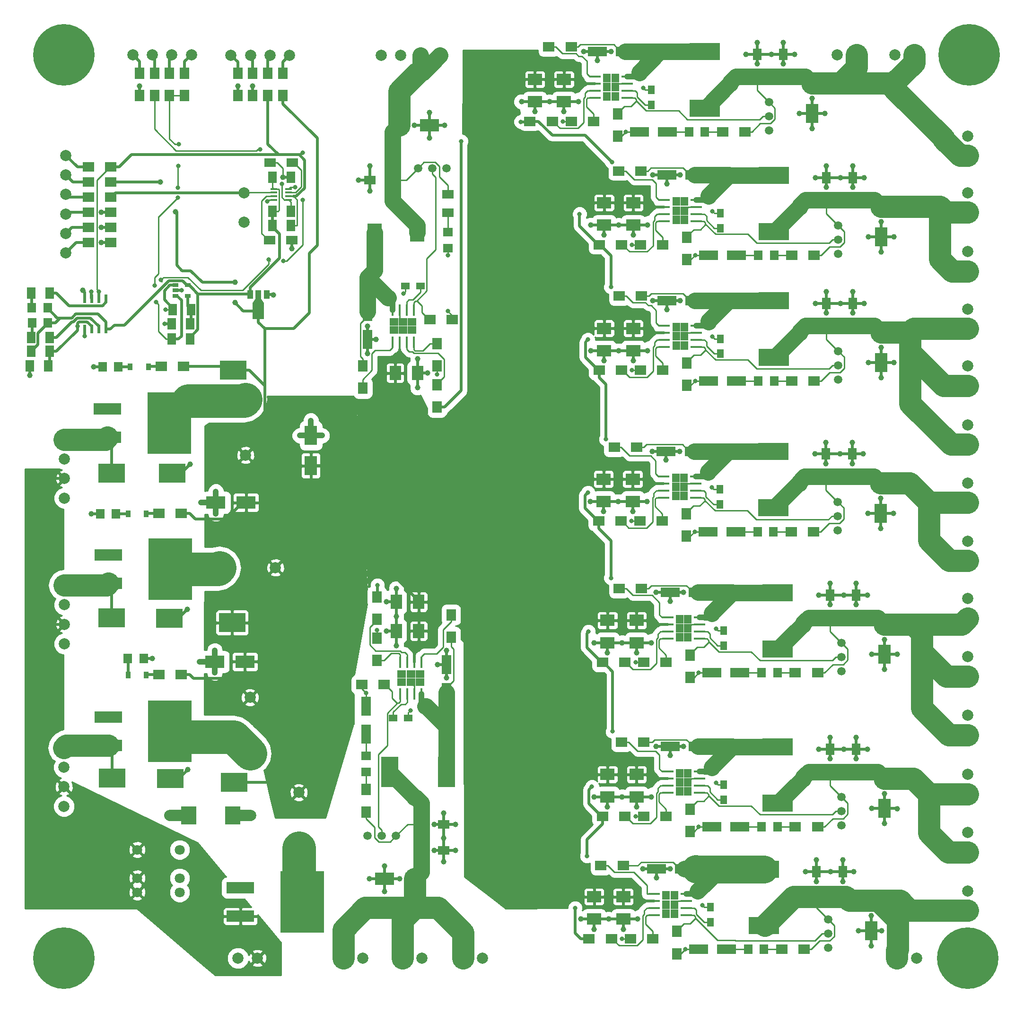
<source format=gbr>
G04 #@! TF.FileFunction,Copper,L1,Top,Signal*
%FSLAX46Y46*%
G04 Gerber Fmt 4.6, Leading zero omitted, Abs format (unit mm)*
G04 Created by KiCad (PCBNEW 4.0.4-stable) date Friday, December 09, 2016 'PMt' 01:21:17 PM*
%MOMM*%
%LPD*%
G01*
G04 APERTURE LIST*
%ADD10C,0.100000*%
%ADD11C,2.000000*%
%ADD12R,0.600000X1.550000*%
%ADD13R,1.060000X0.650000*%
%ADD14R,4.700000X3.430000*%
%ADD15R,3.500120X2.301240*%
%ADD16R,1.597660X1.800860*%
%ADD17R,2.000000X1.700000*%
%ADD18R,2.301240X3.500120*%
%ADD19R,2.000000X1.600000*%
%ADD20R,1.800860X1.597660*%
%ADD21R,1.500000X1.300000*%
%ADD22R,1.800860X3.500120*%
%ADD23R,1.700000X2.000000*%
%ADD24R,2.000000X2.500000*%
%ADD25C,1.500000*%
%ADD26R,3.100000X5.400000*%
%ADD27R,2.500000X2.000000*%
%ADD28R,3.500120X1.800860*%
%ADD29R,1.300000X1.500000*%
%ADD30R,5.400000X3.100000*%
%ADD31R,1.600000X2.000000*%
%ADD32R,1.524000X2.032000*%
%ADD33R,1.000760X1.501140*%
%ADD34R,1.998980X2.999740*%
%ADD35R,1.220000X0.400000*%
%ADD36C,1.800000*%
%ADD37R,2.500000X3.200000*%
%ADD38C,11.000000*%
%ADD39C,0.700000*%
%ADD40R,1.000000X1.000000*%
%ADD41R,5.000000X2.032000*%
%ADD42R,0.910000X1.220000*%
%ADD43R,2.032000X1.524000*%
%ADD44R,2.150000X0.450000*%
%ADD45R,1.475000X1.630000*%
%ADD46R,0.450000X2.150000*%
%ADD47R,1.630000X1.475000*%
%ADD48R,2.700000X3.200000*%
%ADD49C,0.800000*%
%ADD50C,1.000000*%
%ADD51C,2.000000*%
%ADD52C,0.250000*%
%ADD53C,0.500000*%
%ADD54C,1.000000*%
%ADD55C,3.000000*%
%ADD56C,5.000000*%
%ADD57C,4.000000*%
%ADD58C,6.000000*%
%ADD59C,0.254000*%
G04 APERTURE END LIST*
D10*
D11*
X8300000Y-26000000D03*
X8300000Y-29500000D03*
X8300000Y-33000000D03*
X8300000Y-36500000D03*
X8300000Y-40000000D03*
X8300000Y-43500000D03*
D12*
X15505000Y-51700000D03*
X14235000Y-51700000D03*
X12965000Y-51700000D03*
X11695000Y-51700000D03*
X11695000Y-57100000D03*
X12965000Y-57100000D03*
X14235000Y-57100000D03*
X15505000Y-57100000D03*
D13*
X28000000Y-49250000D03*
X28000000Y-50200000D03*
X28000000Y-51150000D03*
X30200000Y-51150000D03*
X30200000Y-49250000D03*
D14*
X16600000Y-137500000D03*
X27000000Y-137600000D03*
D11*
X41300000Y-133100000D03*
X41300000Y-123100000D03*
D14*
X38500000Y-138300000D03*
D15*
X40400040Y-116700000D03*
X35000000Y-116700000D03*
D16*
X19420140Y-116100000D03*
X22259860Y-116100000D03*
D17*
X29000000Y-119000000D03*
X25000000Y-119000000D03*
D16*
X17719860Y-63900000D03*
X14880140Y-63900000D03*
D17*
X29400000Y-63800000D03*
X25400000Y-63800000D03*
D14*
X38100000Y-109700000D03*
D17*
X29000000Y-90100000D03*
X25000000Y-90100000D03*
D11*
X35850000Y-99850000D03*
X45850000Y-99850000D03*
D15*
X40600040Y-88200000D03*
X35200000Y-88200000D03*
D14*
X26900000Y-108900000D03*
X16500000Y-108800000D03*
D16*
X17319860Y-90200000D03*
X14480140Y-90200000D03*
D18*
X52200000Y-81600040D03*
X52200000Y-76200000D03*
D11*
X40500000Y-69700000D03*
X40500000Y-79700000D03*
D14*
X38300000Y-64500000D03*
X27400000Y-82900000D03*
X16500000Y-82900000D03*
D19*
X66800000Y-30400000D03*
X62800000Y-30400000D03*
D20*
X76700000Y-39780140D03*
X76700000Y-42619860D03*
D21*
X71850000Y-49400000D03*
X69150000Y-49400000D03*
D17*
X73500000Y-55400000D03*
X77500000Y-55400000D03*
D22*
X62300000Y-54000640D03*
X62300000Y-58999360D03*
D23*
X74800000Y-59700000D03*
X74800000Y-63700000D03*
D24*
X67300000Y-65000000D03*
X71300000Y-65000000D03*
D23*
X61500000Y-67700000D03*
X61500000Y-63700000D03*
X74800000Y-67100000D03*
X74800000Y-71100000D03*
D25*
X76440000Y-28300000D03*
X73900000Y-28300000D03*
X71360000Y-28300000D03*
D15*
X67999980Y-20600000D03*
X73400020Y-20600000D03*
X70800020Y-155600000D03*
X65399980Y-155600000D03*
D19*
X72000000Y-150500000D03*
X76000000Y-150500000D03*
D23*
X77300000Y-108300000D03*
X77300000Y-112300000D03*
D24*
X71500000Y-106000000D03*
X67500000Y-106000000D03*
X71500000Y-111200000D03*
X67500000Y-111200000D03*
D23*
X64000000Y-116500000D03*
X64000000Y-112500000D03*
X64000000Y-109100000D03*
X64000000Y-105100000D03*
D22*
X76500000Y-122199360D03*
X76500000Y-117200640D03*
D17*
X65300000Y-120800000D03*
X61300000Y-120800000D03*
D21*
X66950000Y-126800000D03*
X69650000Y-126800000D03*
D22*
X62100000Y-129699360D03*
X62100000Y-124700640D03*
D19*
X72000000Y-145800000D03*
X76000000Y-145800000D03*
D26*
X76450000Y-136400000D03*
X66350000Y-136400000D03*
D25*
X62360000Y-147900000D03*
X64900000Y-147900000D03*
X67440000Y-147900000D03*
D20*
X62100000Y-136419860D03*
X62100000Y-133580140D03*
D23*
X62100000Y-143600000D03*
X62100000Y-139600000D03*
D17*
X113400000Y-166300000D03*
X109400000Y-166300000D03*
D27*
X108100000Y-158800000D03*
X108100000Y-162800000D03*
X102900000Y-158800000D03*
X102900000Y-162800000D03*
D17*
X106000000Y-166300000D03*
X102000000Y-166300000D03*
D28*
X126599360Y-168200000D03*
X121600640Y-168200000D03*
D23*
X117700000Y-165000000D03*
X117700000Y-169000000D03*
D29*
X123700000Y-163350000D03*
X123700000Y-160650000D03*
D28*
X119099360Y-153800000D03*
X114100640Y-153800000D03*
D17*
X104100000Y-153200000D03*
X108100000Y-153200000D03*
X140500000Y-168200000D03*
X136500000Y-168200000D03*
D18*
X152500000Y-159499980D03*
X152500000Y-164900020D03*
D30*
X133300000Y-153850000D03*
X133300000Y-163950000D03*
D25*
X144800000Y-167940000D03*
X144800000Y-165400000D03*
X144800000Y-162860000D03*
D16*
X133319860Y-168200000D03*
X130480140Y-168200000D03*
D31*
X142700000Y-158300000D03*
X142700000Y-154300000D03*
X147400000Y-158300000D03*
X147400000Y-154300000D03*
D27*
X105300000Y-136900000D03*
X105300000Y-140900000D03*
D17*
X115800000Y-144400000D03*
X111800000Y-144400000D03*
D28*
X121499360Y-131900000D03*
X116500640Y-131900000D03*
D23*
X120100000Y-143100000D03*
X120100000Y-147100000D03*
D17*
X108400000Y-144400000D03*
X104400000Y-144400000D03*
D27*
X110500000Y-136900000D03*
X110500000Y-140900000D03*
D17*
X107800000Y-131100000D03*
X111800000Y-131100000D03*
D28*
X128999360Y-146300000D03*
X124000640Y-146300000D03*
D29*
X126100000Y-141450000D03*
X126100000Y-138750000D03*
D16*
X135719860Y-146300000D03*
X132880140Y-146300000D03*
D17*
X142900000Y-146300000D03*
X138900000Y-146300000D03*
D30*
X135700000Y-131950000D03*
X135700000Y-142050000D03*
D18*
X154900000Y-137599980D03*
X154900000Y-143000020D03*
D31*
X145100000Y-136400000D03*
X145100000Y-132400000D03*
D25*
X147200000Y-146040000D03*
X147200000Y-143500000D03*
X147200000Y-140960000D03*
D31*
X149800000Y-136400000D03*
X149800000Y-132400000D03*
X149800000Y-108800000D03*
X149800000Y-104800000D03*
D25*
X147200000Y-118440000D03*
X147200000Y-115900000D03*
X147200000Y-113360000D03*
D31*
X145100000Y-108800000D03*
X145100000Y-104800000D03*
D18*
X154900000Y-109999980D03*
X154900000Y-115400020D03*
D17*
X142900000Y-118700000D03*
X138900000Y-118700000D03*
D16*
X135719860Y-118700000D03*
X132880140Y-118700000D03*
D29*
X126100000Y-113850000D03*
X126100000Y-111150000D03*
D30*
X135700000Y-104350000D03*
X135700000Y-114450000D03*
D28*
X128999360Y-118700000D03*
X124000640Y-118700000D03*
D27*
X110500000Y-109300000D03*
X110500000Y-113300000D03*
D17*
X108400000Y-116800000D03*
X104400000Y-116800000D03*
D23*
X120100000Y-115500000D03*
X120100000Y-119500000D03*
D28*
X121499360Y-104300000D03*
X116500640Y-104300000D03*
D17*
X115800000Y-116800000D03*
X111800000Y-116800000D03*
X107400000Y-103600000D03*
X111400000Y-103600000D03*
D27*
X105300000Y-109300000D03*
X105300000Y-113300000D03*
D31*
X149100000Y-83500000D03*
X149100000Y-79500000D03*
D25*
X146500000Y-93140000D03*
X146500000Y-90600000D03*
X146500000Y-88060000D03*
D31*
X144400000Y-83500000D03*
X144400000Y-79500000D03*
D17*
X142200000Y-93400000D03*
X138200000Y-93400000D03*
D28*
X128299360Y-93400000D03*
X123300640Y-93400000D03*
D29*
X125400000Y-88550000D03*
X125400000Y-85850000D03*
D16*
X135019860Y-93400000D03*
X132180140Y-93400000D03*
D30*
X135000000Y-79050000D03*
X135000000Y-89150000D03*
D27*
X109800000Y-84000000D03*
X109800000Y-88000000D03*
D23*
X119400000Y-90200000D03*
X119400000Y-94200000D03*
D28*
X120799360Y-79000000D03*
X115800640Y-79000000D03*
D17*
X106500000Y-78300000D03*
X110500000Y-78300000D03*
X115100000Y-91500000D03*
X111100000Y-91500000D03*
D18*
X154200000Y-84699980D03*
X154200000Y-90100020D03*
D17*
X107700000Y-91500000D03*
X103700000Y-91500000D03*
D27*
X104600000Y-84000000D03*
X104600000Y-88000000D03*
D25*
X146600000Y-66140000D03*
X146600000Y-63600000D03*
X146600000Y-61060000D03*
D17*
X142300000Y-66400000D03*
X138300000Y-66400000D03*
D31*
X149200000Y-56500000D03*
X149200000Y-52500000D03*
D18*
X154300000Y-57699980D03*
X154300000Y-63100020D03*
D31*
X144500000Y-56500000D03*
X144500000Y-52500000D03*
D29*
X125500000Y-61550000D03*
X125500000Y-58850000D03*
D30*
X135100000Y-52050000D03*
X135100000Y-62150000D03*
D28*
X128399360Y-66400000D03*
X123400640Y-66400000D03*
X120899360Y-52000000D03*
X115900640Y-52000000D03*
D23*
X119500000Y-63200000D03*
X119500000Y-67200000D03*
D16*
X135119860Y-66400000D03*
X132280140Y-66400000D03*
D17*
X107400000Y-51200000D03*
X111400000Y-51200000D03*
X115200000Y-64500000D03*
X111200000Y-64500000D03*
D27*
X104700000Y-57000000D03*
X104700000Y-61000000D03*
D17*
X107800000Y-64500000D03*
X103800000Y-64500000D03*
D27*
X109900000Y-57000000D03*
X109900000Y-61000000D03*
D17*
X107800000Y-42000000D03*
X103800000Y-42000000D03*
D27*
X104700000Y-34500000D03*
X104700000Y-38500000D03*
D17*
X115200000Y-42000000D03*
X111200000Y-42000000D03*
D27*
X109900000Y-34500000D03*
X109900000Y-38500000D03*
D17*
X107300000Y-28800000D03*
X111300000Y-28800000D03*
D25*
X146600000Y-43640000D03*
X146600000Y-41100000D03*
X146600000Y-38560000D03*
D18*
X154300000Y-35199980D03*
X154300000Y-40600020D03*
D31*
X149200000Y-34000000D03*
X149200000Y-30000000D03*
X144500000Y-34000000D03*
X144500000Y-30000000D03*
D17*
X142300000Y-43900000D03*
X138300000Y-43900000D03*
D30*
X135100000Y-29550000D03*
X135100000Y-39650000D03*
D16*
X135119860Y-43900000D03*
X132280140Y-43900000D03*
D23*
X119500000Y-40700000D03*
X119500000Y-44700000D03*
D28*
X120899360Y-29500000D03*
X115900640Y-29500000D03*
X128399360Y-43900000D03*
X123400640Y-43900000D03*
D29*
X125500000Y-39050000D03*
X125500000Y-36350000D03*
D23*
X107100000Y-18600000D03*
X107100000Y-22600000D03*
D28*
X115999360Y-21800000D03*
X111000640Y-21800000D03*
X108499360Y-7400000D03*
X103500640Y-7400000D03*
D30*
X122700000Y-7450000D03*
X122700000Y-17550000D03*
D16*
X122719860Y-21800000D03*
X119880140Y-21800000D03*
D29*
X113100000Y-16950000D03*
X113100000Y-14250000D03*
D17*
X129900000Y-21800000D03*
X125900000Y-21800000D03*
D31*
X132100000Y-11900000D03*
X132100000Y-7900000D03*
D25*
X134200000Y-21540000D03*
X134200000Y-19000000D03*
X134200000Y-16460000D03*
D18*
X141900000Y-13099980D03*
X141900000Y-18500020D03*
D31*
X136800000Y-11900000D03*
X136800000Y-7900000D03*
D17*
X94800000Y-6600000D03*
X98800000Y-6600000D03*
X102800000Y-19900000D03*
X98800000Y-19900000D03*
D27*
X97500000Y-12400000D03*
X97500000Y-16400000D03*
X92300000Y-12400000D03*
X92300000Y-16400000D03*
D17*
X95400000Y-19900000D03*
X91400000Y-19900000D03*
D32*
X45349000Y-29900000D03*
X48651000Y-29900000D03*
D16*
X5119860Y-56000000D03*
X2280140Y-56000000D03*
X5100000Y-53300000D03*
X2260280Y-53300000D03*
D23*
X47200000Y-15300000D03*
X47200000Y-11300000D03*
X44500000Y-15300000D03*
X44500000Y-11300000D03*
X41800000Y-15300000D03*
X41800000Y-11300000D03*
X39100000Y-15300000D03*
X39100000Y-11300000D03*
D17*
X16400000Y-28100000D03*
X12400000Y-28100000D03*
X16400000Y-33500000D03*
X12400000Y-33500000D03*
X16400000Y-36200000D03*
X12400000Y-36200000D03*
X16400000Y-38900000D03*
X12400000Y-38900000D03*
X16400000Y-41600000D03*
X12400000Y-41600000D03*
D23*
X29600000Y-15300000D03*
X29600000Y-11300000D03*
X26900000Y-15300000D03*
X26900000Y-11300000D03*
X24200000Y-15300000D03*
X24200000Y-11300000D03*
X21500000Y-15300000D03*
X21500000Y-11300000D03*
D32*
X30551000Y-56200000D03*
X27249000Y-56200000D03*
X27449000Y-53600000D03*
X30751000Y-53600000D03*
X45298000Y-38600000D03*
X48600000Y-38600000D03*
X30551000Y-58900000D03*
X27249000Y-58900000D03*
X2100000Y-58600000D03*
X5402000Y-58600000D03*
D33*
X44301140Y-50948340D03*
X42800000Y-50948340D03*
X41298860Y-50948340D03*
D34*
X42800000Y-53899820D03*
D10*
G36*
X41799240Y-52425350D02*
X42299620Y-51676050D01*
X43300380Y-51676050D01*
X43800760Y-52425350D01*
X41799240Y-52425350D01*
X41799240Y-52425350D01*
G37*
D11*
X39150000Y-169800000D03*
X42650000Y-169800000D03*
X149900000Y-8000000D03*
X146400000Y-8000000D03*
X160200000Y-8000000D03*
X156700000Y-8000000D03*
X169800000Y-26050000D03*
X169800000Y-22550000D03*
X169800000Y-36200000D03*
X169800000Y-32700000D03*
X169800000Y-46750000D03*
X169800000Y-43250000D03*
X169800000Y-57050000D03*
X169800000Y-53550000D03*
X169800000Y-67250000D03*
X169800000Y-63750000D03*
X169800000Y-77800000D03*
X169800000Y-74300000D03*
X169800000Y-88200000D03*
X169800000Y-84700000D03*
X169800000Y-98600000D03*
X169800000Y-95100000D03*
X169800000Y-108900000D03*
X169800000Y-105400000D03*
X169800000Y-119300000D03*
X169800000Y-115800000D03*
X169800000Y-129800000D03*
X169800000Y-126300000D03*
X169800000Y-140400000D03*
X169800000Y-136900000D03*
X169800000Y-150800000D03*
X169800000Y-147300000D03*
X169800000Y-161250000D03*
X169800000Y-157750000D03*
X157100000Y-169800000D03*
X160600000Y-169800000D03*
X58000000Y-169800000D03*
X61500000Y-169800000D03*
X68600000Y-169800000D03*
X72100000Y-169800000D03*
X79400000Y-169800000D03*
X82900000Y-169800000D03*
D19*
X44800000Y-41200000D03*
X48800000Y-41200000D03*
X48900000Y-27300000D03*
X44900000Y-27300000D03*
D32*
X45298000Y-36000000D03*
X48600000Y-36000000D03*
D35*
X45590000Y-33325000D03*
X45590000Y-32675000D03*
X45590000Y-32025000D03*
X45590000Y-33975000D03*
X48210000Y-32025000D03*
X48210000Y-32675000D03*
X48210000Y-33325000D03*
X48210000Y-33975000D03*
D36*
X21100000Y-150380000D03*
X21100000Y-155460000D03*
X21100000Y-158000000D03*
X28720000Y-150380000D03*
X28720000Y-155460000D03*
X28720000Y-158000000D03*
D32*
X2100000Y-61100000D03*
X5402000Y-61100000D03*
X5202000Y-63700000D03*
X1900000Y-63700000D03*
X2098000Y-50700000D03*
X5400000Y-50700000D03*
D17*
X16400000Y-30800000D03*
X12400000Y-30800000D03*
D37*
X63600000Y-39800000D03*
X71200000Y-39800000D03*
D11*
X40200000Y-38000000D03*
X40200000Y-32700000D03*
D38*
X8000000Y-169800000D03*
D39*
X12125000Y-169800000D03*
X10926815Y-172726815D03*
X8000000Y-173925000D03*
X5073185Y-172726815D03*
X3875000Y-169800000D03*
X5073185Y-166873185D03*
X8000000Y-165675000D03*
X10926815Y-166873185D03*
D38*
X8000000Y-8000000D03*
D39*
X12125000Y-8000000D03*
X10926815Y-10926815D03*
X8000000Y-12125000D03*
X5073185Y-10926815D03*
X3875000Y-8000000D03*
X5073185Y-5073185D03*
X8000000Y-3875000D03*
X10926815Y-5073185D03*
D38*
X169800000Y-169800000D03*
D39*
X173925000Y-169800000D03*
X172726815Y-172726815D03*
X169800000Y-173925000D03*
X166873185Y-172726815D03*
X165675000Y-169800000D03*
X166873185Y-166873185D03*
X169800000Y-165675000D03*
X172726815Y-166873185D03*
D38*
X170000000Y-8000000D03*
D39*
X174125000Y-8000000D03*
X172926815Y-10926815D03*
X170000000Y-12125000D03*
X167073185Y-10926815D03*
X165875000Y-8000000D03*
X167073185Y-5073185D03*
X170000000Y-3875000D03*
X172926815Y-5073185D03*
D40*
X30340000Y-124160000D03*
X30340000Y-125160000D03*
X29340000Y-125160000D03*
X29340000Y-124160000D03*
X29340000Y-126160000D03*
X29340000Y-127160000D03*
X30340000Y-127160000D03*
X30340000Y-126160000D03*
X30340000Y-130160000D03*
X30340000Y-131160000D03*
X29340000Y-131160000D03*
X29340000Y-130160000D03*
X29340000Y-128160000D03*
X29340000Y-129160000D03*
X30340000Y-129160000D03*
X30340000Y-128160000D03*
X30340000Y-132160000D03*
X29340000Y-132160000D03*
X29340000Y-133160000D03*
X29340000Y-134160000D03*
X30340000Y-134160000D03*
X30340000Y-133160000D03*
X28340000Y-133160000D03*
X28340000Y-134160000D03*
X27340000Y-134160000D03*
X27340000Y-133160000D03*
X27340000Y-132160000D03*
X28340000Y-132160000D03*
X28340000Y-128160000D03*
X28340000Y-129160000D03*
X27340000Y-129160000D03*
X27340000Y-128160000D03*
X27340000Y-130160000D03*
X27340000Y-131160000D03*
X28340000Y-131160000D03*
X28340000Y-130160000D03*
X28340000Y-126160000D03*
X28340000Y-127160000D03*
X27340000Y-127160000D03*
X27340000Y-126160000D03*
X27340000Y-124160000D03*
X27340000Y-125160000D03*
X28340000Y-125160000D03*
X28340000Y-124160000D03*
D41*
X15925000Y-126620000D03*
X15925000Y-131700000D03*
D40*
X25570000Y-124160000D03*
X26350000Y-124160000D03*
X26350000Y-125160000D03*
X25570000Y-125160000D03*
X25570000Y-126160000D03*
X25570000Y-127160000D03*
X26350000Y-127160000D03*
X25570000Y-128160000D03*
X26350000Y-129160000D03*
X26350000Y-126160000D03*
X25570000Y-129160000D03*
X26350000Y-128160000D03*
X24570000Y-128160000D03*
X24570000Y-129160000D03*
X23570000Y-129160000D03*
X23570000Y-128160000D03*
X23570000Y-130160000D03*
X24570000Y-127160000D03*
X24570000Y-130160000D03*
X23570000Y-127160000D03*
X25570000Y-133160000D03*
X25570000Y-134160000D03*
X26350000Y-134160000D03*
X24570000Y-133160000D03*
X26350000Y-133160000D03*
X24570000Y-134160000D03*
X23570000Y-126160000D03*
X23570000Y-124160000D03*
X23570000Y-125160000D03*
X24570000Y-125160000D03*
X24570000Y-126160000D03*
X24570000Y-124160000D03*
X23570000Y-131160000D03*
X24570000Y-132160000D03*
X23570000Y-134160000D03*
X23570000Y-133160000D03*
X23570000Y-132160000D03*
X24570000Y-131160000D03*
X26350000Y-131160000D03*
X25570000Y-130160000D03*
X26350000Y-132160000D03*
X25570000Y-132160000D03*
X25570000Y-131160000D03*
X26350000Y-130160000D03*
X30380000Y-95130000D03*
X30380000Y-96130000D03*
X29380000Y-96130000D03*
X29380000Y-95130000D03*
X29380000Y-97130000D03*
X29380000Y-98130000D03*
X30380000Y-98130000D03*
X30380000Y-97130000D03*
X30380000Y-101130000D03*
X30380000Y-102130000D03*
X29380000Y-102130000D03*
X29380000Y-101130000D03*
X29380000Y-99130000D03*
X29380000Y-100130000D03*
X30380000Y-100130000D03*
X30380000Y-99130000D03*
X30380000Y-103130000D03*
X29380000Y-103130000D03*
X29380000Y-104130000D03*
X29380000Y-105130000D03*
X30380000Y-105130000D03*
X30380000Y-104130000D03*
X28380000Y-104130000D03*
X28380000Y-105130000D03*
X27380000Y-105130000D03*
X27380000Y-104130000D03*
X27380000Y-103130000D03*
X28380000Y-103130000D03*
X28380000Y-99130000D03*
X28380000Y-100130000D03*
X27380000Y-100130000D03*
X27380000Y-99130000D03*
X27380000Y-101130000D03*
X27380000Y-102130000D03*
X28380000Y-102130000D03*
X28380000Y-101130000D03*
X28380000Y-97130000D03*
X28380000Y-98130000D03*
X27380000Y-98130000D03*
X27380000Y-97130000D03*
X27380000Y-95130000D03*
X27380000Y-96130000D03*
X28380000Y-96130000D03*
X28380000Y-95130000D03*
D41*
X15965000Y-97590000D03*
X15965000Y-102670000D03*
D40*
X25610000Y-95130000D03*
X26390000Y-95130000D03*
X26390000Y-96130000D03*
X25610000Y-96130000D03*
X25610000Y-97130000D03*
X25610000Y-98130000D03*
X26390000Y-98130000D03*
X25610000Y-99130000D03*
X26390000Y-100130000D03*
X26390000Y-97130000D03*
X25610000Y-100130000D03*
X26390000Y-99130000D03*
X24610000Y-99130000D03*
X24610000Y-100130000D03*
X23610000Y-100130000D03*
X23610000Y-99130000D03*
X23610000Y-101130000D03*
X24610000Y-98130000D03*
X24610000Y-101130000D03*
X23610000Y-98130000D03*
X25610000Y-104130000D03*
X25610000Y-105130000D03*
X26390000Y-105130000D03*
X24610000Y-104130000D03*
X26390000Y-104130000D03*
X24610000Y-105130000D03*
X23610000Y-97130000D03*
X23610000Y-95130000D03*
X23610000Y-96130000D03*
X24610000Y-96130000D03*
X24610000Y-97130000D03*
X24610000Y-95130000D03*
X23610000Y-102130000D03*
X24610000Y-103130000D03*
X23610000Y-105130000D03*
X23610000Y-104130000D03*
X23610000Y-103130000D03*
X24610000Y-102130000D03*
X26390000Y-102130000D03*
X25610000Y-101130000D03*
X26390000Y-103130000D03*
X25610000Y-103130000D03*
X25610000Y-102130000D03*
X26390000Y-101130000D03*
D42*
X22735000Y-119100000D03*
X19465000Y-119100000D03*
D40*
X30220000Y-68970000D03*
X30220000Y-69970000D03*
X29220000Y-69970000D03*
X29220000Y-68970000D03*
X29220000Y-70970000D03*
X29220000Y-71970000D03*
X30220000Y-71970000D03*
X30220000Y-70970000D03*
X30220000Y-74970000D03*
X30220000Y-75970000D03*
X29220000Y-75970000D03*
X29220000Y-74970000D03*
X29220000Y-72970000D03*
X29220000Y-73970000D03*
X30220000Y-73970000D03*
X30220000Y-72970000D03*
X30220000Y-76970000D03*
X29220000Y-76970000D03*
X29220000Y-77970000D03*
X29220000Y-78970000D03*
X30220000Y-78970000D03*
X30220000Y-77970000D03*
X28220000Y-77970000D03*
X28220000Y-78970000D03*
X27220000Y-78970000D03*
X27220000Y-77970000D03*
X27220000Y-76970000D03*
X28220000Y-76970000D03*
X28220000Y-72970000D03*
X28220000Y-73970000D03*
X27220000Y-73970000D03*
X27220000Y-72970000D03*
X27220000Y-74970000D03*
X27220000Y-75970000D03*
X28220000Y-75970000D03*
X28220000Y-74970000D03*
X28220000Y-70970000D03*
X28220000Y-71970000D03*
X27220000Y-71970000D03*
X27220000Y-70970000D03*
X27220000Y-68970000D03*
X27220000Y-69970000D03*
X28220000Y-69970000D03*
X28220000Y-68970000D03*
D41*
X15805000Y-71430000D03*
X15805000Y-76510000D03*
D40*
X25450000Y-68970000D03*
X26230000Y-68970000D03*
X26230000Y-69970000D03*
X25450000Y-69970000D03*
X25450000Y-70970000D03*
X25450000Y-71970000D03*
X26230000Y-71970000D03*
X25450000Y-72970000D03*
X26230000Y-73970000D03*
X26230000Y-70970000D03*
X25450000Y-73970000D03*
X26230000Y-72970000D03*
X24450000Y-72970000D03*
X24450000Y-73970000D03*
X23450000Y-73970000D03*
X23450000Y-72970000D03*
X23450000Y-74970000D03*
X24450000Y-71970000D03*
X24450000Y-74970000D03*
X23450000Y-71970000D03*
X25450000Y-77970000D03*
X25450000Y-78970000D03*
X26230000Y-78970000D03*
X24450000Y-77970000D03*
X26230000Y-77970000D03*
X24450000Y-78970000D03*
X23450000Y-70970000D03*
X23450000Y-68970000D03*
X23450000Y-69970000D03*
X24450000Y-69970000D03*
X24450000Y-70970000D03*
X24450000Y-68970000D03*
X23450000Y-75970000D03*
X24450000Y-76970000D03*
X23450000Y-78970000D03*
X23450000Y-77970000D03*
X23450000Y-76970000D03*
X24450000Y-75970000D03*
X26230000Y-75970000D03*
X25450000Y-74970000D03*
X26230000Y-76970000D03*
X25450000Y-76970000D03*
X25450000Y-75970000D03*
X26230000Y-74970000D03*
D42*
X23135000Y-63900000D03*
X19865000Y-63900000D03*
X22735000Y-90200000D03*
X19465000Y-90200000D03*
D43*
X76700000Y-32949000D03*
X76700000Y-36251000D03*
D44*
X103062500Y-11895000D03*
X103062500Y-13165000D03*
X103062500Y-14435000D03*
X103062500Y-15705000D03*
X108812500Y-15705000D03*
X108812500Y-14435000D03*
X108812500Y-13165000D03*
X108812500Y-11895000D03*
D45*
X105200000Y-13800000D03*
X106675000Y-13800000D03*
X105200000Y-12170000D03*
X106675000Y-12170000D03*
X105200000Y-15430000D03*
X106675000Y-15430000D03*
D46*
X66795000Y-59437500D03*
X68065000Y-59437500D03*
X69335000Y-59437500D03*
X70605000Y-59437500D03*
X70605000Y-53687500D03*
X69335000Y-53687500D03*
X68065000Y-53687500D03*
X66795000Y-53687500D03*
D47*
X68700000Y-57300000D03*
X68700000Y-55825000D03*
X67070000Y-57300000D03*
X67070000Y-55825000D03*
X70330000Y-57300000D03*
X70330000Y-55825000D03*
D44*
X115462500Y-33995000D03*
X115462500Y-35265000D03*
X115462500Y-36535000D03*
X115462500Y-37805000D03*
X121212500Y-37805000D03*
X121212500Y-36535000D03*
X121212500Y-35265000D03*
X121212500Y-33995000D03*
D45*
X117600000Y-35900000D03*
X119075000Y-35900000D03*
X117600000Y-34270000D03*
X119075000Y-34270000D03*
X117600000Y-37530000D03*
X119075000Y-37530000D03*
D44*
X115462500Y-56495000D03*
X115462500Y-57765000D03*
X115462500Y-59035000D03*
X115462500Y-60305000D03*
X121212500Y-60305000D03*
X121212500Y-59035000D03*
X121212500Y-57765000D03*
X121212500Y-56495000D03*
D45*
X117600000Y-58400000D03*
X119075000Y-58400000D03*
X117600000Y-56770000D03*
X119075000Y-56770000D03*
X117600000Y-60030000D03*
X119075000Y-60030000D03*
D44*
X115362500Y-83495000D03*
X115362500Y-84765000D03*
X115362500Y-86035000D03*
X115362500Y-87305000D03*
X121112500Y-87305000D03*
X121112500Y-86035000D03*
X121112500Y-84765000D03*
X121112500Y-83495000D03*
D45*
X117500000Y-85400000D03*
X118975000Y-85400000D03*
X117500000Y-83770000D03*
X118975000Y-83770000D03*
X117500000Y-87030000D03*
X118975000Y-87030000D03*
D44*
X116062500Y-108795000D03*
X116062500Y-110065000D03*
X116062500Y-111335000D03*
X116062500Y-112605000D03*
X121812500Y-112605000D03*
X121812500Y-111335000D03*
X121812500Y-110065000D03*
X121812500Y-108795000D03*
D45*
X118200000Y-110700000D03*
X119675000Y-110700000D03*
X118200000Y-109070000D03*
X119675000Y-109070000D03*
X118200000Y-112330000D03*
X119675000Y-112330000D03*
D44*
X116062500Y-136395000D03*
X116062500Y-137665000D03*
X116062500Y-138935000D03*
X116062500Y-140205000D03*
X121812500Y-140205000D03*
X121812500Y-138935000D03*
X121812500Y-137665000D03*
X121812500Y-136395000D03*
D45*
X118200000Y-138300000D03*
X119675000Y-138300000D03*
X118200000Y-136670000D03*
X119675000Y-136670000D03*
X118200000Y-139930000D03*
X119675000Y-139930000D03*
D44*
X113662500Y-158295000D03*
X113662500Y-159565000D03*
X113662500Y-160835000D03*
X113662500Y-162105000D03*
X119412500Y-162105000D03*
X119412500Y-160835000D03*
X119412500Y-159565000D03*
X119412500Y-158295000D03*
D45*
X115800000Y-160200000D03*
X117275000Y-160200000D03*
X115800000Y-158570000D03*
X117275000Y-158570000D03*
X115800000Y-161830000D03*
X117275000Y-161830000D03*
D46*
X72005000Y-116762500D03*
X70735000Y-116762500D03*
X69465000Y-116762500D03*
X68195000Y-116762500D03*
X68195000Y-122512500D03*
X69465000Y-122512500D03*
X70735000Y-122512500D03*
X72005000Y-122512500D03*
D47*
X70100000Y-118900000D03*
X70100000Y-120375000D03*
X71730000Y-118900000D03*
X71730000Y-120375000D03*
X68470000Y-118900000D03*
X68470000Y-120375000D03*
D11*
X8000000Y-132100000D03*
X8000000Y-135600000D03*
X8000000Y-139100000D03*
X8000000Y-142600000D03*
X8100000Y-103000000D03*
X8100000Y-106500000D03*
X8100000Y-110000000D03*
X8100000Y-113500000D03*
X8100000Y-76900000D03*
X8100000Y-80400000D03*
X8100000Y-83900000D03*
X8100000Y-87400000D03*
X48400000Y-8100000D03*
X44900000Y-8100000D03*
X41400000Y-8100000D03*
X37900000Y-8100000D03*
X30800000Y-8000000D03*
X27300000Y-8000000D03*
X23800000Y-8000000D03*
X20300000Y-8000000D03*
X75300000Y-8100000D03*
X71800000Y-8100000D03*
X68300000Y-8100000D03*
X64800000Y-8100000D03*
D40*
X54014000Y-154750000D03*
X54014000Y-155750000D03*
X53014000Y-155750000D03*
X53014000Y-154750000D03*
X53014000Y-156750000D03*
X53014000Y-157750000D03*
X54014000Y-157750000D03*
X54014000Y-156750000D03*
X54014000Y-160750000D03*
X54014000Y-161750000D03*
X53014000Y-161750000D03*
X53014000Y-160750000D03*
X53014000Y-158750000D03*
X53014000Y-159750000D03*
X54014000Y-159750000D03*
X54014000Y-158750000D03*
X54014000Y-162750000D03*
X53014000Y-162750000D03*
X53014000Y-163750000D03*
X53014000Y-164750000D03*
X54014000Y-164750000D03*
X54014000Y-163750000D03*
X52014000Y-163750000D03*
X52014000Y-164750000D03*
X51014000Y-164750000D03*
X51014000Y-163750000D03*
X51014000Y-162750000D03*
X52014000Y-162750000D03*
X52014000Y-158750000D03*
X52014000Y-159750000D03*
X51014000Y-159750000D03*
X51014000Y-158750000D03*
X51014000Y-160750000D03*
X51014000Y-161750000D03*
X52014000Y-161750000D03*
X52014000Y-160750000D03*
X52014000Y-156750000D03*
X52014000Y-157750000D03*
X51014000Y-157750000D03*
X51014000Y-156750000D03*
X51014000Y-154750000D03*
X51014000Y-155750000D03*
X52014000Y-155750000D03*
X52014000Y-154750000D03*
D41*
X39599000Y-157210000D03*
X39599000Y-162290000D03*
D40*
X49244000Y-154750000D03*
X50024000Y-154750000D03*
X50024000Y-155750000D03*
X49244000Y-155750000D03*
X49244000Y-156750000D03*
X49244000Y-157750000D03*
X50024000Y-157750000D03*
X49244000Y-158750000D03*
X50024000Y-159750000D03*
X50024000Y-156750000D03*
X49244000Y-159750000D03*
X50024000Y-158750000D03*
X48244000Y-158750000D03*
X48244000Y-159750000D03*
X47244000Y-159750000D03*
X47244000Y-158750000D03*
X47244000Y-160750000D03*
X48244000Y-157750000D03*
X48244000Y-160750000D03*
X47244000Y-157750000D03*
X49244000Y-163750000D03*
X49244000Y-164750000D03*
X50024000Y-164750000D03*
X48244000Y-163750000D03*
X50024000Y-163750000D03*
X48244000Y-164750000D03*
X47244000Y-156750000D03*
X47244000Y-154750000D03*
X47244000Y-155750000D03*
X48244000Y-155750000D03*
X48244000Y-156750000D03*
X48244000Y-154750000D03*
X47244000Y-161750000D03*
X48244000Y-162750000D03*
X47244000Y-164750000D03*
X47244000Y-163750000D03*
X47244000Y-162750000D03*
X48244000Y-161750000D03*
X50024000Y-161750000D03*
X49244000Y-160750000D03*
X50024000Y-162750000D03*
X49244000Y-162750000D03*
X49244000Y-161750000D03*
X50024000Y-160750000D03*
D11*
X50038000Y-150114000D03*
X50038000Y-140114000D03*
D48*
X30340000Y-144272000D03*
X38240000Y-144272000D03*
D11*
X41402000Y-144272000D03*
D49*
X122300000Y-160300000D03*
X119200000Y-168200000D03*
X107900000Y-166300000D03*
X124700000Y-138400000D03*
X121600000Y-146300000D03*
X110300000Y-144400000D03*
D50*
X157200000Y-143010000D03*
X157200000Y-115390000D03*
X156525000Y-90100000D03*
D49*
X124700000Y-110800000D03*
X121600000Y-118700000D03*
X110300000Y-116800000D03*
X124000000Y-85500000D03*
X120900000Y-93400000D03*
X109600000Y-91500000D03*
X124100000Y-58500000D03*
X121000000Y-66400000D03*
X109700000Y-64500000D03*
X124100000Y-36000000D03*
X121000000Y-43900000D03*
X109700000Y-42000000D03*
X111700000Y-13900000D03*
X108600000Y-21800000D03*
X97300000Y-19900000D03*
X76700000Y-43900000D03*
X68800000Y-50800000D03*
X76700000Y-53900000D03*
X74800000Y-65200000D03*
X64000000Y-111000000D03*
X70000000Y-125400000D03*
X62100000Y-122300000D03*
X26000000Y-56200000D03*
X29100000Y-50200000D03*
X44362652Y-34237652D03*
D50*
X74300000Y-150500000D03*
X74300000Y-145800000D03*
X142700000Y-156100000D03*
X73400000Y-18300000D03*
X21500000Y-13600000D03*
X39100000Y-13600000D03*
X41800000Y-13600000D03*
X14700000Y-41600000D03*
X14700000Y-38900000D03*
X14700000Y-36200000D03*
X48800000Y-42700000D03*
X47200000Y-29900000D03*
X45500000Y-51000000D03*
X1900000Y-65400000D03*
X11400000Y-50200000D03*
X23840000Y-116100000D03*
X12900000Y-90200000D03*
X35200000Y-86200000D03*
X35000000Y-118700000D03*
X35000000Y-114700000D03*
X154400000Y-164900000D03*
X30200000Y-136000000D03*
X32300000Y-116700000D03*
X13300000Y-63900000D03*
X30600000Y-81300000D03*
X65399980Y-157899980D03*
X35200000Y-90200000D03*
X32500000Y-88200000D03*
X30100000Y-107300000D03*
X50200000Y-76200000D03*
X52200000Y-73500000D03*
X54200000Y-76200000D03*
X71300000Y-67600000D03*
X60700000Y-30400000D03*
X62800000Y-27900000D03*
X62800000Y-32400000D03*
X63900000Y-59000000D03*
X62300000Y-61500000D03*
X62300000Y-56600000D03*
X71300000Y-62400000D03*
X73100000Y-65000000D03*
X70700000Y-20600000D03*
X73400000Y-22900000D03*
X76100000Y-20600000D03*
X65700000Y-106000000D03*
X67500000Y-103600000D03*
X67500000Y-108600000D03*
X78100000Y-150500000D03*
X76000000Y-152500000D03*
X76000000Y-148300000D03*
X62700000Y-155600000D03*
X65400000Y-153300000D03*
X68100000Y-155600000D03*
X76500000Y-119600000D03*
X74900000Y-117200000D03*
X76500000Y-114700000D03*
X78100000Y-145800000D03*
X76000000Y-143800000D03*
X65700000Y-111200000D03*
X67500000Y-113800000D03*
X100500000Y-162800000D03*
X102900000Y-164600000D03*
X108100000Y-164600000D03*
X105500000Y-162800000D03*
X111600000Y-153800000D03*
X110700000Y-162800000D03*
X114100000Y-155400000D03*
X116500000Y-153800000D03*
X150200000Y-164900000D03*
X152500000Y-167600000D03*
X152500000Y-162200000D03*
X147400000Y-156100000D03*
X149400000Y-154300000D03*
X142700000Y-152200000D03*
X140700000Y-154300000D03*
X147400000Y-152200000D03*
X145200000Y-154300000D03*
X102900000Y-140900000D03*
X102900000Y-113300000D03*
X110500000Y-142700000D03*
X105300000Y-142700000D03*
X107900000Y-140900000D03*
X116500000Y-133500000D03*
X113100000Y-140900000D03*
X152600000Y-143000000D03*
X154900000Y-145700000D03*
X154900000Y-140300000D03*
X151800000Y-132400000D03*
X149800000Y-130300000D03*
X147600000Y-132400000D03*
X145100000Y-130300000D03*
X145100000Y-134100000D03*
X143100000Y-132400000D03*
X149800000Y-134100000D03*
X118900000Y-131900000D03*
X114000000Y-131900000D03*
X107900000Y-113300000D03*
X105300000Y-115100000D03*
X110500000Y-115100000D03*
X116500000Y-105900000D03*
X113100000Y-113300000D03*
X118900000Y-104300000D03*
X114000000Y-104300000D03*
X152600000Y-115400000D03*
X154900000Y-112700000D03*
X154900000Y-118100000D03*
X149800000Y-106500000D03*
X151800000Y-104800000D03*
X143100000Y-104800000D03*
X145100000Y-102700000D03*
X145100000Y-106500000D03*
X147600000Y-104800000D03*
X149800000Y-102700000D03*
X109800000Y-89800000D03*
X112400000Y-88000000D03*
X118200000Y-79000000D03*
X115800000Y-80600000D03*
X113300000Y-79000000D03*
X107200000Y-88000000D03*
X102200000Y-88000000D03*
X104600000Y-89800000D03*
X154200000Y-92800000D03*
X151900000Y-90100000D03*
X154200000Y-87400000D03*
X142400000Y-79500000D03*
X144400000Y-81200000D03*
X144400000Y-77400000D03*
X149100000Y-77400000D03*
X146900000Y-79500000D03*
X151100000Y-79500000D03*
X149100000Y-81200000D03*
X156600000Y-63100000D03*
X154300000Y-65800000D03*
X152000000Y-63100000D03*
X154300000Y-60400000D03*
X149200000Y-54200000D03*
X149200000Y-50400000D03*
X144500000Y-54200000D03*
X147000000Y-52500000D03*
X144500000Y-50400000D03*
X142500000Y-52500000D03*
X151200000Y-52500000D03*
X104700000Y-62800000D03*
X102300000Y-61000000D03*
X109900000Y-62800000D03*
X107300000Y-61000000D03*
X113400000Y-52000000D03*
X112500000Y-61000000D03*
X118300000Y-52000000D03*
X115900000Y-53600000D03*
X152000000Y-40600000D03*
X154300000Y-37900000D03*
X156600000Y-40600000D03*
X154300000Y-43300000D03*
X144500000Y-27900000D03*
X142500000Y-30000000D03*
X149200000Y-31700000D03*
X149200000Y-27900000D03*
X151200000Y-30000000D03*
X144500000Y-31700000D03*
X147000000Y-30000000D03*
X112500000Y-38500000D03*
X104700000Y-40300000D03*
X102300000Y-38500000D03*
X109900000Y-40300000D03*
X107300000Y-38500000D03*
X118300000Y-29500000D03*
X115900000Y-31100000D03*
X113400000Y-29500000D03*
X89900000Y-16400000D03*
X92300000Y-18200000D03*
X94900000Y-16400000D03*
X97500000Y-18200000D03*
X134600000Y-7900000D03*
X136800000Y-9600000D03*
X130100000Y-7900000D03*
X136800000Y-5800000D03*
X138800000Y-7900000D03*
X132100000Y-9600000D03*
X132100000Y-5800000D03*
X144200000Y-18500000D03*
X141900000Y-21200000D03*
X139600000Y-18500000D03*
X141900000Y-15800000D03*
X103500000Y-9000000D03*
X101000000Y-7400000D03*
X105900000Y-7400000D03*
X100100000Y-16400000D03*
X38608000Y-52398001D03*
X25210000Y-30800000D03*
X27971912Y-36099912D03*
X38608000Y-48768000D03*
D49*
X64100000Y-103000000D03*
X99500000Y-160800000D03*
X101600000Y-151500000D03*
X102500000Y-139100000D03*
X106200000Y-129200000D03*
X101900000Y-111300000D03*
X105900000Y-101700000D03*
X101800000Y-86400000D03*
X105000000Y-76800000D03*
X101800000Y-59000000D03*
X105900000Y-49600000D03*
X100300000Y-36500000D03*
X106100000Y-27200000D03*
X89800000Y-20000000D03*
X79100000Y-23500000D03*
X14235000Y-50425000D03*
X11695000Y-58395000D03*
X50700000Y-25500000D03*
D11*
X26924000Y-144272000D03*
D49*
X24200000Y-49300000D03*
X24500000Y-52300000D03*
X28400000Y-33600000D03*
X28400000Y-31800000D03*
X28500000Y-27900000D03*
X28550000Y-24020000D03*
X46975011Y-31075011D03*
X43100000Y-24900000D03*
X12900000Y-50400000D03*
X10400000Y-56600000D03*
X25320000Y-48340000D03*
X26200000Y-53600000D03*
X44660000Y-44680000D03*
X47300000Y-44900000D03*
X50700000Y-34000000D03*
X49391376Y-31683318D03*
D51*
X38240000Y-144272000D02*
X41402000Y-144272000D01*
D52*
X44525000Y-33975000D02*
X44525000Y-34075304D01*
X44525000Y-34075304D02*
X44362652Y-34237652D01*
D53*
X136800000Y-9600000D02*
X136800000Y-7900000D01*
X132100000Y-9600000D02*
X132100000Y-7900000D01*
X149200000Y-31700000D02*
X149200000Y-30000000D01*
X144500000Y-31700000D02*
X144500000Y-30000000D01*
X144500000Y-54200000D02*
X144500000Y-52500000D01*
X149200000Y-54200000D02*
X149200000Y-52500000D01*
X149100000Y-81200000D02*
X149100000Y-79500000D01*
X144400000Y-81200000D02*
X144400000Y-79500000D01*
X149800000Y-106500000D02*
X149800000Y-104800000D01*
X145100000Y-106500000D02*
X145100000Y-104800000D01*
X74300000Y-150500000D02*
X76000000Y-150500000D01*
X74300000Y-145800000D02*
X76000000Y-145800000D01*
X149800000Y-134100000D02*
X149800000Y-132400000D01*
X145100000Y-134100000D02*
X145100000Y-132400000D01*
X142700000Y-154300000D02*
X142700000Y-156100000D01*
X27249000Y-56200000D02*
X26000000Y-56200000D01*
X21500000Y-15300000D02*
X21500000Y-13600000D01*
X39100000Y-15300000D02*
X39100000Y-13600000D01*
X41800000Y-15300000D02*
X41800000Y-13600000D01*
X16400000Y-41600000D02*
X14700000Y-41600000D01*
X16400000Y-38900000D02*
X14700000Y-38900000D01*
X16400000Y-36200000D02*
X14700000Y-36200000D01*
X48800000Y-41200000D02*
X48800000Y-42700000D01*
D52*
X45590000Y-33975000D02*
X44525000Y-33975000D01*
X44525000Y-33975000D02*
X44500000Y-34000000D01*
X44900000Y-27300000D02*
X46150000Y-27300000D01*
X47200000Y-29192894D02*
X47200000Y-29900000D01*
X46150000Y-27300000D02*
X47200000Y-28350000D01*
X47200000Y-28350000D02*
X47200000Y-29192894D01*
D53*
X48651000Y-29900000D02*
X47200000Y-29900000D01*
X28000000Y-50200000D02*
X29100000Y-50200000D01*
X44301140Y-50948340D02*
X45448340Y-50948340D01*
X45448340Y-50948340D02*
X45500000Y-51000000D01*
X1900000Y-63700000D02*
X1900000Y-65400000D01*
X11695000Y-51700000D02*
X11695000Y-50495000D01*
X11695000Y-50495000D02*
X11400000Y-50200000D01*
X152500000Y-164900020D02*
X154399980Y-164900020D01*
X154399980Y-164900020D02*
X154400000Y-164900000D01*
X27000000Y-137600000D02*
X28600000Y-137600000D01*
X28600000Y-137600000D02*
X30200000Y-136000000D01*
D54*
X35000000Y-116700000D02*
X35000000Y-114700000D01*
X35000000Y-116700000D02*
X35000000Y-118700000D01*
X35000000Y-116700000D02*
X32300000Y-116700000D01*
D53*
X22259860Y-116100000D02*
X23840000Y-116100000D01*
X14880140Y-63900000D02*
X13300000Y-63900000D01*
D54*
X35200000Y-88200000D02*
X35200000Y-90200000D01*
X35200000Y-88200000D02*
X35200000Y-86200000D01*
X35200000Y-88200000D02*
X32500000Y-88200000D01*
D53*
X14480140Y-90200000D02*
X12900000Y-90200000D01*
X28500000Y-108900000D02*
X30100000Y-107300000D01*
X26900000Y-108900000D02*
X28500000Y-108900000D01*
D54*
X52200000Y-76200000D02*
X50200000Y-76200000D01*
X52200000Y-76200000D02*
X54200000Y-76200000D01*
X52200000Y-76200000D02*
X52200000Y-73500000D01*
D53*
X27400000Y-82900000D02*
X29000000Y-82900000D01*
X29000000Y-82900000D02*
X30600000Y-81300000D01*
D52*
X76700000Y-42619860D02*
X76700000Y-43900000D01*
D53*
X73400020Y-18300020D02*
X73400000Y-18300000D01*
X73400020Y-20600000D02*
X70700000Y-20600000D01*
X73400020Y-20600000D02*
X74000000Y-20600000D01*
X73400020Y-22899980D02*
X73400000Y-22900000D01*
X73400020Y-20600000D02*
X76100000Y-20600000D01*
X73400020Y-20600000D02*
X73400020Y-18300020D01*
X73400020Y-20600000D02*
X73400020Y-22899980D01*
X71300000Y-65000000D02*
X73100000Y-65000000D01*
X71300000Y-65000000D02*
X71300000Y-67600000D01*
X71300000Y-65000000D02*
X71300000Y-62400000D01*
X74800000Y-63700000D02*
X75400000Y-63700000D01*
D52*
X74800000Y-63700000D02*
X74800000Y-65200000D01*
X77500000Y-54700000D02*
X76700000Y-53900000D01*
X77500000Y-55400000D02*
X77500000Y-54700000D01*
X69150000Y-50450000D02*
X68800000Y-50800000D01*
X69150000Y-49400000D02*
X69150000Y-50450000D01*
D53*
X62300000Y-58999360D02*
X62300000Y-56600000D01*
X63899360Y-58999360D02*
X63900000Y-59000000D01*
X62300000Y-58999360D02*
X62300000Y-61500000D01*
X62300000Y-58999360D02*
X63899360Y-58999360D01*
D52*
X68065000Y-53687500D02*
X68065000Y-55190000D01*
X68065000Y-55190000D02*
X68700000Y-55825000D01*
D53*
X62800000Y-30400000D02*
X62800000Y-27900000D01*
X62800000Y-30400000D02*
X60700000Y-30400000D01*
X62800000Y-30400000D02*
X62800000Y-32400000D01*
D52*
X64000000Y-112500000D02*
X64000000Y-111000000D01*
D53*
X74900640Y-117200640D02*
X74900000Y-117200000D01*
X76500000Y-117200640D02*
X76500000Y-114700000D01*
X76500000Y-117200640D02*
X76500000Y-119600000D01*
X76500000Y-117200640D02*
X74900640Y-117200640D01*
X67500000Y-106000000D02*
X67500000Y-108600000D01*
X67500000Y-106000000D02*
X65700000Y-106000000D01*
X67500000Y-111200000D02*
X67500000Y-108600000D01*
X67500000Y-106000000D02*
X67500000Y-103600000D01*
X67500000Y-111200000D02*
X65700000Y-111200000D01*
X64000000Y-112500000D02*
X63400000Y-112500000D01*
X67500000Y-111200000D02*
X67500000Y-113800000D01*
D52*
X70735000Y-121010000D02*
X70100000Y-120375000D01*
X70735000Y-122512500D02*
X70735000Y-121010000D01*
X69650000Y-125750000D02*
X70000000Y-125400000D01*
X69650000Y-126800000D02*
X69650000Y-125750000D01*
D53*
X65399980Y-157899980D02*
X65400000Y-157900000D01*
X65399980Y-155600000D02*
X65399980Y-157899980D01*
X65399980Y-155600000D02*
X65399980Y-153300020D01*
X65399980Y-155600000D02*
X64800000Y-155600000D01*
X65399980Y-155600000D02*
X62700000Y-155600000D01*
X65399980Y-153300020D02*
X65400000Y-153300000D01*
X65399980Y-155600000D02*
X68100000Y-155600000D01*
X76000000Y-150500000D02*
X76000000Y-148300000D01*
X76000000Y-150500000D02*
X78100000Y-150500000D01*
X76000000Y-150500000D02*
X76000000Y-152500000D01*
X76000000Y-145800000D02*
X76000000Y-148300000D01*
D52*
X61300000Y-121500000D02*
X62100000Y-122300000D01*
X61300000Y-120800000D02*
X61300000Y-121500000D01*
X62100000Y-124700640D02*
X62100000Y-122300000D01*
D53*
X76000000Y-145800000D02*
X76000000Y-143800000D01*
X76000000Y-145800000D02*
X78100000Y-145800000D01*
X147400000Y-154300000D02*
X147400000Y-152200000D01*
X147400000Y-154300000D02*
X147400000Y-156100000D01*
X142700000Y-154300000D02*
X145200000Y-154300000D01*
X147400000Y-154300000D02*
X149400000Y-154300000D01*
X147400000Y-154300000D02*
X145200000Y-154300000D01*
X152500000Y-164900020D02*
X152500000Y-162200000D01*
X152500000Y-164900020D02*
X152500000Y-165500000D01*
X150200020Y-164900020D02*
X150200000Y-164900000D01*
X152500000Y-164900020D02*
X152500000Y-167600000D01*
X152500000Y-164900020D02*
X150200020Y-164900020D01*
X114100640Y-153800000D02*
X114100640Y-155399360D01*
X114100640Y-155399360D02*
X114100000Y-155400000D01*
X114100640Y-153800000D02*
X116500000Y-153800000D01*
X114100640Y-153800000D02*
X111600000Y-153800000D01*
D52*
X117910000Y-159565000D02*
X117275000Y-160200000D01*
X122650000Y-160650000D02*
X122300000Y-160300000D01*
X123700000Y-160650000D02*
X122650000Y-160650000D01*
X117700000Y-169000000D02*
X118400000Y-169000000D01*
X118400000Y-169000000D02*
X119200000Y-168200000D01*
X121600640Y-168200000D02*
X119200000Y-168200000D01*
X119412500Y-159565000D02*
X117910000Y-159565000D01*
D53*
X142700000Y-154300000D02*
X142700000Y-152200000D01*
X142700000Y-154300000D02*
X140700000Y-154300000D01*
X108100000Y-162800000D02*
X110700000Y-162800000D01*
X108100000Y-162800000D02*
X105500000Y-162800000D01*
X102900000Y-162800000D02*
X100500000Y-162800000D01*
X108100000Y-162800000D02*
X108100000Y-164600000D01*
X102900000Y-162800000D02*
X102900000Y-164600000D01*
X102900000Y-162800000D02*
X105500000Y-162800000D01*
X109400000Y-166300000D02*
X109400000Y-166900000D01*
D52*
X109400000Y-166300000D02*
X107900000Y-166300000D01*
D53*
X157199980Y-143000020D02*
X157200000Y-143000000D01*
X154900000Y-143000020D02*
X154900000Y-140300000D01*
X149800000Y-132400000D02*
X147600000Y-132400000D01*
X149800000Y-132400000D02*
X149800000Y-130300000D01*
X145100000Y-132400000D02*
X147600000Y-132400000D01*
X149800000Y-132400000D02*
X151800000Y-132400000D01*
X154900000Y-143000020D02*
X154900000Y-145700000D01*
X154900000Y-143000020D02*
X152600020Y-143000020D01*
X154900000Y-143000020D02*
X154900000Y-143600000D01*
X152600020Y-143000020D02*
X152600000Y-143000000D01*
X154900000Y-143000020D02*
X157199980Y-143000020D01*
D52*
X121812500Y-137665000D02*
X120310000Y-137665000D01*
D53*
X116500640Y-131900000D02*
X118900000Y-131900000D01*
X116500640Y-131900000D02*
X116500640Y-133499360D01*
X116500640Y-133499360D02*
X116500000Y-133500000D01*
X116500640Y-131900000D02*
X114000000Y-131900000D01*
X105300000Y-140900000D02*
X105300000Y-142700000D01*
X105300000Y-140900000D02*
X107900000Y-140900000D01*
X105300000Y-140900000D02*
X102900000Y-140900000D01*
X110500000Y-140900000D02*
X107900000Y-140900000D01*
X111800000Y-144400000D02*
X111800000Y-145000000D01*
X110500000Y-140900000D02*
X113100000Y-140900000D01*
D52*
X111800000Y-144400000D02*
X110300000Y-144400000D01*
D53*
X110500000Y-140900000D02*
X110500000Y-142700000D01*
D52*
X120310000Y-137665000D02*
X119675000Y-138300000D01*
X120100000Y-147100000D02*
X120800000Y-147100000D01*
X124000640Y-146300000D02*
X121600000Y-146300000D01*
X120800000Y-147100000D02*
X121600000Y-146300000D01*
X126100000Y-138750000D02*
X125050000Y-138750000D01*
X125050000Y-138750000D02*
X124700000Y-138400000D01*
D53*
X145100000Y-132400000D02*
X143100000Y-132400000D01*
X145100000Y-132400000D02*
X145100000Y-130300000D01*
X157199980Y-115400020D02*
X157200000Y-115400000D01*
X154900000Y-115400020D02*
X154900000Y-112700000D01*
X154900000Y-115400020D02*
X157199980Y-115400020D01*
X154900000Y-115400020D02*
X154900000Y-118100000D01*
X154900000Y-115400020D02*
X152600020Y-115400020D01*
X154900000Y-115400020D02*
X154900000Y-116000000D01*
X152600020Y-115400020D02*
X152600000Y-115400000D01*
X149800000Y-104800000D02*
X147600000Y-104800000D01*
X145100000Y-104800000D02*
X147600000Y-104800000D01*
X149800000Y-104800000D02*
X149800000Y-102700000D01*
X149800000Y-104800000D02*
X151800000Y-104800000D01*
D52*
X120310000Y-110065000D02*
X119675000Y-110700000D01*
D53*
X145100000Y-104800000D02*
X143100000Y-104800000D01*
X145100000Y-104800000D02*
X145100000Y-102700000D01*
X116500640Y-104300000D02*
X118900000Y-104300000D01*
X116500640Y-104300000D02*
X116500640Y-105899360D01*
X116500640Y-105899360D02*
X116500000Y-105900000D01*
X116500640Y-104300000D02*
X114000000Y-104300000D01*
X105300000Y-113300000D02*
X105300000Y-115100000D01*
X105300000Y-113300000D02*
X102900000Y-113300000D01*
X105300000Y-113300000D02*
X107900000Y-113300000D01*
X111800000Y-116800000D02*
X111800000Y-117400000D01*
D52*
X111800000Y-116800000D02*
X110300000Y-116800000D01*
D53*
X110500000Y-113300000D02*
X113100000Y-113300000D01*
X110500000Y-113300000D02*
X110500000Y-115100000D01*
X110500000Y-113300000D02*
X107900000Y-113300000D01*
D52*
X126100000Y-111150000D02*
X125050000Y-111150000D01*
X125050000Y-111150000D02*
X124700000Y-110800000D01*
X121812500Y-110065000D02*
X120310000Y-110065000D01*
X120100000Y-119500000D02*
X120800000Y-119500000D01*
X120800000Y-119500000D02*
X121600000Y-118700000D01*
X124000640Y-118700000D02*
X121600000Y-118700000D01*
D53*
X115800640Y-79000000D02*
X113300000Y-79000000D01*
X115800640Y-80599360D02*
X115800000Y-80600000D01*
X115800640Y-79000000D02*
X115800640Y-80599360D01*
X115800640Y-79000000D02*
X118200000Y-79000000D01*
D52*
X125400000Y-85850000D02*
X124350000Y-85850000D01*
X123300640Y-93400000D02*
X120900000Y-93400000D01*
X120100000Y-94200000D02*
X120900000Y-93400000D01*
X119400000Y-94200000D02*
X120100000Y-94200000D01*
X121112500Y-84765000D02*
X119610000Y-84765000D01*
X119610000Y-84765000D02*
X118975000Y-85400000D01*
X124350000Y-85850000D02*
X124000000Y-85500000D01*
D53*
X111100000Y-91500000D02*
X111100000Y-92100000D01*
D52*
X111100000Y-91500000D02*
X109600000Y-91500000D01*
D53*
X109800000Y-88000000D02*
X112400000Y-88000000D01*
X109800000Y-88000000D02*
X109800000Y-89800000D01*
X104600000Y-88000000D02*
X104600000Y-89800000D01*
X104600000Y-88000000D02*
X107200000Y-88000000D01*
X109800000Y-88000000D02*
X107200000Y-88000000D01*
X104600000Y-88000000D02*
X102200000Y-88000000D01*
X144400000Y-79500000D02*
X144400000Y-77400000D01*
X149100000Y-79500000D02*
X151100000Y-79500000D01*
X149100000Y-79500000D02*
X149100000Y-77400000D01*
X156499980Y-90100020D02*
X156500000Y-90100000D01*
X154200000Y-90100020D02*
X156499980Y-90100020D01*
X154200000Y-90100020D02*
X154200000Y-90700000D01*
X154200000Y-90100020D02*
X154200000Y-87400000D01*
X151900020Y-90100020D02*
X151900000Y-90100000D01*
X154200000Y-90100020D02*
X154200000Y-92800000D01*
X154200000Y-90100020D02*
X151900020Y-90100020D01*
X149100000Y-79500000D02*
X146900000Y-79500000D01*
X144400000Y-79500000D02*
X142400000Y-79500000D01*
X144400000Y-79500000D02*
X146900000Y-79500000D01*
X154300000Y-63100020D02*
X154300000Y-60400000D01*
X149200000Y-52500000D02*
X151200000Y-52500000D01*
X152000020Y-63100020D02*
X152000000Y-63100000D01*
X156599980Y-63100020D02*
X156600000Y-63100000D01*
X154300000Y-63100020D02*
X154300000Y-63700000D01*
X154300000Y-63100020D02*
X152000020Y-63100020D01*
X154300000Y-63100020D02*
X156599980Y-63100020D01*
X154300000Y-63100020D02*
X154300000Y-65800000D01*
X149200000Y-52500000D02*
X147000000Y-52500000D01*
X144500000Y-52500000D02*
X144500000Y-50400000D01*
X144500000Y-52500000D02*
X142500000Y-52500000D01*
X144500000Y-52500000D02*
X147000000Y-52500000D01*
X149200000Y-52500000D02*
X149200000Y-50400000D01*
D52*
X121212500Y-57765000D02*
X119710000Y-57765000D01*
X124450000Y-58850000D02*
X124100000Y-58500000D01*
X125500000Y-58850000D02*
X124450000Y-58850000D01*
X120200000Y-67200000D02*
X121000000Y-66400000D01*
X123400640Y-66400000D02*
X121000000Y-66400000D01*
X119500000Y-67200000D02*
X120200000Y-67200000D01*
D53*
X115900640Y-52000000D02*
X113400000Y-52000000D01*
X115900640Y-52000000D02*
X115900640Y-53599360D01*
X115900640Y-53599360D02*
X115900000Y-53600000D01*
D52*
X119710000Y-57765000D02*
X119075000Y-58400000D01*
D53*
X115900640Y-52000000D02*
X118300000Y-52000000D01*
D52*
X111200000Y-64500000D02*
X109700000Y-64500000D01*
D53*
X109900000Y-61000000D02*
X112500000Y-61000000D01*
X109900000Y-61000000D02*
X109900000Y-62800000D01*
X111200000Y-64500000D02*
X111200000Y-65100000D01*
X109900000Y-61000000D02*
X107300000Y-61000000D01*
X104700000Y-61000000D02*
X107300000Y-61000000D01*
X104700000Y-61000000D02*
X104700000Y-62800000D01*
X104700000Y-61000000D02*
X102300000Y-61000000D01*
X115900640Y-29500000D02*
X115900640Y-31099360D01*
X115900640Y-29500000D02*
X113400000Y-29500000D01*
X115900640Y-29500000D02*
X118300000Y-29500000D01*
X115900640Y-31099360D02*
X115900000Y-31100000D01*
X109900000Y-38500000D02*
X107300000Y-38500000D01*
X104700000Y-38500000D02*
X102300000Y-38500000D01*
X104700000Y-38500000D02*
X107300000Y-38500000D01*
X104700000Y-38500000D02*
X104700000Y-40300000D01*
D52*
X111200000Y-42000000D02*
X109700000Y-42000000D01*
D53*
X111200000Y-42000000D02*
X111200000Y-42600000D01*
X109900000Y-38500000D02*
X112500000Y-38500000D01*
X109900000Y-38500000D02*
X109900000Y-40300000D01*
X144500000Y-30000000D02*
X142500000Y-30000000D01*
X144500000Y-30000000D02*
X144500000Y-27900000D01*
X144500000Y-30000000D02*
X147000000Y-30000000D01*
X149200000Y-30000000D02*
X149200000Y-27900000D01*
X149200000Y-30000000D02*
X151200000Y-30000000D01*
X149200000Y-30000000D02*
X147000000Y-30000000D01*
D52*
X119500000Y-44700000D02*
X120200000Y-44700000D01*
X120200000Y-44700000D02*
X121000000Y-43900000D01*
X123400640Y-43900000D02*
X121000000Y-43900000D01*
X125500000Y-36350000D02*
X124450000Y-36350000D01*
X124450000Y-36350000D02*
X124100000Y-36000000D01*
X119710000Y-35265000D02*
X119075000Y-35900000D01*
X121212500Y-35265000D02*
X119710000Y-35265000D01*
D53*
X154300000Y-40600020D02*
X156599980Y-40600020D01*
X154300000Y-40600020D02*
X154300000Y-37900000D01*
X156599980Y-40600020D02*
X156600000Y-40600000D01*
X154300000Y-40600020D02*
X154300000Y-41200000D01*
X152000020Y-40600020D02*
X152000000Y-40600000D01*
X154300000Y-40600020D02*
X154300000Y-43300000D01*
X154300000Y-40600020D02*
X152000020Y-40600020D01*
X132100000Y-7900000D02*
X134600000Y-7900000D01*
X132100000Y-7900000D02*
X132100000Y-5800000D01*
X136800000Y-7900000D02*
X136800000Y-5800000D01*
X136800000Y-7900000D02*
X134600000Y-7900000D01*
X132100000Y-7900000D02*
X130100000Y-7900000D01*
X136800000Y-7900000D02*
X138800000Y-7900000D01*
X139600020Y-18500020D02*
X139600000Y-18500000D01*
X141900000Y-18500020D02*
X139600020Y-18500020D01*
X141900000Y-18500020D02*
X141900000Y-21200000D01*
X144199980Y-18500020D02*
X144200000Y-18500000D01*
X141900000Y-18500020D02*
X144199980Y-18500020D01*
X141900000Y-18500020D02*
X141900000Y-19100000D01*
X141900000Y-18500020D02*
X141900000Y-15800000D01*
X92300000Y-16400000D02*
X94900000Y-16400000D01*
X92300000Y-16400000D02*
X89900000Y-16400000D01*
X92300000Y-16400000D02*
X92300000Y-18200000D01*
X97500000Y-16400000D02*
X100100000Y-16400000D01*
X97500000Y-16400000D02*
X97500000Y-18200000D01*
X97500000Y-16400000D02*
X94900000Y-16400000D01*
D52*
X107310000Y-13165000D02*
X106675000Y-13800000D01*
X98800000Y-19900000D02*
X97300000Y-19900000D01*
D53*
X98800000Y-19900000D02*
X98800000Y-20500000D01*
D52*
X107100000Y-22600000D02*
X107800000Y-22600000D01*
X111000640Y-21800000D02*
X108600000Y-21800000D01*
X107800000Y-22600000D02*
X108600000Y-21800000D01*
D53*
X103500640Y-7400000D02*
X103500640Y-8999360D01*
X103500640Y-7400000D02*
X101000000Y-7400000D01*
X103500640Y-7400000D02*
X105900000Y-7400000D01*
X103500640Y-8999360D02*
X103500000Y-9000000D01*
D52*
X108812500Y-13165000D02*
X107310000Y-13165000D01*
X112050000Y-14250000D02*
X111700000Y-13900000D01*
X113100000Y-14250000D02*
X112050000Y-14250000D01*
X98800000Y-6600000D02*
X100050000Y-6600000D01*
X100050000Y-6600000D02*
X100475431Y-6174569D01*
X100475431Y-6174569D02*
X106424299Y-6174569D01*
X106424299Y-6174569D02*
X107649730Y-7400000D01*
X107649730Y-7400000D02*
X108499360Y-7400000D01*
D55*
X114650000Y-7450000D02*
X122700000Y-7450000D01*
X114600000Y-7400000D02*
X114650000Y-7450000D01*
X111000000Y-11100000D02*
X114650000Y-7450000D01*
X108499360Y-7400000D02*
X114600000Y-7400000D01*
D54*
X110300000Y-11900000D02*
X111000000Y-11200000D01*
X109667500Y-11900000D02*
X110300000Y-11900000D01*
X108812500Y-11895000D02*
X109662500Y-11895000D01*
D55*
X111000000Y-11200000D02*
X111000000Y-11100000D01*
D54*
X109662500Y-11895000D02*
X109667500Y-11900000D01*
D52*
X61500000Y-63700000D02*
X61500000Y-62450000D01*
X61500000Y-62450000D02*
X61074569Y-62024569D01*
X61074569Y-62024569D02*
X61074569Y-56075701D01*
X61074569Y-56075701D02*
X62300000Y-54850270D01*
X62300000Y-54850270D02*
X62300000Y-54000640D01*
D55*
X62350000Y-47850000D02*
X63600000Y-46600000D01*
X63600000Y-46600000D02*
X63600000Y-39800000D01*
D54*
X66795000Y-52837500D02*
X66800000Y-52832500D01*
D55*
X66100000Y-51500000D02*
X66000000Y-51500000D01*
X62300000Y-47900000D02*
X62350000Y-47850000D01*
X62300000Y-54000640D02*
X62300000Y-47900000D01*
D54*
X66800000Y-52832500D02*
X66800000Y-52200000D01*
X66800000Y-52200000D02*
X66100000Y-51500000D01*
D55*
X66000000Y-51500000D02*
X62350000Y-47850000D01*
D54*
X66795000Y-53687500D02*
X66795000Y-52837500D01*
D52*
X111300000Y-28800000D02*
X112550000Y-28800000D01*
X112550000Y-28800000D02*
X113075431Y-28274569D01*
X118824299Y-28274569D02*
X120049730Y-29500000D01*
X113075431Y-28274569D02*
X118824299Y-28274569D01*
X120049730Y-29500000D02*
X120899360Y-29500000D01*
D55*
X127000000Y-29500000D02*
X127050000Y-29550000D01*
X127050000Y-29550000D02*
X135100000Y-29550000D01*
X123400000Y-33200000D02*
X127050000Y-29550000D01*
X120899360Y-29500000D02*
X127000000Y-29500000D01*
D54*
X122062500Y-33995000D02*
X122067500Y-34000000D01*
X122700000Y-34000000D02*
X123400000Y-33300000D01*
D55*
X123400000Y-33300000D02*
X123400000Y-33200000D01*
D54*
X122067500Y-34000000D02*
X122700000Y-34000000D01*
X121212500Y-33995000D02*
X122062500Y-33995000D01*
D52*
X113125431Y-50774569D02*
X112700000Y-51200000D01*
X112700000Y-51200000D02*
X111400000Y-51200000D01*
X120049730Y-52000000D02*
X120899360Y-52000000D01*
D55*
X127000000Y-52000000D02*
X127050000Y-52050000D01*
D54*
X121212500Y-56495000D02*
X122062500Y-56495000D01*
D55*
X123400000Y-55700000D02*
X127050000Y-52050000D01*
X120899360Y-52000000D02*
X127000000Y-52000000D01*
X127050000Y-52050000D02*
X135100000Y-52050000D01*
X123400000Y-55800000D02*
X123400000Y-55700000D01*
D54*
X122062500Y-56495000D02*
X122067500Y-56500000D01*
X122067500Y-56500000D02*
X122700000Y-56500000D01*
X122700000Y-56500000D02*
X123400000Y-55800000D01*
D52*
X118824299Y-50774569D02*
X120049730Y-52000000D01*
X113125431Y-50774569D02*
X118824299Y-50774569D01*
X110500000Y-78300000D02*
X111750000Y-78300000D01*
X111750000Y-78300000D02*
X112275431Y-77774569D01*
X112275431Y-77774569D02*
X118724299Y-77774569D01*
X119949730Y-79000000D02*
X120799360Y-79000000D01*
X118724299Y-77774569D02*
X119949730Y-79000000D01*
D54*
X122600000Y-83500000D02*
X123300000Y-82800000D01*
X121967500Y-83500000D02*
X122600000Y-83500000D01*
D55*
X123300000Y-82800000D02*
X123300000Y-82700000D01*
X126900000Y-79000000D02*
X126950000Y-79050000D01*
X123300000Y-82700000D02*
X126950000Y-79050000D01*
X126950000Y-79050000D02*
X135000000Y-79050000D01*
X120799360Y-79000000D02*
X126900000Y-79000000D01*
D54*
X121112500Y-83495000D02*
X121962500Y-83495000D01*
X121962500Y-83495000D02*
X121967500Y-83500000D01*
D52*
X111400000Y-103600000D02*
X112650000Y-103600000D01*
X112650000Y-103600000D02*
X113175431Y-103074569D01*
X113175431Y-103074569D02*
X119424299Y-103074569D01*
X119424299Y-103074569D02*
X120649730Y-104300000D01*
X120649730Y-104300000D02*
X121499360Y-104300000D01*
D55*
X127650000Y-104350000D02*
X135700000Y-104350000D01*
X127600000Y-104300000D02*
X127650000Y-104350000D01*
X124000000Y-108000000D02*
X127650000Y-104350000D01*
X121499360Y-104300000D02*
X127600000Y-104300000D01*
X124000000Y-108100000D02*
X124000000Y-108000000D01*
D54*
X123300000Y-108800000D02*
X124000000Y-108100000D01*
X121812500Y-108795000D02*
X122662500Y-108795000D01*
X122667500Y-108800000D02*
X123300000Y-108800000D01*
X122662500Y-108795000D02*
X122667500Y-108800000D01*
D52*
X113725431Y-130674569D02*
X113300000Y-131100000D01*
X113300000Y-131100000D02*
X111800000Y-131100000D01*
D55*
X127600000Y-131900000D02*
X127650000Y-131950000D01*
D54*
X123300000Y-136400000D02*
X124000000Y-135700000D01*
D55*
X124000000Y-135600000D02*
X127650000Y-131950000D01*
X121499360Y-131900000D02*
X127600000Y-131900000D01*
X124000000Y-135700000D02*
X124000000Y-135600000D01*
D52*
X120649730Y-131900000D02*
X121499360Y-131900000D01*
X113725431Y-130674569D02*
X119424299Y-130674569D01*
X119424299Y-130674569D02*
X120649730Y-131900000D01*
D54*
X121812500Y-136395000D02*
X122662500Y-136395000D01*
X122662500Y-136395000D02*
X122667500Y-136400000D01*
X122667500Y-136400000D02*
X123300000Y-136400000D01*
D55*
X127650000Y-131950000D02*
X135700000Y-131950000D01*
D52*
X111325431Y-152574569D02*
X110700000Y-153200000D01*
X110700000Y-153200000D02*
X108100000Y-153200000D01*
D56*
X121150000Y-153850000D02*
X125400000Y-153850000D01*
X125400000Y-153850000D02*
X133300000Y-153850000D01*
D55*
X121450000Y-157800000D02*
X125400000Y-153850000D01*
X121400000Y-157800000D02*
X121450000Y-157800000D01*
D56*
X121100000Y-153800000D02*
X121150000Y-153850000D01*
D55*
X119099360Y-153800000D02*
X121100000Y-153800000D01*
D54*
X120900000Y-158300000D02*
X121400000Y-157800000D01*
D52*
X111325431Y-152574569D02*
X117024299Y-152574569D01*
X117024299Y-152574569D02*
X118249730Y-153800000D01*
D54*
X120267500Y-158300000D02*
X120900000Y-158300000D01*
X119412500Y-158295000D02*
X120262500Y-158295000D01*
X120262500Y-158295000D02*
X120267500Y-158300000D01*
D52*
X118249730Y-153800000D02*
X119099360Y-153800000D01*
X77725431Y-114425431D02*
X77300000Y-114000000D01*
X77300000Y-114000000D02*
X77300000Y-112300000D01*
X77725431Y-120124299D02*
X76500000Y-121349730D01*
X77725431Y-114425431D02*
X77725431Y-120124299D01*
D54*
X72000000Y-123367500D02*
X72000000Y-124000000D01*
X72005000Y-122512500D02*
X72005000Y-123362500D01*
D55*
X76500000Y-128300000D02*
X76450000Y-128350000D01*
X72700000Y-124700000D02*
X72800000Y-124700000D01*
X72800000Y-124700000D02*
X76450000Y-128350000D01*
D54*
X72000000Y-124000000D02*
X72700000Y-124700000D01*
X72005000Y-123362500D02*
X72000000Y-123367500D01*
D55*
X76450000Y-128350000D02*
X76450000Y-136400000D01*
D52*
X76500000Y-121349730D02*
X76500000Y-122199360D01*
D55*
X76500000Y-122199360D02*
X76500000Y-128300000D01*
D52*
X125900000Y-21800000D02*
X122719860Y-21800000D01*
X119880140Y-21800000D02*
X115999360Y-21800000D01*
D53*
X25000000Y-119000000D02*
X22835000Y-119000000D01*
X22835000Y-119000000D02*
X22735000Y-119100000D01*
X25400000Y-63800000D02*
X23235000Y-63800000D01*
X23235000Y-63800000D02*
X23135000Y-63900000D01*
X22835000Y-90100000D02*
X22735000Y-90200000D01*
X25000000Y-90100000D02*
X22835000Y-90100000D01*
D52*
X138300000Y-43900000D02*
X135119860Y-43900000D01*
X132280140Y-43900000D02*
X128399360Y-43900000D01*
X138300000Y-66400000D02*
X135119860Y-66400000D01*
X132280140Y-66400000D02*
X128399360Y-66400000D01*
X138200000Y-93400000D02*
X135019860Y-93400000D01*
X132180140Y-93400000D02*
X128299360Y-93400000D01*
X138900000Y-118700000D02*
X135719860Y-118700000D01*
X132880140Y-118700000D02*
X128999360Y-118700000D01*
X138900000Y-146300000D02*
X135719860Y-146300000D01*
X132880140Y-146300000D02*
X128999360Y-146300000D01*
X136500000Y-168200000D02*
X133319860Y-168200000D01*
X130480140Y-168200000D02*
X126599360Y-168200000D01*
X62100000Y-139600000D02*
X62100000Y-136419860D01*
X62100000Y-133580140D02*
X62100000Y-129699360D01*
D53*
X8100000Y-83900000D02*
X6000000Y-83900000D01*
X8100000Y-110000000D02*
X5800000Y-110000000D01*
X47200000Y-11300000D02*
X47200000Y-9300000D01*
X47200000Y-9300000D02*
X48400000Y-8100000D01*
X12400000Y-28100000D02*
X10400000Y-28100000D01*
X10400000Y-28100000D02*
X8300000Y-26000000D01*
X12400000Y-30800000D02*
X9600000Y-30800000D01*
X9600000Y-30800000D02*
X8300000Y-29500000D01*
X12400000Y-33500000D02*
X8800000Y-33500000D01*
X8800000Y-33500000D02*
X8300000Y-33000000D01*
X12400000Y-36200000D02*
X8600000Y-36200000D01*
X8600000Y-36200000D02*
X8300000Y-36500000D01*
X12400000Y-38900000D02*
X9400000Y-38900000D01*
X9400000Y-38900000D02*
X8300000Y-40000000D01*
X12400000Y-41600000D02*
X10200000Y-41600000D01*
X10200000Y-41600000D02*
X8300000Y-43500000D01*
X29600000Y-11300000D02*
X29600000Y-9200000D01*
X29600000Y-9200000D02*
X30800000Y-8000000D01*
X30751000Y-53600000D02*
X30751000Y-56000000D01*
X30751000Y-56000000D02*
X30551000Y-56200000D01*
X30200000Y-51150000D02*
X30200000Y-53049000D01*
X30200000Y-53049000D02*
X30751000Y-53600000D01*
X40109819Y-53899820D02*
X38608000Y-52398001D01*
X28194000Y-45720000D02*
X28194000Y-36322000D01*
X28194000Y-36322000D02*
X27971912Y-36099912D01*
X29158979Y-46684979D02*
X28194000Y-45720000D01*
X30703262Y-46684979D02*
X29158979Y-46684979D01*
X35052000Y-48768000D02*
X32786282Y-48768000D01*
X32786282Y-48768000D02*
X30703262Y-46684979D01*
X38608000Y-48768000D02*
X35052000Y-48768000D01*
X40183820Y-53899820D02*
X40109819Y-53899820D01*
X40799820Y-53899820D02*
X40183820Y-53899820D01*
X43950008Y-57049698D02*
X49122302Y-57049698D01*
X49122302Y-57049698D02*
X51915010Y-54256990D01*
X51915010Y-54256990D02*
X51915010Y-43588990D01*
X51915010Y-43588990D02*
X53340000Y-42164000D01*
X53340000Y-42164000D02*
X53340000Y-22940000D01*
X53340000Y-22940000D02*
X47200000Y-16800000D01*
X47200000Y-16800000D02*
X47200000Y-15300000D01*
X38500000Y-138300000D02*
X48224000Y-138300000D01*
X48224000Y-138300000D02*
X50038000Y-140114000D01*
X16400000Y-30800000D02*
X25210000Y-30800000D01*
X70735000Y-116762500D02*
X70735000Y-114785000D01*
X103062500Y-13165000D02*
X101140000Y-13165000D01*
X113872500Y-35250000D02*
X113600000Y-35250000D01*
X115462500Y-35265000D02*
X113887500Y-35265000D01*
X113887500Y-35265000D02*
X113872500Y-35250000D01*
X115462500Y-57765000D02*
X113585000Y-57765000D01*
X115362500Y-84765000D02*
X113365000Y-84765000D01*
X116062500Y-137665000D02*
X114240000Y-137665000D01*
X113662500Y-159565000D02*
X112087500Y-159565000D01*
X112087500Y-159565000D02*
X112077500Y-159575000D01*
X116062500Y-110065000D02*
X114487500Y-110065000D01*
X114487500Y-110065000D02*
X114477500Y-110075000D01*
X42800000Y-52050700D02*
X42800000Y-50948340D01*
X42800000Y-53899820D02*
X42800000Y-50948340D01*
X57699960Y-81600040D02*
X67300000Y-72000000D01*
X67300000Y-72000000D02*
X67300000Y-65000000D01*
X52200000Y-81600040D02*
X57699960Y-81600040D01*
X45850000Y-99850000D02*
X46849999Y-98850001D01*
X46849999Y-98850001D02*
X64600001Y-98850001D01*
X64600001Y-98850001D02*
X71500000Y-105750000D01*
X71500000Y-105750000D02*
X71500000Y-106000000D01*
D54*
X108100000Y-158800000D02*
X108400000Y-158800000D01*
X108100000Y-158800000D02*
X108800000Y-158800000D01*
D53*
X39800600Y-116700000D02*
X40400040Y-116700000D01*
X40799820Y-53899820D02*
X42800000Y-53899820D01*
X42800000Y-53899820D02*
X42800000Y-55899690D01*
X42800000Y-55899690D02*
X43950008Y-57049698D01*
X43950008Y-57049698D02*
X43950008Y-67300008D01*
X42299999Y-124099999D02*
X41300000Y-123100000D01*
X29000000Y-90100000D02*
X30500000Y-90100000D01*
X30500000Y-90100000D02*
X31550001Y-91150001D01*
X37050599Y-91150001D02*
X40000600Y-88200000D01*
X31550001Y-91150001D02*
X37050599Y-91150001D01*
X40000600Y-88200000D02*
X40600040Y-88200000D01*
X29000000Y-119000000D02*
X30500000Y-119000000D01*
X30500000Y-119000000D02*
X31150001Y-119650001D01*
X31150001Y-119650001D02*
X36850599Y-119650001D01*
X38300000Y-64500000D02*
X41150000Y-64500000D01*
X43950008Y-67300008D02*
X43950008Y-76249992D01*
X41150000Y-64500000D02*
X43950008Y-67300008D01*
X43950008Y-76249992D02*
X41499999Y-78700001D01*
X41499999Y-78700001D02*
X40500000Y-79700000D01*
X29400000Y-63800000D02*
X37600000Y-63800000D01*
X37600000Y-63800000D02*
X38300000Y-64500000D01*
D57*
X156514233Y-13099980D02*
X156514233Y-14000235D01*
X156514233Y-14000235D02*
X165513978Y-22999980D01*
X147050620Y-13099980D02*
X156514233Y-13099980D01*
X156514233Y-13099980D02*
X160200000Y-9414213D01*
X160200000Y-9414213D02*
X160200000Y-8000000D01*
X141900000Y-13099980D02*
X147050620Y-13099980D01*
X147050620Y-13099980D02*
X149900000Y-10250600D01*
X149900000Y-10250600D02*
X149900000Y-9414213D01*
X149900000Y-9414213D02*
X149900000Y-8000000D01*
X165500000Y-23013958D02*
X165500000Y-23164213D01*
X165500000Y-23164213D02*
X168385787Y-26050000D01*
X168385787Y-26050000D02*
X169800000Y-26050000D01*
X165513978Y-22999980D02*
X165500000Y-23013958D01*
D55*
X132100000Y-11900000D02*
X136800000Y-11900000D01*
D52*
X134200000Y-16460000D02*
X132100000Y-14360000D01*
X135275001Y-19516001D02*
X134491002Y-20300000D01*
X135275001Y-17535001D02*
X135275001Y-19516001D01*
X134200000Y-16460000D02*
X135275001Y-17535001D01*
X134491002Y-20300000D02*
X132650000Y-20300000D01*
D55*
X127300000Y-13200000D02*
X127300000Y-12900000D01*
X128300000Y-11900000D02*
X132100000Y-11900000D01*
X127300000Y-12900000D02*
X128300000Y-11900000D01*
X127200000Y-13200000D02*
X127300000Y-13200000D01*
X122850000Y-17550000D02*
X127200000Y-13200000D01*
D52*
X131150000Y-21800000D02*
X129900000Y-21800000D01*
X132650000Y-20300000D02*
X131150000Y-21800000D01*
D55*
X122700000Y-17550000D02*
X122850000Y-17550000D01*
X136800000Y-11900000D02*
X140700020Y-11900000D01*
X140700020Y-11900000D02*
X141900000Y-13099980D01*
D52*
X132100000Y-14360000D02*
X132100000Y-11900000D01*
D55*
X71300000Y-11200000D02*
X72200000Y-11200000D01*
X72200000Y-11200000D02*
X75300000Y-8100000D01*
X71300000Y-11200000D02*
X71800000Y-10700000D01*
X71800000Y-10700000D02*
X71800000Y-8100000D01*
D57*
X67999980Y-14500020D02*
X71300000Y-11200000D01*
X67999980Y-15449380D02*
X67999980Y-14500020D01*
X67999980Y-20600000D02*
X67999980Y-15449380D01*
D55*
X71200000Y-39800000D02*
X71200000Y-38600000D01*
X71200000Y-38600000D02*
X67800000Y-35200000D01*
X66800000Y-25700000D02*
X66800000Y-21799980D01*
X66800000Y-30400000D02*
X66800000Y-25700000D01*
D52*
X75200000Y-29850000D02*
X76700000Y-31350000D01*
X74416001Y-27224999D02*
X75200000Y-28008998D01*
X75200000Y-28008998D02*
X75200000Y-29850000D01*
X72435001Y-27224999D02*
X74416001Y-27224999D01*
X71360000Y-28300000D02*
X72435001Y-27224999D01*
X71360000Y-28300000D02*
X69260000Y-30400000D01*
X69260000Y-30400000D02*
X66800000Y-30400000D01*
D55*
X66800000Y-34200000D02*
X66800000Y-30400000D01*
D52*
X76700000Y-31350000D02*
X76700000Y-32600000D01*
D55*
X67800000Y-35200000D02*
X66800000Y-34200000D01*
X66800000Y-21799980D02*
X67999980Y-20600000D01*
D57*
X164799980Y-44599980D02*
X166950000Y-46750000D01*
X166950000Y-46750000D02*
X169800000Y-46750000D01*
X164799980Y-35199980D02*
X164799980Y-44599980D01*
X164799980Y-35199980D02*
X165800000Y-36200000D01*
X165800000Y-36200000D02*
X169800000Y-36200000D01*
X154300000Y-35199980D02*
X164799980Y-35199980D01*
D55*
X135100000Y-39650000D02*
X135250000Y-39650000D01*
X135250000Y-39650000D02*
X139600000Y-35300000D01*
D52*
X143550000Y-43900000D02*
X142300000Y-43900000D01*
X145050000Y-42400000D02*
X143550000Y-43900000D01*
X147675001Y-41616001D02*
X146891002Y-42400000D01*
X146600000Y-38560000D02*
X147675001Y-39635001D01*
X147675001Y-39635001D02*
X147675001Y-41616001D01*
X146891002Y-42400000D02*
X145050000Y-42400000D01*
X146600000Y-38560000D02*
X144500000Y-36460000D01*
X144500000Y-36460000D02*
X144500000Y-34000000D01*
D55*
X144500000Y-34000000D02*
X149200000Y-34000000D01*
X149200000Y-34000000D02*
X153100020Y-34000000D01*
X139600000Y-35300000D02*
X139700000Y-35300000D01*
X140700000Y-34000000D02*
X144500000Y-34000000D01*
X139700000Y-35000000D02*
X140700000Y-34000000D01*
X139700000Y-35300000D02*
X139700000Y-35000000D01*
X153100020Y-34000000D02*
X154300000Y-35199980D01*
D57*
X159450640Y-57700000D02*
X160100640Y-57050000D01*
X160100640Y-57050000D02*
X169800000Y-57050000D01*
X159450640Y-70450640D02*
X166800000Y-77800000D01*
X166800000Y-77800000D02*
X169800000Y-77800000D01*
X159450640Y-61250640D02*
X159450640Y-70450640D01*
X159450640Y-61250640D02*
X165450000Y-67250000D01*
X165450000Y-67250000D02*
X169800000Y-67250000D01*
X159450640Y-57700000D02*
X159450640Y-61250640D01*
X154300000Y-57699980D02*
X159450620Y-57699980D01*
X159450620Y-57699980D02*
X159450640Y-57700000D01*
D55*
X149200000Y-56500000D02*
X153100020Y-56500000D01*
X153100020Y-56500000D02*
X154300000Y-57699980D01*
X139700000Y-57800000D02*
X139700000Y-57500000D01*
X139600000Y-57800000D02*
X139700000Y-57800000D01*
X140700000Y-56500000D02*
X144500000Y-56500000D01*
X139700000Y-57500000D02*
X140700000Y-56500000D01*
D52*
X144500000Y-58960000D02*
X144500000Y-56500000D01*
D55*
X135250000Y-62150000D02*
X139600000Y-57800000D01*
D52*
X146600000Y-61060000D02*
X144500000Y-58960000D01*
X146891002Y-64900000D02*
X145050000Y-64900000D01*
X147675001Y-62135001D02*
X147675001Y-64116001D01*
X146600000Y-61060000D02*
X147675001Y-62135001D01*
X147675001Y-64116001D02*
X146891002Y-64900000D01*
X143550000Y-66400000D02*
X142300000Y-66400000D01*
X145050000Y-64900000D02*
X143550000Y-66400000D01*
D55*
X135100000Y-62150000D02*
X135250000Y-62150000D01*
X144500000Y-56500000D02*
X149200000Y-56500000D01*
D57*
X162850640Y-94950640D02*
X166500000Y-98600000D01*
X166500000Y-98600000D02*
X169800000Y-98600000D01*
X162850640Y-88200000D02*
X162850640Y-94950640D01*
X154200000Y-84699980D02*
X159350620Y-84699980D01*
X159350620Y-84699980D02*
X162850640Y-88200000D01*
X162850640Y-88200000D02*
X169800000Y-88200000D01*
D55*
X153000020Y-83500000D02*
X154200000Y-84699980D01*
D52*
X147575001Y-91116001D02*
X146791002Y-91900000D01*
X146500000Y-88060000D02*
X147575001Y-89135001D01*
X147575001Y-89135001D02*
X147575001Y-91116001D01*
D55*
X144400000Y-83500000D02*
X149100000Y-83500000D01*
X149100000Y-83500000D02*
X153000020Y-83500000D01*
D52*
X143450000Y-93400000D02*
X142200000Y-93400000D01*
X146791002Y-91900000D02*
X144950000Y-91900000D01*
X144950000Y-91900000D02*
X143450000Y-93400000D01*
D55*
X139500000Y-84800000D02*
X139600000Y-84800000D01*
X135150000Y-89150000D02*
X139500000Y-84800000D01*
X135000000Y-89150000D02*
X135150000Y-89150000D01*
D52*
X144400000Y-85960000D02*
X144400000Y-83500000D01*
X146500000Y-88060000D02*
X144400000Y-85960000D01*
D55*
X140600000Y-83500000D02*
X144400000Y-83500000D01*
X139600000Y-84500000D02*
X140600000Y-83500000D01*
X139600000Y-84800000D02*
X139600000Y-84500000D01*
D57*
X160050620Y-109999980D02*
X168700020Y-109999980D01*
X168700020Y-109999980D02*
X169800000Y-108900000D01*
X161600000Y-125000000D02*
X166400000Y-129800000D01*
X166400000Y-129800000D02*
X169800000Y-129800000D01*
X161600000Y-114900000D02*
X161600000Y-125000000D01*
X161600000Y-114900000D02*
X166000000Y-119300000D01*
X166000000Y-119300000D02*
X169800000Y-119300000D01*
X161600000Y-111549360D02*
X161600000Y-114900000D01*
X154900000Y-109999980D02*
X160050620Y-109999980D01*
X160050620Y-109999980D02*
X161600000Y-111549360D01*
D52*
X148275001Y-116416001D02*
X147491002Y-117200000D01*
X147200000Y-113360000D02*
X145100000Y-111260000D01*
X148275001Y-114435001D02*
X148275001Y-116416001D01*
X147200000Y-113360000D02*
X148275001Y-114435001D01*
X147491002Y-117200000D02*
X145650000Y-117200000D01*
D55*
X153700020Y-108800000D02*
X154900000Y-109999980D01*
X145100000Y-108800000D02*
X149800000Y-108800000D01*
X149800000Y-108800000D02*
X153700020Y-108800000D01*
X135700000Y-114450000D02*
X135850000Y-114450000D01*
X135850000Y-114450000D02*
X140200000Y-110100000D01*
D52*
X145650000Y-117200000D02*
X144150000Y-118700000D01*
X144150000Y-118700000D02*
X142900000Y-118700000D01*
D55*
X140200000Y-110100000D02*
X140300000Y-110100000D01*
D52*
X145100000Y-111260000D02*
X145100000Y-108800000D01*
D55*
X141300000Y-108800000D02*
X145100000Y-108800000D01*
X140300000Y-110100000D02*
X140300000Y-109800000D01*
X140300000Y-109800000D02*
X141300000Y-108800000D01*
D57*
X162850640Y-147350640D02*
X166300000Y-150800000D01*
X166300000Y-150800000D02*
X169800000Y-150800000D01*
X162850640Y-140400000D02*
X162850640Y-147350640D01*
X154900000Y-137599980D02*
X160050620Y-137599980D01*
X160050620Y-137599980D02*
X162850640Y-140400000D01*
X162850640Y-140400000D02*
X168385787Y-140400000D01*
X168385787Y-140400000D02*
X169800000Y-140400000D01*
D52*
X148275001Y-144016001D02*
X147491002Y-144800000D01*
X147200000Y-140960000D02*
X145100000Y-138860000D01*
X148275001Y-142035001D02*
X148275001Y-144016001D01*
X147200000Y-140960000D02*
X148275001Y-142035001D01*
X147491002Y-144800000D02*
X145650000Y-144800000D01*
D55*
X153700020Y-136400000D02*
X154900000Y-137599980D01*
X149800000Y-136400000D02*
X153700020Y-136400000D01*
X145100000Y-136400000D02*
X149800000Y-136400000D01*
X141300000Y-136400000D02*
X145100000Y-136400000D01*
X140300000Y-137700000D02*
X140300000Y-137400000D01*
X140300000Y-137400000D02*
X141300000Y-136400000D01*
D52*
X145100000Y-138860000D02*
X145100000Y-136400000D01*
D55*
X135700000Y-142050000D02*
X135850000Y-142050000D01*
X135850000Y-142050000D02*
X140200000Y-137700000D01*
D52*
X145650000Y-144800000D02*
X144150000Y-146300000D01*
X144150000Y-146300000D02*
X142900000Y-146300000D01*
D55*
X140200000Y-137700000D02*
X140300000Y-137700000D01*
D54*
X142700000Y-158300000D02*
X147400000Y-158300000D01*
X138599999Y-158800001D02*
X139100000Y-158300000D01*
X139100000Y-158300000D02*
X142700000Y-158300000D01*
D57*
X157250009Y-162954007D02*
X157250009Y-168235778D01*
X157250009Y-168235778D02*
X157100000Y-168385787D01*
X157100000Y-168385787D02*
X157100000Y-169800000D01*
X159400640Y-161250000D02*
X168385787Y-161250000D01*
X157650620Y-159499980D02*
X159400640Y-161250000D01*
X153795982Y-159499980D02*
X157250009Y-162954007D01*
X168385787Y-161250000D02*
X169800000Y-161250000D01*
X152500000Y-159499980D02*
X157650620Y-159499980D01*
X152500000Y-159499980D02*
X153795982Y-159499980D01*
X152500000Y-159499980D02*
X148599980Y-159499980D01*
X148599980Y-159499980D02*
X147900001Y-158800001D01*
X147900001Y-158800001D02*
X138599999Y-158800001D01*
X138599999Y-158800001D02*
X133450000Y-163950000D01*
D55*
X133300000Y-163950000D02*
X133450000Y-163950000D01*
D52*
X144800000Y-162860000D02*
X142700000Y-160760000D01*
X144800000Y-162860000D02*
X145875001Y-163935001D01*
X145875001Y-163935001D02*
X145875001Y-165916001D01*
X145875001Y-165916001D02*
X145091002Y-166700000D01*
X145091002Y-166700000D02*
X143250000Y-166700000D01*
X143250000Y-166700000D02*
X141750000Y-168200000D01*
X141750000Y-168200000D02*
X140500000Y-168200000D01*
X142700000Y-160760000D02*
X142700000Y-158300000D01*
D57*
X58000000Y-164700000D02*
X58000000Y-169800000D01*
X61949380Y-160750620D02*
X58000000Y-164700000D01*
X70800020Y-160750620D02*
X61949380Y-160750620D01*
X68600000Y-162950640D02*
X68600000Y-168385787D01*
X68600000Y-168385787D02*
X68600000Y-169800000D01*
X70800020Y-160750620D02*
X68600000Y-162950640D01*
X70800020Y-160750620D02*
X74950620Y-160750620D01*
X74950620Y-160750620D02*
X79400000Y-165200000D01*
X79400000Y-165200000D02*
X79400000Y-169800000D01*
X70800020Y-155600000D02*
X70800020Y-160750620D01*
D52*
X64383999Y-148975001D02*
X63600000Y-148191002D01*
X63600000Y-148191002D02*
X63600000Y-146350000D01*
X66364999Y-148975001D02*
X64383999Y-148975001D01*
X67440000Y-147900000D02*
X66364999Y-148975001D01*
X67440000Y-147900000D02*
X69540000Y-145800000D01*
D55*
X72000000Y-150500000D02*
X72000000Y-154400020D01*
X72000000Y-145800000D02*
X72000000Y-150500000D01*
X72000000Y-154400020D02*
X70800020Y-155600000D01*
D52*
X69540000Y-145800000D02*
X72000000Y-145800000D01*
D55*
X72000000Y-142000000D02*
X72000000Y-145800000D01*
X70700000Y-141000000D02*
X71000000Y-141000000D01*
X71000000Y-141000000D02*
X72000000Y-142000000D01*
X70700000Y-140900000D02*
X70700000Y-141000000D01*
D52*
X63600000Y-146350000D02*
X62100000Y-144850000D01*
X62100000Y-144850000D02*
X62100000Y-143600000D01*
D55*
X66350000Y-136400000D02*
X66350000Y-136550000D01*
X66350000Y-136550000D02*
X70700000Y-140900000D01*
D53*
X16600000Y-137500000D02*
X16600000Y-132375000D01*
X16600000Y-132375000D02*
X15925000Y-131700000D01*
D57*
X15925000Y-131700000D02*
X8400000Y-131700000D01*
X8400000Y-131700000D02*
X8000000Y-132100000D01*
D53*
X16500000Y-82900000D02*
X16500000Y-77205000D01*
X16500000Y-77205000D02*
X15805000Y-76510000D01*
D57*
X8100000Y-76900000D02*
X15415000Y-76900000D01*
X15415000Y-76900000D02*
X15805000Y-76510000D01*
D53*
X16500000Y-108800000D02*
X16500000Y-103205000D01*
X16500000Y-103205000D02*
X15965000Y-102670000D01*
D57*
X8100000Y-103000000D02*
X15635000Y-103000000D01*
X15635000Y-103000000D02*
X15965000Y-102670000D01*
D53*
X79100000Y-23500000D02*
X79100000Y-68150000D01*
X79100000Y-68150000D02*
X76150000Y-71100000D01*
X76150000Y-71100000D02*
X74800000Y-71100000D01*
X106100000Y-27200000D02*
X101300000Y-22400000D01*
X101300000Y-22400000D02*
X95400000Y-22400000D01*
X95400000Y-22400000D02*
X92900000Y-19900000D01*
X92900000Y-19900000D02*
X91400000Y-19900000D01*
X105900000Y-49600000D02*
X105900000Y-43950000D01*
X105900000Y-43950000D02*
X103950000Y-42000000D01*
X103950000Y-42000000D02*
X103800000Y-42000000D01*
X105000000Y-76800000D02*
X105000000Y-67050000D01*
X105000000Y-67050000D02*
X103800000Y-65850000D01*
X105900000Y-101700000D02*
X105900000Y-95050000D01*
X105900000Y-95050000D02*
X103700000Y-92850000D01*
X106200000Y-129200000D02*
X106200000Y-118450000D01*
X104550000Y-116800000D02*
X104400000Y-116800000D01*
X106200000Y-118450000D02*
X104550000Y-116800000D01*
X64100000Y-103000000D02*
X64100000Y-105000000D01*
X64100000Y-105000000D02*
X64000000Y-105100000D01*
X101600000Y-151500000D02*
X101600000Y-148550000D01*
X101600000Y-148550000D02*
X104400000Y-145750000D01*
X104400000Y-145750000D02*
X104400000Y-144400000D01*
X99500000Y-160800000D02*
X99500000Y-165300000D01*
X99500000Y-165300000D02*
X100500000Y-166300000D01*
X100500000Y-166300000D02*
X102000000Y-166300000D01*
X102500000Y-139100000D02*
X101949999Y-139650001D01*
X101949999Y-139650001D02*
X101949999Y-142099999D01*
X101949999Y-142099999D02*
X104250000Y-144400000D01*
X104250000Y-144400000D02*
X104400000Y-144400000D01*
X101900000Y-111300000D02*
X101600001Y-111599999D01*
X101600001Y-111599999D02*
X101600001Y-114150001D01*
X101600001Y-114150001D02*
X104250000Y-116800000D01*
X104250000Y-116800000D02*
X104400000Y-116800000D01*
X103700000Y-91500000D02*
X103700000Y-92850000D01*
X101800000Y-86400000D02*
X101249999Y-86950001D01*
X101249999Y-86950001D02*
X101249999Y-89199999D01*
X101249999Y-89199999D02*
X103550000Y-91500000D01*
X103550000Y-91500000D02*
X103700000Y-91500000D01*
X103800000Y-64500000D02*
X103800000Y-65850000D01*
X101800000Y-59000000D02*
X101349999Y-59450001D01*
X101349999Y-59450001D02*
X101349999Y-62199999D01*
X101349999Y-62199999D02*
X103650000Y-64500000D01*
X103650000Y-64500000D02*
X103800000Y-64500000D01*
X100300000Y-36500000D02*
X100300000Y-38650000D01*
X100300000Y-38650000D02*
X103650000Y-42000000D01*
X103650000Y-42000000D02*
X103800000Y-42000000D01*
X91400000Y-19900000D02*
X91550000Y-19900000D01*
X89800000Y-20000000D02*
X91300000Y-20000000D01*
X91300000Y-20000000D02*
X91400000Y-19900000D01*
X50110002Y-25900000D02*
X50300000Y-25900000D01*
X50300000Y-25900000D02*
X50700000Y-25500000D01*
D52*
X14235000Y-50425000D02*
X13874999Y-50064999D01*
X13874999Y-50064999D02*
X13874999Y-30475001D01*
X13874999Y-30475001D02*
X16250000Y-28100000D01*
X16250000Y-28100000D02*
X16400000Y-28100000D01*
D53*
X11695000Y-57100000D02*
X11695000Y-58395000D01*
X11695000Y-58395000D02*
X11700000Y-58400000D01*
X46400000Y-25900000D02*
X44500000Y-24000000D01*
X44500000Y-24000000D02*
X44500000Y-15300000D01*
X50110002Y-25900000D02*
X46400000Y-25900000D01*
X50110002Y-25900000D02*
X20100000Y-25900000D01*
X20100000Y-25900000D02*
X17900000Y-28100000D01*
X17900000Y-28100000D02*
X16400000Y-28100000D01*
X49070000Y-33325000D02*
X49588186Y-33325000D01*
X51075010Y-31838176D02*
X51075010Y-26865008D01*
X51075010Y-26865008D02*
X50110002Y-25900000D01*
X49588186Y-33325000D02*
X51075010Y-31838176D01*
D52*
X49687001Y-33942001D02*
X49070000Y-33325000D01*
X49070000Y-33325000D02*
X48210000Y-33325000D01*
D53*
X11695000Y-57100000D02*
X11695000Y-57575000D01*
X14235000Y-51700000D02*
X14235000Y-50425000D01*
X46560000Y-40116000D02*
X45298000Y-38854000D01*
X45298000Y-38854000D02*
X45298000Y-38600000D01*
D52*
X49687001Y-38524999D02*
X49687001Y-33942001D01*
D53*
X46560000Y-44436630D02*
X46560000Y-40116000D01*
D52*
X49612000Y-38600000D02*
X49687001Y-38524999D01*
D53*
X41298860Y-49697770D02*
X46560000Y-44436630D01*
D51*
X30340000Y-144272000D02*
X26924000Y-144272000D01*
D53*
X40200000Y-32700000D02*
X17200000Y-32700000D01*
X17200000Y-32700000D02*
X16400000Y-33500000D01*
D52*
X45590000Y-32675000D02*
X40225000Y-32675000D01*
X40225000Y-32675000D02*
X40200000Y-32700000D01*
X28400000Y-33600000D02*
X25024998Y-36975002D01*
X25024998Y-36975002D02*
X24875000Y-36975002D01*
X26900000Y-15300000D02*
X26900000Y-23050000D01*
X26900000Y-23050000D02*
X27870000Y-24020000D01*
X27870000Y-24020000D02*
X28550000Y-24020000D01*
X24875000Y-36975002D02*
X24875000Y-47225000D01*
X24875000Y-47225000D02*
X24200000Y-47900000D01*
X24200000Y-47900000D02*
X24200000Y-49300000D01*
X24875000Y-57538000D02*
X24875000Y-52675000D01*
X24875000Y-52675000D02*
X24500000Y-52300000D01*
X28400000Y-31800000D02*
X28400000Y-28000000D01*
X28400000Y-28000000D02*
X28500000Y-27900000D01*
X24875000Y-57538000D02*
X26237000Y-58900000D01*
X26237000Y-58900000D02*
X27249000Y-58900000D01*
X29600000Y-15300000D02*
X26900000Y-15300000D01*
D53*
X27249000Y-58900000D02*
X28511000Y-58900000D01*
X28511000Y-58900000D02*
X29030000Y-58381000D01*
X29030000Y-58381000D02*
X29030000Y-51975000D01*
X29030000Y-51975000D02*
X28205000Y-51150000D01*
X28205000Y-51150000D02*
X28000000Y-51150000D01*
X44500000Y-11300000D02*
X44500000Y-8500000D01*
X44500000Y-8500000D02*
X44900000Y-8100000D01*
X41800000Y-11300000D02*
X41800000Y-8500000D01*
X41800000Y-8500000D02*
X41400000Y-8100000D01*
X39100000Y-11300000D02*
X39100000Y-9300000D01*
X39100000Y-9300000D02*
X37900000Y-8100000D01*
X26900000Y-11300000D02*
X26900000Y-8400000D01*
X26900000Y-8400000D02*
X27300000Y-8000000D01*
X26900000Y-8300000D02*
X27300000Y-7900000D01*
X24200000Y-11300000D02*
X24200000Y-8400000D01*
X24200000Y-8400000D02*
X23800000Y-8000000D01*
X24200000Y-8300000D02*
X23800000Y-7900000D01*
X21500000Y-11300000D02*
X21500000Y-9200000D01*
X21500000Y-9200000D02*
X20300000Y-8000000D01*
D52*
X113100000Y-16950000D02*
X112018910Y-16950000D01*
X112018910Y-16950000D02*
X110600000Y-15531090D01*
X110600000Y-15531090D02*
X110600000Y-14800000D01*
X110235000Y-14435000D02*
X108812500Y-14435000D01*
X110600000Y-14800000D02*
X110235000Y-14435000D01*
X103062500Y-11895000D02*
X102095000Y-11895000D01*
X100125001Y-8225001D02*
X99675001Y-7775001D01*
X99675001Y-7775001D02*
X97225001Y-7775001D01*
X97225001Y-7775001D02*
X96050000Y-6600000D01*
X102095000Y-11895000D02*
X101600000Y-11400000D01*
X101600000Y-11400000D02*
X101600000Y-9100000D01*
X101600000Y-9100000D02*
X100725001Y-8225001D01*
X100725001Y-8225001D02*
X100125001Y-8225001D01*
X96050000Y-6600000D02*
X94800000Y-6600000D01*
X69335000Y-52265000D02*
X69335000Y-53687500D01*
X69700000Y-51900000D02*
X69335000Y-52265000D01*
X70431090Y-51900000D02*
X69700000Y-51900000D01*
X71850000Y-49400000D02*
X71850000Y-50481090D01*
X71850000Y-50481090D02*
X70431090Y-51900000D01*
X66795000Y-59437500D02*
X66795000Y-60405000D01*
X66795000Y-60405000D02*
X66300000Y-60900000D01*
X66300000Y-60900000D02*
X63700000Y-60900000D01*
X63125001Y-64510001D02*
X61500000Y-66135002D01*
X63700000Y-60900000D02*
X63125001Y-61474999D01*
X63125001Y-61474999D02*
X63125001Y-64510001D01*
X61500000Y-66135002D02*
X61500000Y-67700000D01*
X44800000Y-41200000D02*
X44600000Y-41200000D01*
X44730000Y-33325000D02*
X45590000Y-33325000D01*
X44600000Y-41200000D02*
X43400000Y-40000000D01*
X43400000Y-40000000D02*
X43400000Y-34174998D01*
X43400000Y-34174998D02*
X44249998Y-33325000D01*
X44249998Y-33325000D02*
X44730000Y-33325000D01*
X50500000Y-31600000D02*
X49425000Y-32675000D01*
X49425000Y-32675000D02*
X48210000Y-32675000D01*
X50500000Y-28700000D02*
X50500000Y-31600000D01*
X48900000Y-27300000D02*
X49100000Y-27300000D01*
X49100000Y-27300000D02*
X50500000Y-28700000D01*
X123000000Y-36900000D02*
X122635000Y-36535000D01*
X123000000Y-37631090D02*
X123000000Y-36900000D01*
X125500000Y-39050000D02*
X124418910Y-39050000D01*
X124418910Y-39050000D02*
X123000000Y-37631090D01*
X122635000Y-36535000D02*
X121212500Y-36535000D01*
X115462500Y-33995000D02*
X114495000Y-33995000D01*
X110075001Y-30325001D02*
X108550000Y-28800000D01*
X114495000Y-33995000D02*
X114000000Y-33500000D01*
X114000000Y-33500000D02*
X114000000Y-31000000D01*
X114000000Y-31000000D02*
X113325001Y-30325001D01*
X113325001Y-30325001D02*
X110075001Y-30325001D01*
X108550000Y-28800000D02*
X107300000Y-28800000D01*
X125500000Y-61550000D02*
X124418910Y-61550000D01*
X124418910Y-61550000D02*
X123000000Y-60131090D01*
X123000000Y-60131090D02*
X123000000Y-59400000D01*
X123000000Y-59400000D02*
X122635000Y-59035000D01*
X122635000Y-59035000D02*
X121212500Y-59035000D01*
X107400000Y-51200000D02*
X108650000Y-51200000D01*
X108650000Y-51200000D02*
X109825001Y-52375001D01*
X114000000Y-56000000D02*
X114495000Y-56495000D01*
X109825001Y-52375001D02*
X112075001Y-52375001D01*
X112075001Y-52375001D02*
X112600000Y-52900000D01*
X112600000Y-52900000D02*
X113100000Y-52900000D01*
X113100000Y-52900000D02*
X114000000Y-53800000D01*
X114000000Y-53800000D02*
X114000000Y-56000000D01*
X114495000Y-56495000D02*
X115462500Y-56495000D01*
X125400000Y-88550000D02*
X124318910Y-88550000D01*
X124318910Y-88550000D02*
X122900000Y-87131090D01*
X122900000Y-86400000D02*
X122535000Y-86035000D01*
X122900000Y-87131090D02*
X122900000Y-86400000D01*
X122535000Y-86035000D02*
X121112500Y-86035000D01*
X115362500Y-83495000D02*
X114395000Y-83495000D01*
X113025001Y-79825001D02*
X109275001Y-79825001D01*
X114395000Y-83495000D02*
X113900000Y-83000000D01*
X113900000Y-83000000D02*
X113900000Y-80700000D01*
X113900000Y-80700000D02*
X113025001Y-79825001D01*
X107750000Y-78300000D02*
X106500000Y-78300000D01*
X109275001Y-79825001D02*
X107750000Y-78300000D01*
X126100000Y-113850000D02*
X125018910Y-113850000D01*
X125018910Y-113850000D02*
X123600000Y-112431090D01*
X123600000Y-111700000D02*
X123235000Y-111335000D01*
X123235000Y-111335000D02*
X121812500Y-111335000D01*
X123600000Y-112431090D02*
X123600000Y-111700000D01*
X116062500Y-108795000D02*
X115095000Y-108795000D01*
X114600000Y-106100000D02*
X113275001Y-104775001D01*
X115095000Y-108795000D02*
X114600000Y-108300000D01*
X114600000Y-108300000D02*
X114600000Y-106100000D01*
X113275001Y-104775001D02*
X109825001Y-104775001D01*
X108650000Y-103600000D02*
X107400000Y-103600000D01*
X109825001Y-104775001D02*
X108650000Y-103600000D01*
X125018910Y-141450000D02*
X123600000Y-140031090D01*
X123235000Y-138935000D02*
X121812500Y-138935000D01*
X123600000Y-139300000D02*
X123235000Y-138935000D01*
X123600000Y-140031090D02*
X123600000Y-139300000D01*
X126100000Y-141450000D02*
X125018910Y-141450000D01*
X116062500Y-136395000D02*
X115095000Y-136395000D01*
X115095000Y-136395000D02*
X114600000Y-135900000D01*
X114600000Y-135900000D02*
X114600000Y-133400000D01*
X114600000Y-133400000D02*
X113925001Y-132725001D01*
X113925001Y-132725001D02*
X110675001Y-132725001D01*
X110675001Y-132725001D02*
X109050000Y-131100000D01*
X109050000Y-131100000D02*
X107800000Y-131100000D01*
X123700000Y-163350000D02*
X122618910Y-163350000D01*
X122618910Y-163350000D02*
X121200000Y-161931090D01*
X121200000Y-161931090D02*
X121200000Y-161200000D01*
X121200000Y-161200000D02*
X120835000Y-160835000D01*
X120835000Y-160835000D02*
X119412500Y-160835000D01*
X112337500Y-156737500D02*
X109975001Y-154375001D01*
X109975001Y-154375001D02*
X106525001Y-154375001D01*
X106525001Y-154375001D02*
X105350000Y-153200000D01*
X105350000Y-153200000D02*
X104100000Y-153200000D01*
X112337500Y-158295000D02*
X112337500Y-156737500D01*
X104100000Y-153200000D02*
X104250000Y-153200000D01*
X112337500Y-158295000D02*
X113662500Y-158295000D01*
X69465000Y-123935000D02*
X69465000Y-122512500D01*
X69100000Y-124300000D02*
X69465000Y-123935000D01*
X68368910Y-124300000D02*
X69100000Y-124300000D01*
X66950000Y-125718910D02*
X68368910Y-124300000D01*
X66950000Y-126800000D02*
X66950000Y-125718910D01*
X72005000Y-116762500D02*
X72005000Y-115795000D01*
X72005000Y-115795000D02*
X72500000Y-115300000D01*
X72500000Y-115300000D02*
X74700000Y-115300000D01*
X74700000Y-115300000D02*
X75900000Y-114100000D01*
X75900000Y-114100000D02*
X75900000Y-110950000D01*
X75900000Y-110950000D02*
X77300000Y-109550000D01*
X77300000Y-109550000D02*
X77300000Y-108300000D01*
D53*
X25570000Y-129160000D02*
X25570000Y-128160000D01*
X24570000Y-129160000D02*
X25570000Y-129160000D01*
X23570000Y-129160000D02*
X24570000Y-129160000D01*
X24570000Y-130160000D02*
X24570000Y-131160000D01*
X24570000Y-129160000D02*
X24570000Y-130160000D01*
X23570000Y-130160000D02*
X23570000Y-131160000D01*
X23570000Y-129160000D02*
X23570000Y-130160000D01*
X26350000Y-128160000D02*
X26350000Y-129160000D01*
X26350000Y-128160000D02*
X27340000Y-128160000D01*
X26350000Y-127160000D02*
X27340000Y-127160000D01*
X25570000Y-128160000D02*
X26350000Y-128160000D01*
X25570000Y-128160000D02*
X25570000Y-127160000D01*
X24570000Y-128160000D02*
X25570000Y-128160000D01*
X23570000Y-128160000D02*
X24570000Y-128160000D01*
X23570000Y-127160000D02*
X23570000Y-128160000D01*
X23570000Y-126160000D02*
X23570000Y-127160000D01*
X25570000Y-127160000D02*
X26350000Y-127160000D01*
X25570000Y-127160000D02*
X24570000Y-127160000D01*
X26350000Y-126160000D02*
X27340000Y-126160000D01*
X25570000Y-126160000D02*
X26350000Y-126160000D01*
X25570000Y-126160000D02*
X24570000Y-126160000D01*
X25570000Y-126160000D02*
X25570000Y-127160000D01*
X25570000Y-125160000D02*
X25570000Y-126160000D01*
X25570000Y-124160000D02*
X25570000Y-125160000D01*
X24570000Y-125160000D02*
X23570000Y-125160000D01*
X25570000Y-125160000D02*
X24570000Y-125160000D01*
X26350000Y-125160000D02*
X25570000Y-125160000D01*
X27340000Y-125160000D02*
X26350000Y-125160000D01*
X28340000Y-125160000D02*
X27340000Y-125160000D01*
X29340000Y-125160000D02*
X28340000Y-125160000D01*
X29340000Y-124160000D02*
X28340000Y-124160000D01*
X29340000Y-125160000D02*
X29340000Y-124160000D01*
X30340000Y-125160000D02*
X29340000Y-125160000D01*
X30340000Y-124160000D02*
X30340000Y-125160000D01*
X29340000Y-126160000D02*
X29340000Y-125160000D01*
X29340000Y-126160000D02*
X30340000Y-126160000D01*
X27340000Y-134160000D02*
X25570000Y-134160000D01*
X28340000Y-134160000D02*
X27340000Y-134160000D01*
X29340000Y-134160000D02*
X28340000Y-134160000D01*
X30340000Y-134160000D02*
X29340000Y-134160000D01*
X30340000Y-133160000D02*
X30340000Y-131160000D01*
X26350000Y-124160000D02*
X27340000Y-124160000D01*
X25570000Y-124160000D02*
X26350000Y-124160000D01*
X24570000Y-124160000D02*
X25570000Y-124160000D01*
X23570000Y-124160000D02*
X24570000Y-124160000D01*
D58*
X30340000Y-130160000D02*
X38360000Y-130160000D01*
X38360000Y-130160000D02*
X39200000Y-131000000D01*
X39200000Y-131000000D02*
X41300000Y-133100000D01*
D53*
X19465000Y-119100000D02*
X19465000Y-116144860D01*
X19465000Y-116144860D02*
X19420140Y-116100000D01*
D58*
X30220000Y-69970000D02*
X40230000Y-69970000D01*
X40230000Y-69970000D02*
X40500000Y-69700000D01*
D53*
X19865000Y-63900000D02*
X17719860Y-63900000D01*
D58*
X30380000Y-100130000D02*
X35570000Y-100130000D01*
X35570000Y-100130000D02*
X35850000Y-99850000D01*
D54*
X35400000Y-100300000D02*
X35850000Y-99850000D01*
D53*
X19465000Y-90200000D02*
X17319860Y-90200000D01*
D52*
X28050000Y-25150000D02*
X42425736Y-25150000D01*
X42425736Y-25150000D02*
X42675736Y-24900000D01*
X42675736Y-24900000D02*
X43100000Y-24900000D01*
X28050000Y-25150000D02*
X24200000Y-21300000D01*
X24200000Y-21300000D02*
X24200000Y-15300000D01*
X48210000Y-33975000D02*
X47464998Y-33975000D01*
X47464998Y-33975000D02*
X46975011Y-33485013D01*
X46975011Y-33485013D02*
X46975011Y-31075011D01*
X48600000Y-36000000D02*
X48600000Y-34365000D01*
X48600000Y-34365000D02*
X48210000Y-33975000D01*
X101300000Y-15506090D02*
X101300000Y-14872500D01*
X101300000Y-14872500D02*
X101737500Y-14435000D01*
X101049990Y-15756100D02*
X101300000Y-15506090D01*
X95400000Y-19900000D02*
X95700000Y-19900000D01*
X95550000Y-19900000D02*
X96800000Y-21150000D01*
X95400000Y-19900000D02*
X95550000Y-19900000D01*
X102212500Y-14435000D02*
X103062500Y-14435000D01*
X101737500Y-14435000D02*
X103062500Y-14435000D01*
X101049990Y-20085012D02*
X101049990Y-15756100D01*
X99985002Y-21150000D02*
X101049990Y-20085012D01*
X96800000Y-21150000D02*
X99985002Y-21150000D01*
X101500000Y-15942500D02*
X101737500Y-15705000D01*
X101500000Y-17300000D02*
X101500000Y-15942500D01*
X101737500Y-15705000D02*
X103062500Y-15705000D01*
X102800000Y-19900000D02*
X102800000Y-18600000D01*
X102800000Y-18600000D02*
X101500000Y-17300000D01*
X133139340Y-19000000D02*
X132539340Y-19600000D01*
X134200000Y-19000000D02*
X133139340Y-19000000D01*
X132539340Y-19600000D02*
X119600000Y-19600000D01*
X107100000Y-18450000D02*
X108350000Y-17200000D01*
X107100000Y-18600000D02*
X107100000Y-18450000D01*
X118025001Y-18025001D02*
X112225001Y-18025001D01*
X119600000Y-19600000D02*
X118025001Y-18025001D01*
X112225001Y-18025001D02*
X110400000Y-16200000D01*
X110137500Y-15705000D02*
X108812500Y-15705000D01*
X110400000Y-15967500D02*
X110137500Y-15705000D01*
X108350000Y-17200000D02*
X109500000Y-17200000D01*
X110400000Y-16200000D02*
X110400000Y-16100000D01*
X110400000Y-16300000D02*
X110400000Y-16100000D01*
X109500000Y-17200000D02*
X110400000Y-16300000D01*
X110400000Y-16100000D02*
X110400000Y-15967500D01*
X69335000Y-60762500D02*
X69335000Y-59437500D01*
X69772500Y-61200000D02*
X69335000Y-60762500D01*
X70656100Y-61450010D02*
X70406090Y-61200000D01*
X70406090Y-61200000D02*
X69772500Y-61200000D01*
X69335000Y-60287500D02*
X69335000Y-59437500D01*
X76050000Y-62514998D02*
X74985012Y-61450010D01*
X74800000Y-66950000D02*
X76050000Y-65700000D01*
X74800000Y-67100000D02*
X74800000Y-66800000D01*
X74800000Y-67100000D02*
X74800000Y-66950000D01*
X76050000Y-65700000D02*
X76050000Y-62514998D01*
X74985012Y-61450010D02*
X70656100Y-61450010D01*
X70605000Y-60762500D02*
X70605000Y-59437500D01*
X70842500Y-61000000D02*
X70605000Y-60762500D01*
X74800000Y-59700000D02*
X73500000Y-59700000D01*
X72200000Y-61000000D02*
X70842500Y-61000000D01*
X73500000Y-59700000D02*
X72200000Y-61000000D01*
X73500000Y-55400000D02*
X73350000Y-55400000D01*
X72100000Y-54150000D02*
X72100000Y-53000000D01*
X70605000Y-52362500D02*
X70605000Y-53687500D01*
X73350000Y-55400000D02*
X72100000Y-54150000D01*
X72100000Y-53000000D02*
X71200000Y-52100000D01*
X70867500Y-52100000D02*
X70605000Y-52362500D01*
X71000000Y-52100000D02*
X70867500Y-52100000D01*
X71200000Y-52100000D02*
X71000000Y-52100000D01*
X71100000Y-52100000D02*
X71000000Y-52100000D01*
X72925001Y-50274999D02*
X71100000Y-52100000D01*
X72925001Y-44474999D02*
X72925001Y-50274999D01*
X74500000Y-29960660D02*
X74500000Y-42900000D01*
X74500000Y-42900000D02*
X72925001Y-44474999D01*
X73900000Y-28300000D02*
X73900000Y-29360660D01*
X73900000Y-29360660D02*
X74500000Y-29960660D01*
X114137500Y-36535000D02*
X115462500Y-36535000D01*
X114612500Y-36535000D02*
X115462500Y-36535000D01*
X113700000Y-37606090D02*
X113700000Y-36972500D01*
X113449990Y-37856100D02*
X113700000Y-37606090D01*
X113700000Y-36972500D02*
X114137500Y-36535000D01*
X107950000Y-42000000D02*
X109200000Y-43250000D01*
X107800000Y-42000000D02*
X108100000Y-42000000D01*
X107800000Y-42000000D02*
X107950000Y-42000000D01*
X112385002Y-43250000D02*
X113449990Y-42185012D01*
X109200000Y-43250000D02*
X112385002Y-43250000D01*
X113449990Y-42185012D02*
X113449990Y-37856100D01*
X114137500Y-37805000D02*
X115462500Y-37805000D01*
X113900000Y-38042500D02*
X114137500Y-37805000D01*
X115200000Y-40700000D02*
X113900000Y-39400000D01*
X113900000Y-39400000D02*
X113900000Y-38042500D01*
X115200000Y-42000000D02*
X115200000Y-40700000D01*
X144939340Y-41700000D02*
X132000000Y-41700000D01*
X145539340Y-41100000D02*
X144939340Y-41700000D01*
X146600000Y-41100000D02*
X145539340Y-41100000D01*
X120750000Y-39300000D02*
X121900000Y-39300000D01*
X119500000Y-40700000D02*
X119500000Y-40550000D01*
X119500000Y-40550000D02*
X120750000Y-39300000D01*
X130425001Y-40125001D02*
X124625001Y-40125001D01*
X121900000Y-39300000D02*
X122800000Y-38400000D01*
X124625001Y-40125001D02*
X122800000Y-38300000D01*
X132000000Y-41700000D02*
X130425001Y-40125001D01*
X122800000Y-38067500D02*
X122537500Y-37805000D01*
X122800000Y-38300000D02*
X122800000Y-38200000D01*
X122800000Y-38200000D02*
X122800000Y-38067500D01*
X122800000Y-38400000D02*
X122800000Y-38200000D01*
X122537500Y-37805000D02*
X121212500Y-37805000D01*
X114137500Y-59035000D02*
X115462500Y-59035000D01*
X114612500Y-59035000D02*
X115462500Y-59035000D01*
X113700000Y-59472500D02*
X114137500Y-59035000D01*
X113449990Y-60356100D02*
X113700000Y-60106090D01*
X113700000Y-60106090D02*
X113700000Y-59472500D01*
X107800000Y-64500000D02*
X107950000Y-64500000D01*
X107950000Y-64500000D02*
X109200000Y-65750000D01*
X107800000Y-64500000D02*
X108100000Y-64500000D01*
X112385002Y-65750000D02*
X113449990Y-64685012D01*
X109200000Y-65750000D02*
X112385002Y-65750000D01*
X113449990Y-64685012D02*
X113449990Y-60356100D01*
X114137500Y-60305000D02*
X115462500Y-60305000D01*
X113900000Y-60542500D02*
X114137500Y-60305000D01*
X115200000Y-63200000D02*
X113900000Y-61900000D01*
X115200000Y-64500000D02*
X115200000Y-63200000D01*
X113900000Y-61900000D02*
X113900000Y-60542500D01*
X146600000Y-63600000D02*
X145539340Y-63600000D01*
X145539340Y-63600000D02*
X144939340Y-64200000D01*
X144939340Y-64200000D02*
X132000000Y-64200000D01*
X130425001Y-62625001D02*
X124625001Y-62625001D01*
X132000000Y-64200000D02*
X130425001Y-62625001D01*
X124625001Y-62625001D02*
X122800000Y-60800000D01*
X122800000Y-60800000D02*
X122800000Y-60700000D01*
X122800000Y-60900000D02*
X122800000Y-60700000D01*
X120750000Y-61800000D02*
X121900000Y-61800000D01*
X119500000Y-63050000D02*
X120750000Y-61800000D01*
X119500000Y-63200000D02*
X119500000Y-63050000D01*
X121900000Y-61800000D02*
X122800000Y-60900000D01*
X122800000Y-60567500D02*
X122537500Y-60305000D01*
X122800000Y-60700000D02*
X122800000Y-60567500D01*
X122537500Y-60305000D02*
X121212500Y-60305000D01*
X107700000Y-91500000D02*
X108000000Y-91500000D01*
X107700000Y-91500000D02*
X107850000Y-91500000D01*
X107850000Y-91500000D02*
X109100000Y-92750000D01*
X112285002Y-92750000D02*
X113349990Y-91685012D01*
X109100000Y-92750000D02*
X112285002Y-92750000D01*
X113349990Y-91685012D02*
X113349990Y-87356100D01*
X113349990Y-87356100D02*
X113600000Y-87106090D01*
X113600000Y-86472500D02*
X114037500Y-86035000D01*
X114037500Y-86035000D02*
X115362500Y-86035000D01*
X114512500Y-86035000D02*
X115362500Y-86035000D01*
X113600000Y-87106090D02*
X113600000Y-86472500D01*
X115100000Y-91500000D02*
X115100000Y-90200000D01*
X113800000Y-88900000D02*
X113800000Y-87542500D01*
X115100000Y-90200000D02*
X113800000Y-88900000D01*
X113800000Y-87542500D02*
X114037500Y-87305000D01*
X114037500Y-87305000D02*
X115362500Y-87305000D01*
X131900000Y-91200000D02*
X130325001Y-89625001D01*
X130325001Y-89625001D02*
X124525001Y-89625001D01*
X119400000Y-90200000D02*
X119400000Y-90050000D01*
X120650000Y-88800000D02*
X121800000Y-88800000D01*
X119400000Y-90050000D02*
X120650000Y-88800000D01*
X124525001Y-89625001D02*
X122700000Y-87800000D01*
X122700000Y-87900000D02*
X122700000Y-87700000D01*
X122700000Y-87567500D02*
X122437500Y-87305000D01*
X121800000Y-88800000D02*
X122700000Y-87900000D01*
X122700000Y-87800000D02*
X122700000Y-87700000D01*
X122700000Y-87700000D02*
X122700000Y-87567500D01*
X122437500Y-87305000D02*
X121112500Y-87305000D01*
X146500000Y-90600000D02*
X145439340Y-90600000D01*
X145439340Y-90600000D02*
X144839340Y-91200000D01*
X144839340Y-91200000D02*
X131900000Y-91200000D01*
X114737500Y-111335000D02*
X116062500Y-111335000D01*
X114049990Y-112656100D02*
X114300000Y-112406090D01*
X114300000Y-111772500D02*
X114737500Y-111335000D01*
X114300000Y-112406090D02*
X114300000Y-111772500D01*
X115212500Y-111335000D02*
X116062500Y-111335000D01*
X109800000Y-118050000D02*
X112985002Y-118050000D01*
X108400000Y-116800000D02*
X108550000Y-116800000D01*
X108400000Y-116800000D02*
X108700000Y-116800000D01*
X108550000Y-116800000D02*
X109800000Y-118050000D01*
X112985002Y-118050000D02*
X114049990Y-116985012D01*
X114049990Y-116985012D02*
X114049990Y-112656100D01*
X114737500Y-112605000D02*
X116062500Y-112605000D01*
X114500000Y-114200000D02*
X114500000Y-112842500D01*
X115800000Y-115500000D02*
X114500000Y-114200000D01*
X114500000Y-112842500D02*
X114737500Y-112605000D01*
X115800000Y-116800000D02*
X115800000Y-115500000D01*
X147200000Y-115900000D02*
X146139340Y-115900000D01*
X132600000Y-116500000D02*
X131025001Y-114925001D01*
X145539340Y-116500000D02*
X132600000Y-116500000D01*
X131025001Y-114925001D02*
X125225001Y-114925001D01*
X146139340Y-115900000D02*
X145539340Y-116500000D01*
X125225001Y-114925001D02*
X123400000Y-113100000D01*
X123400000Y-113100000D02*
X123400000Y-113000000D01*
X123400000Y-113200000D02*
X123400000Y-113000000D01*
X122500000Y-114100000D02*
X123400000Y-113200000D01*
X123400000Y-113000000D02*
X123400000Y-112867500D01*
X123400000Y-112867500D02*
X123137500Y-112605000D01*
X123137500Y-112605000D02*
X121812500Y-112605000D01*
X121350000Y-114100000D02*
X122500000Y-114100000D01*
X120100000Y-115500000D02*
X120100000Y-115350000D01*
X120100000Y-115350000D02*
X121350000Y-114100000D01*
X108400000Y-144400000D02*
X108700000Y-144400000D01*
X108400000Y-144400000D02*
X108550000Y-144400000D01*
X109800000Y-145650000D02*
X112985002Y-145650000D01*
X108550000Y-144400000D02*
X109800000Y-145650000D01*
X114049990Y-144585012D02*
X114049990Y-140256100D01*
X112985002Y-145650000D02*
X114049990Y-144585012D01*
X114737500Y-138935000D02*
X116062500Y-138935000D01*
X114300000Y-139372500D02*
X114737500Y-138935000D01*
X114300000Y-140006090D02*
X114300000Y-139372500D01*
X115212500Y-138935000D02*
X116062500Y-138935000D01*
X114049990Y-140256100D02*
X114300000Y-140006090D01*
X114500000Y-140442500D02*
X114737500Y-140205000D01*
X115800000Y-144400000D02*
X115800000Y-143100000D01*
X115800000Y-143100000D02*
X114500000Y-141800000D01*
X114500000Y-141800000D02*
X114500000Y-140442500D01*
X114737500Y-140205000D02*
X116062500Y-140205000D01*
X147200000Y-143500000D02*
X146139340Y-143500000D01*
X125225001Y-142525001D02*
X123400000Y-140700000D01*
X123400000Y-140700000D02*
X123400000Y-140600000D01*
X123400000Y-140600000D02*
X123400000Y-140467500D01*
X123400000Y-140800000D02*
X123400000Y-140600000D01*
X122500000Y-141700000D02*
X123400000Y-140800000D01*
X123400000Y-140467500D02*
X123137500Y-140205000D01*
X123137500Y-140205000D02*
X121812500Y-140205000D01*
X121350000Y-141700000D02*
X122500000Y-141700000D01*
X120100000Y-142950000D02*
X121350000Y-141700000D01*
X120100000Y-143100000D02*
X120100000Y-142950000D01*
X132600000Y-144100000D02*
X131025001Y-142525001D01*
X131025001Y-142525001D02*
X125225001Y-142525001D01*
X145539340Y-144100000D02*
X132600000Y-144100000D01*
X146139340Y-143500000D02*
X145539340Y-144100000D01*
X112337500Y-160835000D02*
X113662500Y-160835000D01*
X111900000Y-161272500D02*
X112337500Y-160835000D01*
X111900000Y-161906090D02*
X111900000Y-161272500D01*
X111649990Y-166485012D02*
X111649990Y-162156100D01*
X112812500Y-160835000D02*
X113662500Y-160835000D01*
X111649990Y-162156100D02*
X111900000Y-161906090D01*
X106000000Y-166300000D02*
X106300000Y-166300000D01*
X107400000Y-167550000D02*
X110585002Y-167550000D01*
X106000000Y-166300000D02*
X106150000Y-166300000D01*
X110585002Y-167550000D02*
X111649990Y-166485012D01*
X106150000Y-166300000D02*
X107400000Y-167550000D01*
X112100000Y-163700000D02*
X112100000Y-162342500D01*
X112337500Y-162105000D02*
X113662500Y-162105000D01*
X112100000Y-162342500D02*
X112337500Y-162105000D01*
X113400000Y-166300000D02*
X113400000Y-165000000D01*
X113400000Y-165000000D02*
X112100000Y-163700000D01*
X144800000Y-165400000D02*
X143739340Y-165400000D01*
X143739340Y-165400000D02*
X142439340Y-166700000D01*
X142439340Y-166700000D02*
X128200000Y-166700000D01*
X128200000Y-166700000D02*
X128100000Y-166600000D01*
X128100000Y-166600000D02*
X125000000Y-166600000D01*
X125000000Y-166600000D02*
X121000000Y-162600000D01*
X121000000Y-162600000D02*
X121000000Y-162500000D01*
X117700000Y-165000000D02*
X117700000Y-164850000D01*
X120737500Y-162105000D02*
X119412500Y-162105000D01*
X117700000Y-164850000D02*
X118950000Y-163600000D01*
X118950000Y-163600000D02*
X120100000Y-163600000D01*
X120100000Y-163600000D02*
X121000000Y-162700000D01*
X121000000Y-162700000D02*
X121000000Y-162500000D01*
X121000000Y-162500000D02*
X121000000Y-162367500D01*
X121000000Y-162367500D02*
X120737500Y-162105000D01*
X64000000Y-109250000D02*
X62750000Y-110500000D01*
X64000000Y-109100000D02*
X64000000Y-109400000D01*
X64000000Y-109100000D02*
X64000000Y-109250000D01*
X69465000Y-115437500D02*
X69465000Y-116762500D01*
X69465000Y-115912500D02*
X69465000Y-116762500D01*
X63814988Y-114749990D02*
X68143900Y-114749990D01*
X62750000Y-113685002D02*
X63814988Y-114749990D01*
X62750000Y-110500000D02*
X62750000Y-113685002D01*
X68143900Y-114749990D02*
X68393910Y-115000000D01*
X69027500Y-115000000D02*
X69465000Y-115437500D01*
X68393910Y-115000000D02*
X69027500Y-115000000D01*
X65300000Y-116500000D02*
X66600000Y-115200000D01*
X66600000Y-115200000D02*
X67957500Y-115200000D01*
X64000000Y-116500000D02*
X65300000Y-116500000D01*
X67957500Y-115200000D02*
X68195000Y-115437500D01*
X68195000Y-115437500D02*
X68195000Y-116762500D01*
X65300000Y-120800000D02*
X65450000Y-120800000D01*
X67800000Y-124100000D02*
X67932500Y-124100000D01*
X67600000Y-124100000D02*
X67800000Y-124100000D01*
X67700000Y-124100000D02*
X67800000Y-124100000D01*
X65874999Y-125925001D02*
X67700000Y-124100000D01*
X64300000Y-133300000D02*
X65874999Y-131725001D01*
X65874999Y-131725001D02*
X65874999Y-125925001D01*
X67932500Y-124100000D02*
X68195000Y-123837500D01*
X66700000Y-122050000D02*
X66700000Y-123200000D01*
X65450000Y-120800000D02*
X66700000Y-122050000D01*
X68195000Y-123837500D02*
X68195000Y-122512500D01*
X66700000Y-123200000D02*
X67600000Y-124100000D01*
X64900000Y-147900000D02*
X64900000Y-146839340D01*
X64900000Y-146839340D02*
X64300000Y-146239340D01*
X64300000Y-146239340D02*
X64300000Y-133300000D01*
X76700000Y-36600000D02*
X76700000Y-39780140D01*
D53*
X2280140Y-56000000D02*
X2280140Y-58419860D01*
X2280140Y-58419860D02*
X2100000Y-58600000D01*
X2260280Y-53300000D02*
X2260280Y-50862280D01*
X2260280Y-50862280D02*
X2098000Y-50700000D01*
X9439000Y-55825000D02*
X9687038Y-55825000D01*
X9687038Y-55825000D02*
X10387047Y-55124990D01*
X10387047Y-55124990D02*
X12734990Y-55124990D01*
X12734990Y-55124990D02*
X14235000Y-56625000D01*
X14235000Y-56625000D02*
X14235000Y-57100000D01*
X5402000Y-58600000D02*
X6664000Y-58600000D01*
X6664000Y-58600000D02*
X9439000Y-55825000D01*
X10400000Y-56102001D02*
X10677001Y-55825000D01*
X10677001Y-55825000D02*
X12165000Y-55825000D01*
X10400000Y-56600000D02*
X10400000Y-56102001D01*
X5402000Y-61100000D02*
X6664000Y-61100000D01*
X6664000Y-61100000D02*
X10400000Y-57364000D01*
X10400000Y-57364000D02*
X10400000Y-57024264D01*
X10400000Y-57024264D02*
X10400000Y-56600000D01*
X12900000Y-50400000D02*
X12900000Y-51635000D01*
X12900000Y-51635000D02*
X12965000Y-51700000D01*
X12165000Y-55825000D02*
X12965000Y-56625000D01*
X12965000Y-56625000D02*
X12965000Y-57100000D01*
X5402000Y-61100000D02*
X5402000Y-63500000D01*
X5402000Y-63500000D02*
X5202000Y-63700000D01*
X5400000Y-50700000D02*
X6662000Y-50700000D01*
X14895001Y-52925001D02*
X15505000Y-52315002D01*
X15505000Y-52315002D02*
X15505000Y-51700000D01*
X6662000Y-50700000D02*
X8887001Y-52925001D01*
X8887001Y-52925001D02*
X14895001Y-52925001D01*
X31963001Y-50808001D02*
X41158521Y-50808001D01*
X41158521Y-50808001D02*
X41209619Y-50859099D01*
X41209619Y-50859099D02*
X41209619Y-50948340D01*
D52*
X48600000Y-38600000D02*
X49612000Y-38600000D01*
X45298000Y-36000000D02*
X46310000Y-36000000D01*
X46310000Y-36000000D02*
X46525001Y-35784999D01*
X46525001Y-35784999D02*
X46525001Y-32100001D01*
X46525001Y-32100001D02*
X46450000Y-32025000D01*
D53*
X41298860Y-50948340D02*
X41298860Y-49697770D01*
X22200000Y-53030038D02*
X22169962Y-53030038D01*
X22169962Y-53030038D02*
X18800000Y-56400000D01*
X30200000Y-49250000D02*
X29995000Y-49250000D01*
X29995000Y-49250000D02*
X29219999Y-48474999D01*
X29219999Y-48474999D02*
X26755039Y-48474999D01*
X26755039Y-48474999D02*
X22200000Y-53030038D01*
X31230000Y-50075000D02*
X30405000Y-49250000D01*
X30405000Y-49250000D02*
X30200000Y-49250000D01*
X45298000Y-36000000D02*
X45298000Y-38600000D01*
X45298000Y-35746000D02*
X45298000Y-36000000D01*
D52*
X45590000Y-32025000D02*
X46450000Y-32025000D01*
X45349000Y-29900000D02*
X45349000Y-31784000D01*
X45349000Y-31784000D02*
X45590000Y-32025000D01*
D53*
X30405000Y-49250000D02*
X31963001Y-50808001D01*
X31963001Y-50808001D02*
X31963001Y-57233999D01*
X31963001Y-57233999D02*
X30551000Y-58646000D01*
X30551000Y-58646000D02*
X30551000Y-58900000D01*
X17005000Y-56400000D02*
X18800000Y-56400000D01*
X15505000Y-57100000D02*
X16305000Y-57100000D01*
X16305000Y-57100000D02*
X17005000Y-56400000D01*
X15505000Y-55825000D02*
X15000000Y-55320000D01*
X15000000Y-55320000D02*
X14804990Y-55124990D01*
X7293700Y-55124990D02*
X9397084Y-55124990D01*
X9397084Y-55124990D02*
X10097094Y-54424980D01*
X10097094Y-54424980D02*
X14104980Y-54424980D01*
X14104980Y-54424980D02*
X15000000Y-55320000D01*
X5119860Y-56000000D02*
X5119860Y-56101600D01*
X5119860Y-56101600D02*
X3312001Y-57909459D01*
X3312001Y-57909459D02*
X3312001Y-59887999D01*
X3312001Y-59887999D02*
X2100000Y-61100000D01*
X7293700Y-55124990D02*
X6823390Y-55124990D01*
X6823390Y-55124990D02*
X5100000Y-53401600D01*
X5100000Y-53401600D02*
X5100000Y-53300000D01*
X15505000Y-57100000D02*
X15505000Y-55825000D01*
X7293700Y-55124990D02*
X6418690Y-56000000D01*
X6418690Y-56000000D02*
X5119860Y-56000000D01*
D52*
X44660000Y-45523444D02*
X39983444Y-50200000D01*
X44660000Y-44680000D02*
X44660000Y-45523444D01*
X39983444Y-50200000D02*
X32500000Y-50200000D01*
X32500000Y-50200000D02*
X30199989Y-47899989D01*
X30199989Y-47899989D02*
X25760011Y-47899989D01*
X25760011Y-47899989D02*
X25720000Y-47940000D01*
X25720000Y-47940000D02*
X25320000Y-48340000D01*
X25500000Y-48600000D02*
X25463978Y-48563978D01*
X44900000Y-44900000D02*
X44897274Y-44897274D01*
X48535000Y-31700000D02*
X49391376Y-31683318D01*
X49408058Y-31700000D02*
X49391376Y-31683318D01*
X48210000Y-32025000D02*
X48535000Y-31700000D01*
X50700000Y-42021002D02*
X50700000Y-34000000D01*
X47300000Y-44900000D02*
X47821002Y-44900000D01*
X47821002Y-44900000D02*
X50700000Y-42021002D01*
X27449000Y-53600000D02*
X26200000Y-53600000D01*
D53*
X26000000Y-51897000D02*
X26000000Y-50220000D01*
X26000000Y-50220000D02*
X26970000Y-49250000D01*
X26970000Y-49250000D02*
X28000000Y-49250000D01*
X27449000Y-53600000D02*
X27449000Y-53346000D01*
X27449000Y-53346000D02*
X26000000Y-51897000D01*
D58*
X50024000Y-155750000D02*
X50024000Y-150128000D01*
X50024000Y-150128000D02*
X50038000Y-150114000D01*
D59*
G36*
X7604063Y-82323905D02*
X7225736Y-82480613D01*
X7127073Y-82747468D01*
X7873000Y-83493395D01*
X7873000Y-83852605D01*
X6947468Y-82927073D01*
X6680613Y-83025736D01*
X6454092Y-83635461D01*
X6478144Y-84285460D01*
X6680613Y-84774264D01*
X6947468Y-84872927D01*
X7873000Y-83947395D01*
X7873000Y-84306605D01*
X7127073Y-85052532D01*
X7225736Y-85319387D01*
X7625318Y-85467837D01*
X6987240Y-85731486D01*
X6433431Y-86284329D01*
X6133342Y-87007023D01*
X6132659Y-87789544D01*
X6431486Y-88512760D01*
X6984329Y-89066569D01*
X7707023Y-89366658D01*
X7873000Y-89366803D01*
X7873000Y-100078153D01*
X6964578Y-100258849D01*
X6002014Y-100902014D01*
X5358849Y-101864578D01*
X5133000Y-103000000D01*
X5358849Y-104135422D01*
X6002014Y-105097986D01*
X6432807Y-105385833D01*
X6133342Y-106107023D01*
X6132659Y-106889544D01*
X6431486Y-107612760D01*
X6984329Y-108166569D01*
X7604063Y-108423905D01*
X7225736Y-108580613D01*
X7127073Y-108847468D01*
X7873000Y-109593395D01*
X7873000Y-109952605D01*
X6947468Y-109027073D01*
X6680613Y-109125736D01*
X6454092Y-109735461D01*
X6478144Y-110385460D01*
X6680613Y-110874264D01*
X6947468Y-110972927D01*
X7873000Y-110047395D01*
X7873000Y-110406605D01*
X7127073Y-111152532D01*
X7225736Y-111419387D01*
X7625318Y-111567837D01*
X6987240Y-111831486D01*
X6433431Y-112384329D01*
X6133342Y-113107023D01*
X6132659Y-113889544D01*
X6431486Y-114612760D01*
X6984329Y-115166569D01*
X7707023Y-115466658D01*
X7873000Y-115466803D01*
X7873000Y-128837827D01*
X7264578Y-128958849D01*
X6302014Y-129602014D01*
X5902014Y-130002014D01*
X5258849Y-130964578D01*
X5033000Y-132100000D01*
X5258849Y-133235422D01*
X5902014Y-134197986D01*
X6332807Y-134485833D01*
X6033342Y-135207023D01*
X6032659Y-135989544D01*
X6331486Y-136712760D01*
X6884329Y-137266569D01*
X7504063Y-137523905D01*
X7125736Y-137680613D01*
X7027073Y-137947468D01*
X8000000Y-138920395D01*
X8014143Y-138906253D01*
X8193748Y-139085858D01*
X8179605Y-139100000D01*
X9152532Y-140072927D01*
X9419387Y-139974264D01*
X9645908Y-139364539D01*
X9621856Y-138714540D01*
X9420090Y-138227433D01*
X31920013Y-149102396D01*
X37020389Y-155222848D01*
X36740651Y-155275484D01*
X36411530Y-155487268D01*
X36190734Y-155810413D01*
X36113056Y-156194000D01*
X36113056Y-158226000D01*
X36180484Y-158584349D01*
X36392268Y-158913470D01*
X36715413Y-159134266D01*
X37099000Y-159211944D01*
X40344637Y-159211944D01*
X41533850Y-160639000D01*
X39884750Y-160639000D01*
X39726000Y-160797750D01*
X39726000Y-162163000D01*
X42575250Y-162163000D01*
X42699941Y-162038309D01*
X46873000Y-167045980D01*
X46873000Y-172873000D01*
X35046981Y-172873000D01*
X31916283Y-170189544D01*
X37182659Y-170189544D01*
X37481486Y-170912760D01*
X38034329Y-171466569D01*
X38757023Y-171766658D01*
X39539544Y-171767341D01*
X40262760Y-171468514D01*
X40779643Y-170952532D01*
X41677073Y-170952532D01*
X41775736Y-171219387D01*
X42385461Y-171445908D01*
X43035460Y-171421856D01*
X43524264Y-171219387D01*
X43622927Y-170952532D01*
X42650000Y-169979605D01*
X41677073Y-170952532D01*
X40779643Y-170952532D01*
X40816569Y-170915671D01*
X41073905Y-170295937D01*
X41230613Y-170674264D01*
X41497468Y-170772927D01*
X42470395Y-169800000D01*
X42829605Y-169800000D01*
X43802532Y-170772927D01*
X44069387Y-170674264D01*
X44295908Y-170064539D01*
X44271856Y-169414540D01*
X44069387Y-168925736D01*
X43802532Y-168827073D01*
X42829605Y-169800000D01*
X42470395Y-169800000D01*
X41497468Y-168827073D01*
X41230613Y-168925736D01*
X41082163Y-169325318D01*
X40818514Y-168687240D01*
X40778812Y-168647468D01*
X41677073Y-168647468D01*
X42650000Y-169620395D01*
X43622927Y-168647468D01*
X43524264Y-168380613D01*
X42914539Y-168154092D01*
X42264540Y-168178144D01*
X41775736Y-168380613D01*
X41677073Y-168647468D01*
X40778812Y-168647468D01*
X40265671Y-168133431D01*
X39542977Y-167833342D01*
X38760456Y-167832659D01*
X38037240Y-168131486D01*
X37483431Y-168684329D01*
X37183342Y-169407023D01*
X37182659Y-170189544D01*
X31916283Y-170189544D01*
X23033523Y-162575750D01*
X36464000Y-162575750D01*
X36464000Y-163432309D01*
X36560673Y-163665698D01*
X36739301Y-163844327D01*
X36972690Y-163941000D01*
X39313250Y-163941000D01*
X39472000Y-163782250D01*
X39472000Y-162417000D01*
X39726000Y-162417000D01*
X39726000Y-163782250D01*
X39884750Y-163941000D01*
X42225310Y-163941000D01*
X42458699Y-163844327D01*
X42637327Y-163665698D01*
X42734000Y-163432309D01*
X42734000Y-162575750D01*
X42575250Y-162417000D01*
X39726000Y-162417000D01*
X39472000Y-162417000D01*
X36622750Y-162417000D01*
X36464000Y-162575750D01*
X23033523Y-162575750D01*
X21367455Y-161147691D01*
X36464000Y-161147691D01*
X36464000Y-162004250D01*
X36622750Y-162163000D01*
X39472000Y-162163000D01*
X39472000Y-160797750D01*
X39313250Y-160639000D01*
X36972690Y-160639000D01*
X36739301Y-160735673D01*
X36560673Y-160914302D01*
X36464000Y-161147691D01*
X21367455Y-161147691D01*
X21082651Y-160903574D01*
X21038624Y-160879016D01*
X21000000Y-160873000D01*
X1042000Y-160873000D01*
X1042000Y-159080159D01*
X20199446Y-159080159D01*
X20285852Y-159336643D01*
X20859336Y-159546458D01*
X21469460Y-159520839D01*
X21914148Y-159336643D01*
X22000554Y-159080159D01*
X21100000Y-158179605D01*
X20199446Y-159080159D01*
X1042000Y-159080159D01*
X1042000Y-157759336D01*
X19553542Y-157759336D01*
X19579161Y-158369460D01*
X19763357Y-158814148D01*
X20019841Y-158900554D01*
X20920395Y-158000000D01*
X21279605Y-158000000D01*
X22180159Y-158900554D01*
X22436643Y-158814148D01*
X22646458Y-158240664D01*
X22620839Y-157630540D01*
X22436643Y-157185852D01*
X22180159Y-157099446D01*
X21279605Y-158000000D01*
X20920395Y-158000000D01*
X20019841Y-157099446D01*
X19763357Y-157185852D01*
X19553542Y-157759336D01*
X1042000Y-157759336D01*
X1042000Y-156540159D01*
X20199446Y-156540159D01*
X20263401Y-156730000D01*
X20199446Y-156919841D01*
X21100000Y-157820395D01*
X22000554Y-156919841D01*
X21936599Y-156730000D01*
X22000554Y-156540159D01*
X21100000Y-155639605D01*
X20199446Y-156540159D01*
X1042000Y-156540159D01*
X1042000Y-155219336D01*
X19553542Y-155219336D01*
X19579161Y-155829460D01*
X19763357Y-156274148D01*
X20019841Y-156360554D01*
X20920395Y-155460000D01*
X21279605Y-155460000D01*
X22180159Y-156360554D01*
X22436643Y-156274148D01*
X22599234Y-155829740D01*
X26852676Y-155829740D01*
X27136311Y-156516189D01*
X27349662Y-156729912D01*
X27138157Y-156941048D01*
X26853324Y-157627001D01*
X26852676Y-158369740D01*
X27136311Y-159056189D01*
X27661048Y-159581843D01*
X28347001Y-159866676D01*
X29089740Y-159867324D01*
X29776189Y-159583689D01*
X30301843Y-159058952D01*
X30586676Y-158372999D01*
X30587324Y-157630260D01*
X30303689Y-156943811D01*
X30090338Y-156730088D01*
X30301843Y-156518952D01*
X30586676Y-155832999D01*
X30587324Y-155090260D01*
X30303689Y-154403811D01*
X29778952Y-153878157D01*
X29092999Y-153593324D01*
X28350260Y-153592676D01*
X27663811Y-153876311D01*
X27138157Y-154401048D01*
X26853324Y-155087001D01*
X26852676Y-155829740D01*
X22599234Y-155829740D01*
X22646458Y-155700664D01*
X22620839Y-155090540D01*
X22436643Y-154645852D01*
X22180159Y-154559446D01*
X21279605Y-155460000D01*
X20920395Y-155460000D01*
X20019841Y-154559446D01*
X19763357Y-154645852D01*
X19553542Y-155219336D01*
X1042000Y-155219336D01*
X1042000Y-154379841D01*
X20199446Y-154379841D01*
X21100000Y-155280395D01*
X22000554Y-154379841D01*
X21914148Y-154123357D01*
X21340664Y-153913542D01*
X20730540Y-153939161D01*
X20285852Y-154123357D01*
X20199446Y-154379841D01*
X1042000Y-154379841D01*
X1042000Y-151460159D01*
X20199446Y-151460159D01*
X20285852Y-151716643D01*
X20859336Y-151926458D01*
X21469460Y-151900839D01*
X21914148Y-151716643D01*
X22000554Y-151460159D01*
X21100000Y-150559605D01*
X20199446Y-151460159D01*
X1042000Y-151460159D01*
X1042000Y-150139336D01*
X19553542Y-150139336D01*
X19579161Y-150749460D01*
X19763357Y-151194148D01*
X20019841Y-151280554D01*
X20920395Y-150380000D01*
X21279605Y-150380000D01*
X22180159Y-151280554D01*
X22436643Y-151194148D01*
X22599234Y-150749740D01*
X26852676Y-150749740D01*
X27136311Y-151436189D01*
X27661048Y-151961843D01*
X28347001Y-152246676D01*
X29089740Y-152247324D01*
X29776189Y-151963689D01*
X30301843Y-151438952D01*
X30586676Y-150752999D01*
X30587324Y-150010260D01*
X30303689Y-149323811D01*
X29778952Y-148798157D01*
X29092999Y-148513324D01*
X28350260Y-148512676D01*
X27663811Y-148796311D01*
X27138157Y-149321048D01*
X26853324Y-150007001D01*
X26852676Y-150749740D01*
X22599234Y-150749740D01*
X22646458Y-150620664D01*
X22620839Y-150010540D01*
X22436643Y-149565852D01*
X22180159Y-149479446D01*
X21279605Y-150380000D01*
X20920395Y-150380000D01*
X20019841Y-149479446D01*
X19763357Y-149565852D01*
X19553542Y-150139336D01*
X1042000Y-150139336D01*
X1042000Y-149299841D01*
X20199446Y-149299841D01*
X21100000Y-150200395D01*
X22000554Y-149299841D01*
X21914148Y-149043357D01*
X21340664Y-148833542D01*
X20730540Y-148859161D01*
X20285852Y-149043357D01*
X20199446Y-149299841D01*
X1042000Y-149299841D01*
X1042000Y-142989544D01*
X6032659Y-142989544D01*
X6331486Y-143712760D01*
X6884329Y-144266569D01*
X7607023Y-144566658D01*
X8389544Y-144567341D01*
X9112760Y-144268514D01*
X9666569Y-143715671D01*
X9966658Y-142992977D01*
X9967341Y-142210456D01*
X9668514Y-141487240D01*
X9115671Y-140933431D01*
X8495937Y-140676095D01*
X8874264Y-140519387D01*
X8972927Y-140252532D01*
X8000000Y-139279605D01*
X7027073Y-140252532D01*
X7125736Y-140519387D01*
X7525318Y-140667837D01*
X6887240Y-140931486D01*
X6333431Y-141484329D01*
X6033342Y-142207023D01*
X6032659Y-142989544D01*
X1042000Y-142989544D01*
X1042000Y-138835461D01*
X6354092Y-138835461D01*
X6378144Y-139485460D01*
X6580613Y-139974264D01*
X6847468Y-140072927D01*
X7820395Y-139100000D01*
X6847468Y-138127073D01*
X6580613Y-138225736D01*
X6354092Y-138835461D01*
X1042000Y-138835461D01*
X1042000Y-82127000D01*
X7129863Y-82127000D01*
X7604063Y-82323905D01*
X7604063Y-82323905D01*
G37*
X7604063Y-82323905D02*
X7225736Y-82480613D01*
X7127073Y-82747468D01*
X7873000Y-83493395D01*
X7873000Y-83852605D01*
X6947468Y-82927073D01*
X6680613Y-83025736D01*
X6454092Y-83635461D01*
X6478144Y-84285460D01*
X6680613Y-84774264D01*
X6947468Y-84872927D01*
X7873000Y-83947395D01*
X7873000Y-84306605D01*
X7127073Y-85052532D01*
X7225736Y-85319387D01*
X7625318Y-85467837D01*
X6987240Y-85731486D01*
X6433431Y-86284329D01*
X6133342Y-87007023D01*
X6132659Y-87789544D01*
X6431486Y-88512760D01*
X6984329Y-89066569D01*
X7707023Y-89366658D01*
X7873000Y-89366803D01*
X7873000Y-100078153D01*
X6964578Y-100258849D01*
X6002014Y-100902014D01*
X5358849Y-101864578D01*
X5133000Y-103000000D01*
X5358849Y-104135422D01*
X6002014Y-105097986D01*
X6432807Y-105385833D01*
X6133342Y-106107023D01*
X6132659Y-106889544D01*
X6431486Y-107612760D01*
X6984329Y-108166569D01*
X7604063Y-108423905D01*
X7225736Y-108580613D01*
X7127073Y-108847468D01*
X7873000Y-109593395D01*
X7873000Y-109952605D01*
X6947468Y-109027073D01*
X6680613Y-109125736D01*
X6454092Y-109735461D01*
X6478144Y-110385460D01*
X6680613Y-110874264D01*
X6947468Y-110972927D01*
X7873000Y-110047395D01*
X7873000Y-110406605D01*
X7127073Y-111152532D01*
X7225736Y-111419387D01*
X7625318Y-111567837D01*
X6987240Y-111831486D01*
X6433431Y-112384329D01*
X6133342Y-113107023D01*
X6132659Y-113889544D01*
X6431486Y-114612760D01*
X6984329Y-115166569D01*
X7707023Y-115466658D01*
X7873000Y-115466803D01*
X7873000Y-128837827D01*
X7264578Y-128958849D01*
X6302014Y-129602014D01*
X5902014Y-130002014D01*
X5258849Y-130964578D01*
X5033000Y-132100000D01*
X5258849Y-133235422D01*
X5902014Y-134197986D01*
X6332807Y-134485833D01*
X6033342Y-135207023D01*
X6032659Y-135989544D01*
X6331486Y-136712760D01*
X6884329Y-137266569D01*
X7504063Y-137523905D01*
X7125736Y-137680613D01*
X7027073Y-137947468D01*
X8000000Y-138920395D01*
X8014143Y-138906253D01*
X8193748Y-139085858D01*
X8179605Y-139100000D01*
X9152532Y-140072927D01*
X9419387Y-139974264D01*
X9645908Y-139364539D01*
X9621856Y-138714540D01*
X9420090Y-138227433D01*
X31920013Y-149102396D01*
X37020389Y-155222848D01*
X36740651Y-155275484D01*
X36411530Y-155487268D01*
X36190734Y-155810413D01*
X36113056Y-156194000D01*
X36113056Y-158226000D01*
X36180484Y-158584349D01*
X36392268Y-158913470D01*
X36715413Y-159134266D01*
X37099000Y-159211944D01*
X40344637Y-159211944D01*
X41533850Y-160639000D01*
X39884750Y-160639000D01*
X39726000Y-160797750D01*
X39726000Y-162163000D01*
X42575250Y-162163000D01*
X42699941Y-162038309D01*
X46873000Y-167045980D01*
X46873000Y-172873000D01*
X35046981Y-172873000D01*
X31916283Y-170189544D01*
X37182659Y-170189544D01*
X37481486Y-170912760D01*
X38034329Y-171466569D01*
X38757023Y-171766658D01*
X39539544Y-171767341D01*
X40262760Y-171468514D01*
X40779643Y-170952532D01*
X41677073Y-170952532D01*
X41775736Y-171219387D01*
X42385461Y-171445908D01*
X43035460Y-171421856D01*
X43524264Y-171219387D01*
X43622927Y-170952532D01*
X42650000Y-169979605D01*
X41677073Y-170952532D01*
X40779643Y-170952532D01*
X40816569Y-170915671D01*
X41073905Y-170295937D01*
X41230613Y-170674264D01*
X41497468Y-170772927D01*
X42470395Y-169800000D01*
X42829605Y-169800000D01*
X43802532Y-170772927D01*
X44069387Y-170674264D01*
X44295908Y-170064539D01*
X44271856Y-169414540D01*
X44069387Y-168925736D01*
X43802532Y-168827073D01*
X42829605Y-169800000D01*
X42470395Y-169800000D01*
X41497468Y-168827073D01*
X41230613Y-168925736D01*
X41082163Y-169325318D01*
X40818514Y-168687240D01*
X40778812Y-168647468D01*
X41677073Y-168647468D01*
X42650000Y-169620395D01*
X43622927Y-168647468D01*
X43524264Y-168380613D01*
X42914539Y-168154092D01*
X42264540Y-168178144D01*
X41775736Y-168380613D01*
X41677073Y-168647468D01*
X40778812Y-168647468D01*
X40265671Y-168133431D01*
X39542977Y-167833342D01*
X38760456Y-167832659D01*
X38037240Y-168131486D01*
X37483431Y-168684329D01*
X37183342Y-169407023D01*
X37182659Y-170189544D01*
X31916283Y-170189544D01*
X23033523Y-162575750D01*
X36464000Y-162575750D01*
X36464000Y-163432309D01*
X36560673Y-163665698D01*
X36739301Y-163844327D01*
X36972690Y-163941000D01*
X39313250Y-163941000D01*
X39472000Y-163782250D01*
X39472000Y-162417000D01*
X39726000Y-162417000D01*
X39726000Y-163782250D01*
X39884750Y-163941000D01*
X42225310Y-163941000D01*
X42458699Y-163844327D01*
X42637327Y-163665698D01*
X42734000Y-163432309D01*
X42734000Y-162575750D01*
X42575250Y-162417000D01*
X39726000Y-162417000D01*
X39472000Y-162417000D01*
X36622750Y-162417000D01*
X36464000Y-162575750D01*
X23033523Y-162575750D01*
X21367455Y-161147691D01*
X36464000Y-161147691D01*
X36464000Y-162004250D01*
X36622750Y-162163000D01*
X39472000Y-162163000D01*
X39472000Y-160797750D01*
X39313250Y-160639000D01*
X36972690Y-160639000D01*
X36739301Y-160735673D01*
X36560673Y-160914302D01*
X36464000Y-161147691D01*
X21367455Y-161147691D01*
X21082651Y-160903574D01*
X21038624Y-160879016D01*
X21000000Y-160873000D01*
X1042000Y-160873000D01*
X1042000Y-159080159D01*
X20199446Y-159080159D01*
X20285852Y-159336643D01*
X20859336Y-159546458D01*
X21469460Y-159520839D01*
X21914148Y-159336643D01*
X22000554Y-159080159D01*
X21100000Y-158179605D01*
X20199446Y-159080159D01*
X1042000Y-159080159D01*
X1042000Y-157759336D01*
X19553542Y-157759336D01*
X19579161Y-158369460D01*
X19763357Y-158814148D01*
X20019841Y-158900554D01*
X20920395Y-158000000D01*
X21279605Y-158000000D01*
X22180159Y-158900554D01*
X22436643Y-158814148D01*
X22646458Y-158240664D01*
X22620839Y-157630540D01*
X22436643Y-157185852D01*
X22180159Y-157099446D01*
X21279605Y-158000000D01*
X20920395Y-158000000D01*
X20019841Y-157099446D01*
X19763357Y-157185852D01*
X19553542Y-157759336D01*
X1042000Y-157759336D01*
X1042000Y-156540159D01*
X20199446Y-156540159D01*
X20263401Y-156730000D01*
X20199446Y-156919841D01*
X21100000Y-157820395D01*
X22000554Y-156919841D01*
X21936599Y-156730000D01*
X22000554Y-156540159D01*
X21100000Y-155639605D01*
X20199446Y-156540159D01*
X1042000Y-156540159D01*
X1042000Y-155219336D01*
X19553542Y-155219336D01*
X19579161Y-155829460D01*
X19763357Y-156274148D01*
X20019841Y-156360554D01*
X20920395Y-155460000D01*
X21279605Y-155460000D01*
X22180159Y-156360554D01*
X22436643Y-156274148D01*
X22599234Y-155829740D01*
X26852676Y-155829740D01*
X27136311Y-156516189D01*
X27349662Y-156729912D01*
X27138157Y-156941048D01*
X26853324Y-157627001D01*
X26852676Y-158369740D01*
X27136311Y-159056189D01*
X27661048Y-159581843D01*
X28347001Y-159866676D01*
X29089740Y-159867324D01*
X29776189Y-159583689D01*
X30301843Y-159058952D01*
X30586676Y-158372999D01*
X30587324Y-157630260D01*
X30303689Y-156943811D01*
X30090338Y-156730088D01*
X30301843Y-156518952D01*
X30586676Y-155832999D01*
X30587324Y-155090260D01*
X30303689Y-154403811D01*
X29778952Y-153878157D01*
X29092999Y-153593324D01*
X28350260Y-153592676D01*
X27663811Y-153876311D01*
X27138157Y-154401048D01*
X26853324Y-155087001D01*
X26852676Y-155829740D01*
X22599234Y-155829740D01*
X22646458Y-155700664D01*
X22620839Y-155090540D01*
X22436643Y-154645852D01*
X22180159Y-154559446D01*
X21279605Y-155460000D01*
X20920395Y-155460000D01*
X20019841Y-154559446D01*
X19763357Y-154645852D01*
X19553542Y-155219336D01*
X1042000Y-155219336D01*
X1042000Y-154379841D01*
X20199446Y-154379841D01*
X21100000Y-155280395D01*
X22000554Y-154379841D01*
X21914148Y-154123357D01*
X21340664Y-153913542D01*
X20730540Y-153939161D01*
X20285852Y-154123357D01*
X20199446Y-154379841D01*
X1042000Y-154379841D01*
X1042000Y-151460159D01*
X20199446Y-151460159D01*
X20285852Y-151716643D01*
X20859336Y-151926458D01*
X21469460Y-151900839D01*
X21914148Y-151716643D01*
X22000554Y-151460159D01*
X21100000Y-150559605D01*
X20199446Y-151460159D01*
X1042000Y-151460159D01*
X1042000Y-150139336D01*
X19553542Y-150139336D01*
X19579161Y-150749460D01*
X19763357Y-151194148D01*
X20019841Y-151280554D01*
X20920395Y-150380000D01*
X21279605Y-150380000D01*
X22180159Y-151280554D01*
X22436643Y-151194148D01*
X22599234Y-150749740D01*
X26852676Y-150749740D01*
X27136311Y-151436189D01*
X27661048Y-151961843D01*
X28347001Y-152246676D01*
X29089740Y-152247324D01*
X29776189Y-151963689D01*
X30301843Y-151438952D01*
X30586676Y-150752999D01*
X30587324Y-150010260D01*
X30303689Y-149323811D01*
X29778952Y-148798157D01*
X29092999Y-148513324D01*
X28350260Y-148512676D01*
X27663811Y-148796311D01*
X27138157Y-149321048D01*
X26853324Y-150007001D01*
X26852676Y-150749740D01*
X22599234Y-150749740D01*
X22646458Y-150620664D01*
X22620839Y-150010540D01*
X22436643Y-149565852D01*
X22180159Y-149479446D01*
X21279605Y-150380000D01*
X20920395Y-150380000D01*
X20019841Y-149479446D01*
X19763357Y-149565852D01*
X19553542Y-150139336D01*
X1042000Y-150139336D01*
X1042000Y-149299841D01*
X20199446Y-149299841D01*
X21100000Y-150200395D01*
X22000554Y-149299841D01*
X21914148Y-149043357D01*
X21340664Y-148833542D01*
X20730540Y-148859161D01*
X20285852Y-149043357D01*
X20199446Y-149299841D01*
X1042000Y-149299841D01*
X1042000Y-142989544D01*
X6032659Y-142989544D01*
X6331486Y-143712760D01*
X6884329Y-144266569D01*
X7607023Y-144566658D01*
X8389544Y-144567341D01*
X9112760Y-144268514D01*
X9666569Y-143715671D01*
X9966658Y-142992977D01*
X9967341Y-142210456D01*
X9668514Y-141487240D01*
X9115671Y-140933431D01*
X8495937Y-140676095D01*
X8874264Y-140519387D01*
X8972927Y-140252532D01*
X8000000Y-139279605D01*
X7027073Y-140252532D01*
X7125736Y-140519387D01*
X7525318Y-140667837D01*
X6887240Y-140931486D01*
X6333431Y-141484329D01*
X6033342Y-142207023D01*
X6032659Y-142989544D01*
X1042000Y-142989544D01*
X1042000Y-138835461D01*
X6354092Y-138835461D01*
X6378144Y-139485460D01*
X6580613Y-139974264D01*
X6847468Y-140072927D01*
X7820395Y-139100000D01*
X6847468Y-138127073D01*
X6580613Y-138225736D01*
X6354092Y-138835461D01*
X1042000Y-138835461D01*
X1042000Y-82127000D01*
X7129863Y-82127000D01*
X7604063Y-82323905D01*
G36*
X68124056Y-60512500D02*
X68177500Y-60796530D01*
X68177500Y-60988750D01*
X68315443Y-61126693D01*
X68326124Y-61180390D01*
X68562839Y-61534661D01*
X69000337Y-61972158D01*
X69000339Y-61972161D01*
X69179692Y-62092000D01*
X69354609Y-62208876D01*
X69772500Y-62292000D01*
X69833094Y-62292000D01*
X69832746Y-62690524D01*
X69901630Y-62857237D01*
X69612530Y-63043268D01*
X69391734Y-63366413D01*
X69314056Y-63750000D01*
X69314056Y-66250000D01*
X69381484Y-66608349D01*
X69593268Y-66937470D01*
X69899717Y-67146858D01*
X69833255Y-67306916D01*
X69832746Y-67890524D01*
X70055613Y-68429903D01*
X70467926Y-68842937D01*
X71006916Y-69066745D01*
X71590524Y-69067254D01*
X71817328Y-68973541D01*
X72964056Y-71366713D01*
X72964056Y-72100000D01*
X72997191Y-72276095D01*
X60399023Y-72373004D01*
X60346414Y-72384859D01*
X60305839Y-72414778D01*
X60280102Y-72458127D01*
X60273257Y-72508073D01*
X62259402Y-103690555D01*
X62241734Y-103716413D01*
X62164056Y-104100000D01*
X62164056Y-106100000D01*
X62215230Y-106371965D01*
X59972809Y-119025621D01*
X59941651Y-119031484D01*
X59612530Y-119243268D01*
X59391734Y-119566413D01*
X59314056Y-119950000D01*
X59314056Y-121650000D01*
X59381484Y-122008349D01*
X59593268Y-122337470D01*
X59873000Y-122528603D01*
X59873000Y-127873000D01*
X41683185Y-127873000D01*
X41165093Y-127354907D01*
X39878105Y-126494970D01*
X38360000Y-126192999D01*
X38359995Y-126193000D01*
X33130371Y-126193000D01*
X33133991Y-124252532D01*
X40327073Y-124252532D01*
X40425736Y-124519387D01*
X41035461Y-124745908D01*
X41685460Y-124721856D01*
X42174264Y-124519387D01*
X42272927Y-124252532D01*
X41300000Y-123279605D01*
X40327073Y-124252532D01*
X33133991Y-124252532D01*
X33136635Y-122835461D01*
X39654092Y-122835461D01*
X39678144Y-123485460D01*
X39880613Y-123974264D01*
X40147468Y-124072927D01*
X41120395Y-123100000D01*
X41479605Y-123100000D01*
X42452532Y-124072927D01*
X42719387Y-123974264D01*
X42945908Y-123364539D01*
X42921856Y-122714540D01*
X42719387Y-122225736D01*
X42452532Y-122127073D01*
X41479605Y-123100000D01*
X41120395Y-123100000D01*
X40147468Y-122127073D01*
X39880613Y-122225736D01*
X39654092Y-122835461D01*
X33136635Y-122835461D01*
X33138291Y-121947468D01*
X40327073Y-121947468D01*
X41300000Y-122920395D01*
X42272927Y-121947468D01*
X42174264Y-121680613D01*
X41564539Y-121454092D01*
X40914540Y-121478144D01*
X40425736Y-121680613D01*
X40327073Y-121947468D01*
X33138291Y-121947468D01*
X33144136Y-118815138D01*
X33249940Y-118836564D01*
X33532880Y-118836564D01*
X33532746Y-118990524D01*
X33755613Y-119529903D01*
X34167926Y-119942937D01*
X34706916Y-120166745D01*
X35290524Y-120167254D01*
X35829903Y-119944387D01*
X36242937Y-119532074D01*
X36466745Y-118993084D01*
X36466882Y-118836564D01*
X36750060Y-118836564D01*
X37108409Y-118769136D01*
X37437530Y-118557352D01*
X37658326Y-118234207D01*
X37736004Y-117850620D01*
X37736004Y-116985750D01*
X38014980Y-116985750D01*
X38014980Y-117976930D01*
X38111653Y-118210319D01*
X38290282Y-118388947D01*
X38523671Y-118485620D01*
X40114290Y-118485620D01*
X40273040Y-118326870D01*
X40273040Y-116827000D01*
X40527040Y-116827000D01*
X40527040Y-118326870D01*
X40685790Y-118485620D01*
X42276409Y-118485620D01*
X42509798Y-118388947D01*
X42688427Y-118210319D01*
X42785100Y-117976930D01*
X42785100Y-116985750D01*
X42626350Y-116827000D01*
X40527040Y-116827000D01*
X40273040Y-116827000D01*
X38173730Y-116827000D01*
X38014980Y-116985750D01*
X37736004Y-116985750D01*
X37736004Y-115549380D01*
X37712238Y-115423070D01*
X38014980Y-115423070D01*
X38014980Y-116414250D01*
X38173730Y-116573000D01*
X40273040Y-116573000D01*
X40273040Y-115073130D01*
X40527040Y-115073130D01*
X40527040Y-116573000D01*
X42626350Y-116573000D01*
X42785100Y-116414250D01*
X42785100Y-115423070D01*
X42688427Y-115189681D01*
X42509798Y-115011053D01*
X42276409Y-114914380D01*
X40685790Y-114914380D01*
X40527040Y-115073130D01*
X40273040Y-115073130D01*
X40114290Y-114914380D01*
X38523671Y-114914380D01*
X38290282Y-115011053D01*
X38111653Y-115189681D01*
X38014980Y-115423070D01*
X37712238Y-115423070D01*
X37668576Y-115191031D01*
X37456792Y-114861910D01*
X37133647Y-114641114D01*
X36750060Y-114563436D01*
X36467120Y-114563436D01*
X36467254Y-114409476D01*
X36244387Y-113870097D01*
X35832074Y-113457063D01*
X35293084Y-113233255D01*
X34709476Y-113232746D01*
X34170097Y-113455613D01*
X33757063Y-113867926D01*
X33533255Y-114406916D01*
X33533118Y-114563436D01*
X33249940Y-114563436D01*
X33152034Y-114581858D01*
X33160608Y-109985750D01*
X35115000Y-109985750D01*
X35115000Y-111541310D01*
X35211673Y-111774699D01*
X35390302Y-111953327D01*
X35623691Y-112050000D01*
X37814250Y-112050000D01*
X37973000Y-111891250D01*
X37973000Y-109827000D01*
X38227000Y-109827000D01*
X38227000Y-111891250D01*
X38385750Y-112050000D01*
X40576309Y-112050000D01*
X40809698Y-111953327D01*
X40988327Y-111774699D01*
X41085000Y-111541310D01*
X41085000Y-109985750D01*
X40926250Y-109827000D01*
X38227000Y-109827000D01*
X37973000Y-109827000D01*
X35273750Y-109827000D01*
X35115000Y-109985750D01*
X33160608Y-109985750D01*
X33164576Y-107858690D01*
X35115000Y-107858690D01*
X35115000Y-109414250D01*
X35273750Y-109573000D01*
X37973000Y-109573000D01*
X37973000Y-107508750D01*
X38227000Y-107508750D01*
X38227000Y-109573000D01*
X40926250Y-109573000D01*
X41085000Y-109414250D01*
X41085000Y-107858690D01*
X40988327Y-107625301D01*
X40809698Y-107446673D01*
X40576309Y-107350000D01*
X38385750Y-107350000D01*
X38227000Y-107508750D01*
X37973000Y-107508750D01*
X37814250Y-107350000D01*
X35623691Y-107350000D01*
X35390302Y-107446673D01*
X35211673Y-107625301D01*
X35115000Y-107858690D01*
X33164576Y-107858690D01*
X33171595Y-104097000D01*
X35569995Y-104097000D01*
X35570000Y-104097001D01*
X37088105Y-103795030D01*
X38375093Y-102935093D01*
X38655093Y-102655092D01*
X39515030Y-101368105D01*
X39587747Y-101002532D01*
X44877073Y-101002532D01*
X44975736Y-101269387D01*
X45585461Y-101495908D01*
X46235460Y-101471856D01*
X46724264Y-101269387D01*
X46822927Y-101002532D01*
X45850000Y-100029605D01*
X44877073Y-101002532D01*
X39587747Y-101002532D01*
X39817001Y-99850000D01*
X39764381Y-99585461D01*
X44204092Y-99585461D01*
X44228144Y-100235460D01*
X44430613Y-100724264D01*
X44697468Y-100822927D01*
X45670395Y-99850000D01*
X46029605Y-99850000D01*
X47002532Y-100822927D01*
X47269387Y-100724264D01*
X47495908Y-100114539D01*
X47471856Y-99464540D01*
X47269387Y-98975736D01*
X47002532Y-98877073D01*
X46029605Y-99850000D01*
X45670395Y-99850000D01*
X44697468Y-98877073D01*
X44430613Y-98975736D01*
X44204092Y-99585461D01*
X39764381Y-99585461D01*
X39587748Y-98697468D01*
X44877073Y-98697468D01*
X45850000Y-99670395D01*
X46822927Y-98697468D01*
X46724264Y-98430613D01*
X46114539Y-98204092D01*
X45464540Y-98228144D01*
X44975736Y-98430613D01*
X44877073Y-98697468D01*
X39587748Y-98697468D01*
X39515030Y-98331895D01*
X38655093Y-97044907D01*
X37368105Y-96184970D01*
X35850000Y-95882999D01*
X34442345Y-96163000D01*
X33186398Y-96163000D01*
X33197363Y-90285416D01*
X33449940Y-90336564D01*
X33732880Y-90336564D01*
X33732746Y-90490524D01*
X33955613Y-91029903D01*
X34367926Y-91442937D01*
X34906916Y-91666745D01*
X35490524Y-91667254D01*
X36029903Y-91444387D01*
X36442937Y-91032074D01*
X36666745Y-90493084D01*
X36666882Y-90336564D01*
X36950060Y-90336564D01*
X37308409Y-90269136D01*
X37637530Y-90057352D01*
X37858326Y-89734207D01*
X37936004Y-89350620D01*
X37936004Y-88485750D01*
X38214980Y-88485750D01*
X38214980Y-89476930D01*
X38311653Y-89710319D01*
X38490282Y-89888947D01*
X38723671Y-89985620D01*
X40314290Y-89985620D01*
X40473040Y-89826870D01*
X40473040Y-88327000D01*
X40727040Y-88327000D01*
X40727040Y-89826870D01*
X40885790Y-89985620D01*
X42476409Y-89985620D01*
X42709798Y-89888947D01*
X42888427Y-89710319D01*
X42985100Y-89476930D01*
X42985100Y-88485750D01*
X42826350Y-88327000D01*
X40727040Y-88327000D01*
X40473040Y-88327000D01*
X38373730Y-88327000D01*
X38214980Y-88485750D01*
X37936004Y-88485750D01*
X37936004Y-87049380D01*
X37912238Y-86923070D01*
X38214980Y-86923070D01*
X38214980Y-87914250D01*
X38373730Y-88073000D01*
X40473040Y-88073000D01*
X40473040Y-86573130D01*
X40727040Y-86573130D01*
X40727040Y-88073000D01*
X42826350Y-88073000D01*
X42985100Y-87914250D01*
X42985100Y-86923070D01*
X42888427Y-86689681D01*
X42709798Y-86511053D01*
X42476409Y-86414380D01*
X40885790Y-86414380D01*
X40727040Y-86573130D01*
X40473040Y-86573130D01*
X40314290Y-86414380D01*
X38723671Y-86414380D01*
X38490282Y-86511053D01*
X38311653Y-86689681D01*
X38214980Y-86923070D01*
X37912238Y-86923070D01*
X37868576Y-86691031D01*
X37656792Y-86361910D01*
X37333647Y-86141114D01*
X36950060Y-86063436D01*
X36667120Y-86063436D01*
X36667254Y-85909476D01*
X36444387Y-85370097D01*
X36032074Y-84957063D01*
X35493084Y-84733255D01*
X34909476Y-84732746D01*
X34370097Y-84955613D01*
X33957063Y-85367926D01*
X33733255Y-85906916D01*
X33733118Y-86063436D01*
X33449940Y-86063436D01*
X33205154Y-86109496D01*
X33213033Y-81885790D01*
X50414380Y-81885790D01*
X50414380Y-83476409D01*
X50511053Y-83709798D01*
X50689681Y-83888427D01*
X50923070Y-83985100D01*
X51914250Y-83985100D01*
X52073000Y-83826350D01*
X52073000Y-81727040D01*
X52327000Y-81727040D01*
X52327000Y-83826350D01*
X52485750Y-83985100D01*
X53476930Y-83985100D01*
X53710319Y-83888427D01*
X53888947Y-83709798D01*
X53985620Y-83476409D01*
X53985620Y-81885790D01*
X53826870Y-81727040D01*
X52327000Y-81727040D01*
X52073000Y-81727040D01*
X50573130Y-81727040D01*
X50414380Y-81885790D01*
X33213033Y-81885790D01*
X33214961Y-80852532D01*
X39527073Y-80852532D01*
X39625736Y-81119387D01*
X40235461Y-81345908D01*
X40885460Y-81321856D01*
X41374264Y-81119387D01*
X41472927Y-80852532D01*
X40500000Y-79879605D01*
X39527073Y-80852532D01*
X33214961Y-80852532D01*
X33217605Y-79435461D01*
X38854092Y-79435461D01*
X38878144Y-80085460D01*
X39080613Y-80574264D01*
X39347468Y-80672927D01*
X40320395Y-79700000D01*
X40679605Y-79700000D01*
X41652532Y-80672927D01*
X41919387Y-80574264D01*
X42145908Y-79964539D01*
X42136996Y-79723671D01*
X50414380Y-79723671D01*
X50414380Y-81314290D01*
X50573130Y-81473040D01*
X52073000Y-81473040D01*
X52073000Y-79373730D01*
X52327000Y-79373730D01*
X52327000Y-81473040D01*
X53826870Y-81473040D01*
X53985620Y-81314290D01*
X53985620Y-79723671D01*
X53888947Y-79490282D01*
X53710319Y-79311653D01*
X53476930Y-79214980D01*
X52485750Y-79214980D01*
X52327000Y-79373730D01*
X52073000Y-79373730D01*
X51914250Y-79214980D01*
X50923070Y-79214980D01*
X50689681Y-79311653D01*
X50511053Y-79490282D01*
X50414380Y-79723671D01*
X42136996Y-79723671D01*
X42121856Y-79314540D01*
X41919387Y-78825736D01*
X41652532Y-78727073D01*
X40679605Y-79700000D01*
X40320395Y-79700000D01*
X39347468Y-78727073D01*
X39080613Y-78825736D01*
X38854092Y-79435461D01*
X33217605Y-79435461D01*
X33219261Y-78547468D01*
X39527073Y-78547468D01*
X40500000Y-79520395D01*
X41472927Y-78547468D01*
X41374264Y-78280613D01*
X40764539Y-78054092D01*
X40114540Y-78078144D01*
X39625736Y-78280613D01*
X39527073Y-78547468D01*
X33219261Y-78547468D01*
X33223099Y-76490524D01*
X48732746Y-76490524D01*
X48955613Y-77029903D01*
X49367926Y-77442937D01*
X49906916Y-77666745D01*
X50063436Y-77666882D01*
X50063436Y-77950060D01*
X50130864Y-78308409D01*
X50342648Y-78637530D01*
X50665793Y-78858326D01*
X51049380Y-78936004D01*
X53350620Y-78936004D01*
X53708969Y-78868576D01*
X54038090Y-78656792D01*
X54258886Y-78333647D01*
X54336564Y-77950060D01*
X54336564Y-77667120D01*
X54490524Y-77667254D01*
X55029903Y-77444387D01*
X55442937Y-77032074D01*
X55666745Y-76493084D01*
X55667254Y-75909476D01*
X55444387Y-75370097D01*
X55032074Y-74957063D01*
X54493084Y-74733255D01*
X54336564Y-74733118D01*
X54336564Y-74449940D01*
X54269136Y-74091591D01*
X54057352Y-73762470D01*
X53734207Y-73541674D01*
X53667000Y-73528064D01*
X53667000Y-73500707D01*
X53667254Y-73209476D01*
X53444387Y-72670097D01*
X53032074Y-72257063D01*
X52493084Y-72033255D01*
X51909476Y-72032746D01*
X51370097Y-72255613D01*
X50957063Y-72667926D01*
X50733255Y-73206916D01*
X50732979Y-73523531D01*
X50691031Y-73531424D01*
X50361910Y-73743208D01*
X50141114Y-74066353D01*
X50063436Y-74449940D01*
X50063436Y-74732880D01*
X49909476Y-74732746D01*
X49370097Y-74955613D01*
X48957063Y-75367926D01*
X48733255Y-75906916D01*
X48732746Y-76490524D01*
X33223099Y-76490524D01*
X33226875Y-74467110D01*
X34002406Y-73937000D01*
X40229995Y-73937000D01*
X40230000Y-73937001D01*
X41748105Y-73635030D01*
X43035093Y-72775093D01*
X43305093Y-72505092D01*
X44165030Y-71218105D01*
X44467001Y-69700000D01*
X44353024Y-69127000D01*
X59775660Y-69127000D01*
X59943268Y-69387470D01*
X60266413Y-69608266D01*
X60650000Y-69685944D01*
X62350000Y-69685944D01*
X62708349Y-69618516D01*
X63037470Y-69406732D01*
X63258266Y-69083587D01*
X63335944Y-68700000D01*
X63335944Y-66700000D01*
X63268516Y-66341651D01*
X63099825Y-66079498D01*
X63893573Y-65285750D01*
X65665000Y-65285750D01*
X65665000Y-66376310D01*
X65761673Y-66609699D01*
X65940302Y-66788327D01*
X66173691Y-66885000D01*
X67014250Y-66885000D01*
X67173000Y-66726250D01*
X67173000Y-65127000D01*
X67427000Y-65127000D01*
X67427000Y-66726250D01*
X67585750Y-66885000D01*
X68426309Y-66885000D01*
X68659698Y-66788327D01*
X68838327Y-66609699D01*
X68935000Y-66376310D01*
X68935000Y-65285750D01*
X68776250Y-65127000D01*
X67427000Y-65127000D01*
X67173000Y-65127000D01*
X65823750Y-65127000D01*
X65665000Y-65285750D01*
X63893573Y-65285750D01*
X63897159Y-65282164D01*
X63897162Y-65282162D01*
X64085696Y-65000000D01*
X64133877Y-64927892D01*
X64217001Y-64510001D01*
X64217001Y-63623690D01*
X65665000Y-63623690D01*
X65665000Y-64714250D01*
X65823750Y-64873000D01*
X67173000Y-64873000D01*
X67173000Y-63273750D01*
X67427000Y-63273750D01*
X67427000Y-64873000D01*
X68776250Y-64873000D01*
X68935000Y-64714250D01*
X68935000Y-63623690D01*
X68838327Y-63390301D01*
X68659698Y-63211673D01*
X68426309Y-63115000D01*
X67585750Y-63115000D01*
X67427000Y-63273750D01*
X67173000Y-63273750D01*
X67014250Y-63115000D01*
X66173691Y-63115000D01*
X65940302Y-63211673D01*
X65761673Y-63390301D01*
X65665000Y-63623690D01*
X64217001Y-63623690D01*
X64217001Y-61992000D01*
X66299995Y-61992000D01*
X66300000Y-61992001D01*
X66717890Y-61908876D01*
X67072161Y-61672161D01*
X67298230Y-61446091D01*
X67378349Y-61431016D01*
X67707470Y-61219232D01*
X67756482Y-61147500D01*
X67793750Y-61147500D01*
X67952500Y-60988750D01*
X67952500Y-60776415D01*
X68005944Y-60512500D01*
X68005944Y-59290500D01*
X68124056Y-59290500D01*
X68124056Y-60512500D01*
X68124056Y-60512500D01*
G37*
X68124056Y-60512500D02*
X68177500Y-60796530D01*
X68177500Y-60988750D01*
X68315443Y-61126693D01*
X68326124Y-61180390D01*
X68562839Y-61534661D01*
X69000337Y-61972158D01*
X69000339Y-61972161D01*
X69179692Y-62092000D01*
X69354609Y-62208876D01*
X69772500Y-62292000D01*
X69833094Y-62292000D01*
X69832746Y-62690524D01*
X69901630Y-62857237D01*
X69612530Y-63043268D01*
X69391734Y-63366413D01*
X69314056Y-63750000D01*
X69314056Y-66250000D01*
X69381484Y-66608349D01*
X69593268Y-66937470D01*
X69899717Y-67146858D01*
X69833255Y-67306916D01*
X69832746Y-67890524D01*
X70055613Y-68429903D01*
X70467926Y-68842937D01*
X71006916Y-69066745D01*
X71590524Y-69067254D01*
X71817328Y-68973541D01*
X72964056Y-71366713D01*
X72964056Y-72100000D01*
X72997191Y-72276095D01*
X60399023Y-72373004D01*
X60346414Y-72384859D01*
X60305839Y-72414778D01*
X60280102Y-72458127D01*
X60273257Y-72508073D01*
X62259402Y-103690555D01*
X62241734Y-103716413D01*
X62164056Y-104100000D01*
X62164056Y-106100000D01*
X62215230Y-106371965D01*
X59972809Y-119025621D01*
X59941651Y-119031484D01*
X59612530Y-119243268D01*
X59391734Y-119566413D01*
X59314056Y-119950000D01*
X59314056Y-121650000D01*
X59381484Y-122008349D01*
X59593268Y-122337470D01*
X59873000Y-122528603D01*
X59873000Y-127873000D01*
X41683185Y-127873000D01*
X41165093Y-127354907D01*
X39878105Y-126494970D01*
X38360000Y-126192999D01*
X38359995Y-126193000D01*
X33130371Y-126193000D01*
X33133991Y-124252532D01*
X40327073Y-124252532D01*
X40425736Y-124519387D01*
X41035461Y-124745908D01*
X41685460Y-124721856D01*
X42174264Y-124519387D01*
X42272927Y-124252532D01*
X41300000Y-123279605D01*
X40327073Y-124252532D01*
X33133991Y-124252532D01*
X33136635Y-122835461D01*
X39654092Y-122835461D01*
X39678144Y-123485460D01*
X39880613Y-123974264D01*
X40147468Y-124072927D01*
X41120395Y-123100000D01*
X41479605Y-123100000D01*
X42452532Y-124072927D01*
X42719387Y-123974264D01*
X42945908Y-123364539D01*
X42921856Y-122714540D01*
X42719387Y-122225736D01*
X42452532Y-122127073D01*
X41479605Y-123100000D01*
X41120395Y-123100000D01*
X40147468Y-122127073D01*
X39880613Y-122225736D01*
X39654092Y-122835461D01*
X33136635Y-122835461D01*
X33138291Y-121947468D01*
X40327073Y-121947468D01*
X41300000Y-122920395D01*
X42272927Y-121947468D01*
X42174264Y-121680613D01*
X41564539Y-121454092D01*
X40914540Y-121478144D01*
X40425736Y-121680613D01*
X40327073Y-121947468D01*
X33138291Y-121947468D01*
X33144136Y-118815138D01*
X33249940Y-118836564D01*
X33532880Y-118836564D01*
X33532746Y-118990524D01*
X33755613Y-119529903D01*
X34167926Y-119942937D01*
X34706916Y-120166745D01*
X35290524Y-120167254D01*
X35829903Y-119944387D01*
X36242937Y-119532074D01*
X36466745Y-118993084D01*
X36466882Y-118836564D01*
X36750060Y-118836564D01*
X37108409Y-118769136D01*
X37437530Y-118557352D01*
X37658326Y-118234207D01*
X37736004Y-117850620D01*
X37736004Y-116985750D01*
X38014980Y-116985750D01*
X38014980Y-117976930D01*
X38111653Y-118210319D01*
X38290282Y-118388947D01*
X38523671Y-118485620D01*
X40114290Y-118485620D01*
X40273040Y-118326870D01*
X40273040Y-116827000D01*
X40527040Y-116827000D01*
X40527040Y-118326870D01*
X40685790Y-118485620D01*
X42276409Y-118485620D01*
X42509798Y-118388947D01*
X42688427Y-118210319D01*
X42785100Y-117976930D01*
X42785100Y-116985750D01*
X42626350Y-116827000D01*
X40527040Y-116827000D01*
X40273040Y-116827000D01*
X38173730Y-116827000D01*
X38014980Y-116985750D01*
X37736004Y-116985750D01*
X37736004Y-115549380D01*
X37712238Y-115423070D01*
X38014980Y-115423070D01*
X38014980Y-116414250D01*
X38173730Y-116573000D01*
X40273040Y-116573000D01*
X40273040Y-115073130D01*
X40527040Y-115073130D01*
X40527040Y-116573000D01*
X42626350Y-116573000D01*
X42785100Y-116414250D01*
X42785100Y-115423070D01*
X42688427Y-115189681D01*
X42509798Y-115011053D01*
X42276409Y-114914380D01*
X40685790Y-114914380D01*
X40527040Y-115073130D01*
X40273040Y-115073130D01*
X40114290Y-114914380D01*
X38523671Y-114914380D01*
X38290282Y-115011053D01*
X38111653Y-115189681D01*
X38014980Y-115423070D01*
X37712238Y-115423070D01*
X37668576Y-115191031D01*
X37456792Y-114861910D01*
X37133647Y-114641114D01*
X36750060Y-114563436D01*
X36467120Y-114563436D01*
X36467254Y-114409476D01*
X36244387Y-113870097D01*
X35832074Y-113457063D01*
X35293084Y-113233255D01*
X34709476Y-113232746D01*
X34170097Y-113455613D01*
X33757063Y-113867926D01*
X33533255Y-114406916D01*
X33533118Y-114563436D01*
X33249940Y-114563436D01*
X33152034Y-114581858D01*
X33160608Y-109985750D01*
X35115000Y-109985750D01*
X35115000Y-111541310D01*
X35211673Y-111774699D01*
X35390302Y-111953327D01*
X35623691Y-112050000D01*
X37814250Y-112050000D01*
X37973000Y-111891250D01*
X37973000Y-109827000D01*
X38227000Y-109827000D01*
X38227000Y-111891250D01*
X38385750Y-112050000D01*
X40576309Y-112050000D01*
X40809698Y-111953327D01*
X40988327Y-111774699D01*
X41085000Y-111541310D01*
X41085000Y-109985750D01*
X40926250Y-109827000D01*
X38227000Y-109827000D01*
X37973000Y-109827000D01*
X35273750Y-109827000D01*
X35115000Y-109985750D01*
X33160608Y-109985750D01*
X33164576Y-107858690D01*
X35115000Y-107858690D01*
X35115000Y-109414250D01*
X35273750Y-109573000D01*
X37973000Y-109573000D01*
X37973000Y-107508750D01*
X38227000Y-107508750D01*
X38227000Y-109573000D01*
X40926250Y-109573000D01*
X41085000Y-109414250D01*
X41085000Y-107858690D01*
X40988327Y-107625301D01*
X40809698Y-107446673D01*
X40576309Y-107350000D01*
X38385750Y-107350000D01*
X38227000Y-107508750D01*
X37973000Y-107508750D01*
X37814250Y-107350000D01*
X35623691Y-107350000D01*
X35390302Y-107446673D01*
X35211673Y-107625301D01*
X35115000Y-107858690D01*
X33164576Y-107858690D01*
X33171595Y-104097000D01*
X35569995Y-104097000D01*
X35570000Y-104097001D01*
X37088105Y-103795030D01*
X38375093Y-102935093D01*
X38655093Y-102655092D01*
X39515030Y-101368105D01*
X39587747Y-101002532D01*
X44877073Y-101002532D01*
X44975736Y-101269387D01*
X45585461Y-101495908D01*
X46235460Y-101471856D01*
X46724264Y-101269387D01*
X46822927Y-101002532D01*
X45850000Y-100029605D01*
X44877073Y-101002532D01*
X39587747Y-101002532D01*
X39817001Y-99850000D01*
X39764381Y-99585461D01*
X44204092Y-99585461D01*
X44228144Y-100235460D01*
X44430613Y-100724264D01*
X44697468Y-100822927D01*
X45670395Y-99850000D01*
X46029605Y-99850000D01*
X47002532Y-100822927D01*
X47269387Y-100724264D01*
X47495908Y-100114539D01*
X47471856Y-99464540D01*
X47269387Y-98975736D01*
X47002532Y-98877073D01*
X46029605Y-99850000D01*
X45670395Y-99850000D01*
X44697468Y-98877073D01*
X44430613Y-98975736D01*
X44204092Y-99585461D01*
X39764381Y-99585461D01*
X39587748Y-98697468D01*
X44877073Y-98697468D01*
X45850000Y-99670395D01*
X46822927Y-98697468D01*
X46724264Y-98430613D01*
X46114539Y-98204092D01*
X45464540Y-98228144D01*
X44975736Y-98430613D01*
X44877073Y-98697468D01*
X39587748Y-98697468D01*
X39515030Y-98331895D01*
X38655093Y-97044907D01*
X37368105Y-96184970D01*
X35850000Y-95882999D01*
X34442345Y-96163000D01*
X33186398Y-96163000D01*
X33197363Y-90285416D01*
X33449940Y-90336564D01*
X33732880Y-90336564D01*
X33732746Y-90490524D01*
X33955613Y-91029903D01*
X34367926Y-91442937D01*
X34906916Y-91666745D01*
X35490524Y-91667254D01*
X36029903Y-91444387D01*
X36442937Y-91032074D01*
X36666745Y-90493084D01*
X36666882Y-90336564D01*
X36950060Y-90336564D01*
X37308409Y-90269136D01*
X37637530Y-90057352D01*
X37858326Y-89734207D01*
X37936004Y-89350620D01*
X37936004Y-88485750D01*
X38214980Y-88485750D01*
X38214980Y-89476930D01*
X38311653Y-89710319D01*
X38490282Y-89888947D01*
X38723671Y-89985620D01*
X40314290Y-89985620D01*
X40473040Y-89826870D01*
X40473040Y-88327000D01*
X40727040Y-88327000D01*
X40727040Y-89826870D01*
X40885790Y-89985620D01*
X42476409Y-89985620D01*
X42709798Y-89888947D01*
X42888427Y-89710319D01*
X42985100Y-89476930D01*
X42985100Y-88485750D01*
X42826350Y-88327000D01*
X40727040Y-88327000D01*
X40473040Y-88327000D01*
X38373730Y-88327000D01*
X38214980Y-88485750D01*
X37936004Y-88485750D01*
X37936004Y-87049380D01*
X37912238Y-86923070D01*
X38214980Y-86923070D01*
X38214980Y-87914250D01*
X38373730Y-88073000D01*
X40473040Y-88073000D01*
X40473040Y-86573130D01*
X40727040Y-86573130D01*
X40727040Y-88073000D01*
X42826350Y-88073000D01*
X42985100Y-87914250D01*
X42985100Y-86923070D01*
X42888427Y-86689681D01*
X42709798Y-86511053D01*
X42476409Y-86414380D01*
X40885790Y-86414380D01*
X40727040Y-86573130D01*
X40473040Y-86573130D01*
X40314290Y-86414380D01*
X38723671Y-86414380D01*
X38490282Y-86511053D01*
X38311653Y-86689681D01*
X38214980Y-86923070D01*
X37912238Y-86923070D01*
X37868576Y-86691031D01*
X37656792Y-86361910D01*
X37333647Y-86141114D01*
X36950060Y-86063436D01*
X36667120Y-86063436D01*
X36667254Y-85909476D01*
X36444387Y-85370097D01*
X36032074Y-84957063D01*
X35493084Y-84733255D01*
X34909476Y-84732746D01*
X34370097Y-84955613D01*
X33957063Y-85367926D01*
X33733255Y-85906916D01*
X33733118Y-86063436D01*
X33449940Y-86063436D01*
X33205154Y-86109496D01*
X33213033Y-81885790D01*
X50414380Y-81885790D01*
X50414380Y-83476409D01*
X50511053Y-83709798D01*
X50689681Y-83888427D01*
X50923070Y-83985100D01*
X51914250Y-83985100D01*
X52073000Y-83826350D01*
X52073000Y-81727040D01*
X52327000Y-81727040D01*
X52327000Y-83826350D01*
X52485750Y-83985100D01*
X53476930Y-83985100D01*
X53710319Y-83888427D01*
X53888947Y-83709798D01*
X53985620Y-83476409D01*
X53985620Y-81885790D01*
X53826870Y-81727040D01*
X52327000Y-81727040D01*
X52073000Y-81727040D01*
X50573130Y-81727040D01*
X50414380Y-81885790D01*
X33213033Y-81885790D01*
X33214961Y-80852532D01*
X39527073Y-80852532D01*
X39625736Y-81119387D01*
X40235461Y-81345908D01*
X40885460Y-81321856D01*
X41374264Y-81119387D01*
X41472927Y-80852532D01*
X40500000Y-79879605D01*
X39527073Y-80852532D01*
X33214961Y-80852532D01*
X33217605Y-79435461D01*
X38854092Y-79435461D01*
X38878144Y-80085460D01*
X39080613Y-80574264D01*
X39347468Y-80672927D01*
X40320395Y-79700000D01*
X40679605Y-79700000D01*
X41652532Y-80672927D01*
X41919387Y-80574264D01*
X42145908Y-79964539D01*
X42136996Y-79723671D01*
X50414380Y-79723671D01*
X50414380Y-81314290D01*
X50573130Y-81473040D01*
X52073000Y-81473040D01*
X52073000Y-79373730D01*
X52327000Y-79373730D01*
X52327000Y-81473040D01*
X53826870Y-81473040D01*
X53985620Y-81314290D01*
X53985620Y-79723671D01*
X53888947Y-79490282D01*
X53710319Y-79311653D01*
X53476930Y-79214980D01*
X52485750Y-79214980D01*
X52327000Y-79373730D01*
X52073000Y-79373730D01*
X51914250Y-79214980D01*
X50923070Y-79214980D01*
X50689681Y-79311653D01*
X50511053Y-79490282D01*
X50414380Y-79723671D01*
X42136996Y-79723671D01*
X42121856Y-79314540D01*
X41919387Y-78825736D01*
X41652532Y-78727073D01*
X40679605Y-79700000D01*
X40320395Y-79700000D01*
X39347468Y-78727073D01*
X39080613Y-78825736D01*
X38854092Y-79435461D01*
X33217605Y-79435461D01*
X33219261Y-78547468D01*
X39527073Y-78547468D01*
X40500000Y-79520395D01*
X41472927Y-78547468D01*
X41374264Y-78280613D01*
X40764539Y-78054092D01*
X40114540Y-78078144D01*
X39625736Y-78280613D01*
X39527073Y-78547468D01*
X33219261Y-78547468D01*
X33223099Y-76490524D01*
X48732746Y-76490524D01*
X48955613Y-77029903D01*
X49367926Y-77442937D01*
X49906916Y-77666745D01*
X50063436Y-77666882D01*
X50063436Y-77950060D01*
X50130864Y-78308409D01*
X50342648Y-78637530D01*
X50665793Y-78858326D01*
X51049380Y-78936004D01*
X53350620Y-78936004D01*
X53708969Y-78868576D01*
X54038090Y-78656792D01*
X54258886Y-78333647D01*
X54336564Y-77950060D01*
X54336564Y-77667120D01*
X54490524Y-77667254D01*
X55029903Y-77444387D01*
X55442937Y-77032074D01*
X55666745Y-76493084D01*
X55667254Y-75909476D01*
X55444387Y-75370097D01*
X55032074Y-74957063D01*
X54493084Y-74733255D01*
X54336564Y-74733118D01*
X54336564Y-74449940D01*
X54269136Y-74091591D01*
X54057352Y-73762470D01*
X53734207Y-73541674D01*
X53667000Y-73528064D01*
X53667000Y-73500707D01*
X53667254Y-73209476D01*
X53444387Y-72670097D01*
X53032074Y-72257063D01*
X52493084Y-72033255D01*
X51909476Y-72032746D01*
X51370097Y-72255613D01*
X50957063Y-72667926D01*
X50733255Y-73206916D01*
X50732979Y-73523531D01*
X50691031Y-73531424D01*
X50361910Y-73743208D01*
X50141114Y-74066353D01*
X50063436Y-74449940D01*
X50063436Y-74732880D01*
X49909476Y-74732746D01*
X49370097Y-74955613D01*
X48957063Y-75367926D01*
X48733255Y-75906916D01*
X48732746Y-76490524D01*
X33223099Y-76490524D01*
X33226875Y-74467110D01*
X34002406Y-73937000D01*
X40229995Y-73937000D01*
X40230000Y-73937001D01*
X41748105Y-73635030D01*
X43035093Y-72775093D01*
X43305093Y-72505092D01*
X44165030Y-71218105D01*
X44467001Y-69700000D01*
X44353024Y-69127000D01*
X59775660Y-69127000D01*
X59943268Y-69387470D01*
X60266413Y-69608266D01*
X60650000Y-69685944D01*
X62350000Y-69685944D01*
X62708349Y-69618516D01*
X63037470Y-69406732D01*
X63258266Y-69083587D01*
X63335944Y-68700000D01*
X63335944Y-66700000D01*
X63268516Y-66341651D01*
X63099825Y-66079498D01*
X63893573Y-65285750D01*
X65665000Y-65285750D01*
X65665000Y-66376310D01*
X65761673Y-66609699D01*
X65940302Y-66788327D01*
X66173691Y-66885000D01*
X67014250Y-66885000D01*
X67173000Y-66726250D01*
X67173000Y-65127000D01*
X67427000Y-65127000D01*
X67427000Y-66726250D01*
X67585750Y-66885000D01*
X68426309Y-66885000D01*
X68659698Y-66788327D01*
X68838327Y-66609699D01*
X68935000Y-66376310D01*
X68935000Y-65285750D01*
X68776250Y-65127000D01*
X67427000Y-65127000D01*
X67173000Y-65127000D01*
X65823750Y-65127000D01*
X65665000Y-65285750D01*
X63893573Y-65285750D01*
X63897159Y-65282164D01*
X63897162Y-65282162D01*
X64085696Y-65000000D01*
X64133877Y-64927892D01*
X64217001Y-64510001D01*
X64217001Y-63623690D01*
X65665000Y-63623690D01*
X65665000Y-64714250D01*
X65823750Y-64873000D01*
X67173000Y-64873000D01*
X67173000Y-63273750D01*
X67427000Y-63273750D01*
X67427000Y-64873000D01*
X68776250Y-64873000D01*
X68935000Y-64714250D01*
X68935000Y-63623690D01*
X68838327Y-63390301D01*
X68659698Y-63211673D01*
X68426309Y-63115000D01*
X67585750Y-63115000D01*
X67427000Y-63273750D01*
X67173000Y-63273750D01*
X67014250Y-63115000D01*
X66173691Y-63115000D01*
X65940302Y-63211673D01*
X65761673Y-63390301D01*
X65665000Y-63623690D01*
X64217001Y-63623690D01*
X64217001Y-61992000D01*
X66299995Y-61992000D01*
X66300000Y-61992001D01*
X66717890Y-61908876D01*
X67072161Y-61672161D01*
X67298230Y-61446091D01*
X67378349Y-61431016D01*
X67707470Y-61219232D01*
X67756482Y-61147500D01*
X67793750Y-61147500D01*
X67952500Y-60988750D01*
X67952500Y-60776415D01*
X68005944Y-60512500D01*
X68005944Y-59290500D01*
X68124056Y-59290500D01*
X68124056Y-60512500D01*
G36*
X92814056Y-7450000D02*
X92881484Y-7808349D01*
X93093268Y-8137470D01*
X93416413Y-8358266D01*
X93800000Y-8435944D01*
X95800000Y-8435944D01*
X96158349Y-8368516D01*
X96228837Y-8323158D01*
X96452838Y-8547159D01*
X96452840Y-8547162D01*
X96807111Y-8783877D01*
X97225001Y-8867001D01*
X99222679Y-8867001D01*
X99352840Y-8997162D01*
X99707111Y-9233877D01*
X100125001Y-9317001D01*
X100272679Y-9317001D01*
X100508000Y-9552321D01*
X100508000Y-11399995D01*
X100507999Y-11400000D01*
X100591124Y-11817890D01*
X100827839Y-12172161D01*
X101053909Y-12398230D01*
X101068984Y-12478349D01*
X101280768Y-12807470D01*
X101352500Y-12856482D01*
X101352500Y-12893750D01*
X101511250Y-13052500D01*
X101673000Y-13052500D01*
X101673000Y-13277500D01*
X101511250Y-13277500D01*
X101373307Y-13415443D01*
X101319609Y-13426124D01*
X101209046Y-13500000D01*
X100965339Y-13662839D01*
X100965337Y-13662842D01*
X100755179Y-13873000D01*
X99175026Y-13873000D01*
X99288327Y-13759698D01*
X99385000Y-13526309D01*
X99385000Y-12685750D01*
X99226250Y-12527000D01*
X97627000Y-12527000D01*
X97627000Y-12547000D01*
X97373000Y-12547000D01*
X97373000Y-12527000D01*
X95773750Y-12527000D01*
X95615000Y-12685750D01*
X95615000Y-13526309D01*
X95711673Y-13759698D01*
X95824974Y-13873000D01*
X93975026Y-13873000D01*
X94088327Y-13759698D01*
X94185000Y-13526309D01*
X94185000Y-12685750D01*
X94026250Y-12527000D01*
X92427000Y-12527000D01*
X92427000Y-12547000D01*
X92173000Y-12547000D01*
X92173000Y-12527000D01*
X90573750Y-12527000D01*
X90415000Y-12685750D01*
X90415000Y-13526309D01*
X90511673Y-13759698D01*
X90690301Y-13938327D01*
X90923690Y-14035000D01*
X91970114Y-14035000D01*
X91545571Y-14414056D01*
X91050000Y-14414056D01*
X90691651Y-14481484D01*
X90362530Y-14693268D01*
X90197345Y-14935024D01*
X90193084Y-14933255D01*
X89609476Y-14932746D01*
X89070097Y-15155613D01*
X88657063Y-15567926D01*
X88433255Y-16106916D01*
X88432746Y-16690524D01*
X88655613Y-17229903D01*
X89067926Y-17642937D01*
X89504740Y-17824318D01*
X89620173Y-18478436D01*
X89509001Y-18641142D01*
X89026668Y-18840438D01*
X88641790Y-19224646D01*
X88433238Y-19726894D01*
X88432763Y-20270720D01*
X88640438Y-20773332D01*
X89024646Y-21158210D01*
X89526894Y-21366762D01*
X89647837Y-21366868D01*
X89693268Y-21437470D01*
X90016413Y-21658266D01*
X90400000Y-21735944D01*
X92400000Y-21735944D01*
X92758349Y-21668516D01*
X92873391Y-21594489D01*
X94539451Y-23260549D01*
X94934274Y-23524361D01*
X95400000Y-23617000D01*
X100795902Y-23617000D01*
X104791305Y-27612403D01*
X104940438Y-27973332D01*
X105314056Y-28347602D01*
X105314056Y-29650000D01*
X105381484Y-30008349D01*
X105593268Y-30337470D01*
X105916413Y-30558266D01*
X106300000Y-30635944D01*
X108300000Y-30635944D01*
X108658349Y-30568516D01*
X108728836Y-30523158D01*
X109302840Y-31097162D01*
X109657111Y-31333877D01*
X110075001Y-31417001D01*
X112872679Y-31417001D01*
X112908000Y-31452321D01*
X112908000Y-33499995D01*
X112907999Y-33500000D01*
X112991124Y-33917890D01*
X113227839Y-34272161D01*
X113453909Y-34498230D01*
X113468984Y-34578349D01*
X113680768Y-34907470D01*
X113752500Y-34956482D01*
X113752500Y-34993750D01*
X113911250Y-35152500D01*
X114073000Y-35152500D01*
X114073000Y-35377500D01*
X113911250Y-35377500D01*
X113773307Y-35515443D01*
X113719609Y-35526124D01*
X113622330Y-35591124D01*
X113365339Y-35762839D01*
X113365337Y-35762842D01*
X113155179Y-35973000D01*
X111575026Y-35973000D01*
X111688327Y-35859698D01*
X111785000Y-35626309D01*
X111785000Y-34785750D01*
X111626250Y-34627000D01*
X110027000Y-34627000D01*
X110027000Y-34647000D01*
X109773000Y-34647000D01*
X109773000Y-34627000D01*
X108173750Y-34627000D01*
X108015000Y-34785750D01*
X108015000Y-35626309D01*
X108111673Y-35859698D01*
X108256555Y-36004581D01*
X106300349Y-36042200D01*
X106309699Y-36038327D01*
X106488327Y-35859698D01*
X106585000Y-35626309D01*
X106585000Y-34785750D01*
X106426250Y-34627000D01*
X104827000Y-34627000D01*
X104827000Y-34647000D01*
X104573000Y-34647000D01*
X104573000Y-34627000D01*
X102973750Y-34627000D01*
X102815000Y-34785750D01*
X102815000Y-35626309D01*
X102911673Y-35859698D01*
X103090301Y-36038327D01*
X103174009Y-36073000D01*
X101602663Y-36073000D01*
X101459562Y-35726668D01*
X101075354Y-35341790D01*
X100573106Y-35133238D01*
X100029280Y-35132763D01*
X99526668Y-35340438D01*
X99141790Y-35724646D01*
X98933238Y-36226894D01*
X98932763Y-36770720D01*
X99083000Y-37134321D01*
X99083000Y-38650000D01*
X99175639Y-39115726D01*
X99365585Y-39400000D01*
X99439451Y-39510549D01*
X101814056Y-41885154D01*
X101814056Y-42850000D01*
X101881484Y-43208349D01*
X102093268Y-43537470D01*
X102416413Y-43758266D01*
X102800000Y-43835944D01*
X104064846Y-43835944D01*
X104683000Y-44454098D01*
X104683000Y-48966228D01*
X104533238Y-49326894D01*
X104532763Y-49870720D01*
X104740438Y-50373332D01*
X105124646Y-50758210D01*
X105414056Y-50878384D01*
X105414056Y-52050000D01*
X105481484Y-52408349D01*
X105693268Y-52737470D01*
X106016413Y-52958266D01*
X106400000Y-53035944D01*
X108400000Y-53035944D01*
X108758349Y-52968516D01*
X108828837Y-52923158D01*
X109052838Y-53147159D01*
X109052840Y-53147162D01*
X109308354Y-53317890D01*
X109407111Y-53383877D01*
X109825001Y-53467001D01*
X111622680Y-53467001D01*
X111827837Y-53672158D01*
X111827839Y-53672161D01*
X112168826Y-53900000D01*
X112182110Y-53908876D01*
X112600000Y-53992001D01*
X112600005Y-53992000D01*
X112647678Y-53992000D01*
X112908000Y-54252321D01*
X112908000Y-55999995D01*
X112907999Y-56000000D01*
X112991124Y-56417890D01*
X113227839Y-56772161D01*
X113453909Y-56998230D01*
X113468984Y-57078349D01*
X113680768Y-57407470D01*
X113752500Y-57456482D01*
X113752500Y-57493750D01*
X113911250Y-57652500D01*
X114062127Y-57652500D01*
X114058769Y-57877500D01*
X113911250Y-57877500D01*
X113773307Y-58015443D01*
X113719609Y-58026124D01*
X113658054Y-58067254D01*
X113365339Y-58262839D01*
X113365337Y-58262842D01*
X113155179Y-58473000D01*
X111575026Y-58473000D01*
X111688327Y-58359698D01*
X111785000Y-58126309D01*
X111785000Y-57285750D01*
X111626250Y-57127000D01*
X110027000Y-57127000D01*
X110027000Y-57147000D01*
X109773000Y-57147000D01*
X109773000Y-57127000D01*
X108173750Y-57127000D01*
X108015000Y-57285750D01*
X108015000Y-58126309D01*
X108111673Y-58359698D01*
X108256555Y-58504581D01*
X106300349Y-58542200D01*
X106309699Y-58538327D01*
X106488327Y-58359698D01*
X106585000Y-58126309D01*
X106585000Y-57285750D01*
X106426250Y-57127000D01*
X104827000Y-57127000D01*
X104827000Y-57147000D01*
X104573000Y-57147000D01*
X104573000Y-57127000D01*
X102973750Y-57127000D01*
X102815000Y-57285750D01*
X102815000Y-58081854D01*
X102575354Y-57841790D01*
X102073106Y-57633238D01*
X101529280Y-57632763D01*
X101026668Y-57840438D01*
X100641790Y-58224646D01*
X100490919Y-58587983D01*
X100489450Y-58589452D01*
X100225638Y-58984275D01*
X100132999Y-59450001D01*
X100132999Y-62199999D01*
X100225638Y-62665725D01*
X100411086Y-62943268D01*
X100489450Y-63060548D01*
X101814056Y-64385154D01*
X101814056Y-65350000D01*
X101881484Y-65708349D01*
X102093268Y-66037470D01*
X102416413Y-66258266D01*
X102674610Y-66310552D01*
X102675639Y-66315726D01*
X102820222Y-66532110D01*
X102939451Y-66710549D01*
X103783000Y-67554098D01*
X103783000Y-76166228D01*
X103633238Y-76526894D01*
X103632763Y-77070720D01*
X103840438Y-77573332D01*
X104224646Y-77958210D01*
X104514056Y-78078384D01*
X104514056Y-79150000D01*
X104581484Y-79508349D01*
X104793268Y-79837470D01*
X105116413Y-80058266D01*
X105500000Y-80135944D01*
X107500000Y-80135944D01*
X107858349Y-80068516D01*
X107928836Y-80023158D01*
X108502840Y-80597162D01*
X108857111Y-80833877D01*
X109275001Y-80917001D01*
X112572679Y-80917001D01*
X112808000Y-81152321D01*
X112808000Y-82999995D01*
X112807999Y-83000000D01*
X112891124Y-83417890D01*
X113127839Y-83772161D01*
X113353909Y-83998230D01*
X113368984Y-84078349D01*
X113580768Y-84407470D01*
X113652500Y-84456482D01*
X113652500Y-84493750D01*
X113811250Y-84652500D01*
X113948000Y-84652500D01*
X113948000Y-84877500D01*
X113811250Y-84877500D01*
X113673307Y-85015443D01*
X113619609Y-85026124D01*
X113504155Y-85103268D01*
X113265339Y-85262839D01*
X113265337Y-85262842D01*
X113036255Y-85491923D01*
X111465289Y-85482736D01*
X111588327Y-85359698D01*
X111685000Y-85126309D01*
X111685000Y-84285750D01*
X111526250Y-84127000D01*
X109927000Y-84127000D01*
X109927000Y-84147000D01*
X109673000Y-84147000D01*
X109673000Y-84127000D01*
X108073750Y-84127000D01*
X107915000Y-84285750D01*
X107915000Y-85126309D01*
X108011673Y-85359698D01*
X108156555Y-85504581D01*
X106200349Y-85542200D01*
X106209699Y-85538327D01*
X106388327Y-85359698D01*
X106485000Y-85126309D01*
X106485000Y-84285750D01*
X106326250Y-84127000D01*
X104727000Y-84127000D01*
X104727000Y-84147000D01*
X104473000Y-84147000D01*
X104473000Y-84127000D01*
X102873750Y-84127000D01*
X102715000Y-84285750D01*
X102715000Y-85126309D01*
X102811673Y-85359698D01*
X102990301Y-85538327D01*
X103223690Y-85635000D01*
X104156971Y-85635000D01*
X103029553Y-85796060D01*
X102959562Y-85626668D01*
X102575354Y-85241790D01*
X102073106Y-85033238D01*
X101529280Y-85032763D01*
X101026668Y-85240438D01*
X100641790Y-85624646D01*
X100490919Y-85987983D01*
X100389450Y-86089452D01*
X100125638Y-86484275D01*
X100032999Y-86950001D01*
X100032999Y-89199999D01*
X100125638Y-89665725D01*
X100311086Y-89943268D01*
X100389450Y-90060548D01*
X101714056Y-91385154D01*
X101714056Y-92350000D01*
X101781484Y-92708349D01*
X101993268Y-93037470D01*
X102316413Y-93258266D01*
X102574610Y-93310552D01*
X102575639Y-93315726D01*
X102839451Y-93710549D01*
X104683000Y-95554098D01*
X104683000Y-101066228D01*
X104533238Y-101426894D01*
X104532763Y-101970720D01*
X104740438Y-102473332D01*
X105124646Y-102858210D01*
X105414056Y-102978384D01*
X105414056Y-104450000D01*
X105481484Y-104808349D01*
X105693268Y-105137470D01*
X106016413Y-105358266D01*
X106400000Y-105435944D01*
X108400000Y-105435944D01*
X108758349Y-105368516D01*
X108828837Y-105323158D01*
X109052838Y-105547159D01*
X109052840Y-105547162D01*
X109381471Y-105766745D01*
X109407111Y-105783877D01*
X109825001Y-105867001D01*
X112822679Y-105867001D01*
X113508000Y-106552321D01*
X113508000Y-108299995D01*
X113507999Y-108300000D01*
X113591124Y-108717890D01*
X113827839Y-109072161D01*
X114053909Y-109298230D01*
X114068984Y-109378349D01*
X114280768Y-109707470D01*
X114352500Y-109756482D01*
X114352500Y-109793750D01*
X114511250Y-109952500D01*
X114659053Y-109952500D01*
X114662361Y-110177500D01*
X114511250Y-110177500D01*
X114373307Y-110315443D01*
X114319609Y-110326124D01*
X114253799Y-110370097D01*
X113965339Y-110562839D01*
X113965337Y-110562842D01*
X113755179Y-110773000D01*
X112175026Y-110773000D01*
X112288327Y-110659698D01*
X112385000Y-110426309D01*
X112385000Y-109585750D01*
X112226250Y-109427000D01*
X110627000Y-109427000D01*
X110627000Y-109447000D01*
X110373000Y-109447000D01*
X110373000Y-109427000D01*
X108773750Y-109427000D01*
X108615000Y-109585750D01*
X108615000Y-110426309D01*
X108711673Y-110659698D01*
X108856555Y-110804581D01*
X106900349Y-110842200D01*
X106909699Y-110838327D01*
X107088327Y-110659698D01*
X107185000Y-110426309D01*
X107185000Y-109585750D01*
X107026250Y-109427000D01*
X105427000Y-109427000D01*
X105427000Y-109447000D01*
X105173000Y-109447000D01*
X105173000Y-109427000D01*
X103573750Y-109427000D01*
X103415000Y-109585750D01*
X103415000Y-110426309D01*
X103511673Y-110659698D01*
X103690301Y-110838327D01*
X103774009Y-110873000D01*
X103202663Y-110873000D01*
X103059562Y-110526668D01*
X102675354Y-110141790D01*
X102173106Y-109933238D01*
X101629280Y-109932763D01*
X101126668Y-110140438D01*
X100741790Y-110524646D01*
X100533238Y-111026894D01*
X100533219Y-111048099D01*
X100475640Y-111134273D01*
X100383001Y-111599999D01*
X100383001Y-114150001D01*
X100475640Y-114615727D01*
X100708386Y-114964056D01*
X100739452Y-115010550D01*
X102414056Y-116685154D01*
X102414056Y-117650000D01*
X102481484Y-118008349D01*
X102693268Y-118337470D01*
X103016413Y-118558266D01*
X103400000Y-118635944D01*
X104664846Y-118635944D01*
X104983000Y-118954098D01*
X104983000Y-128566228D01*
X104833238Y-128926894D01*
X104832763Y-129470720D01*
X105040438Y-129973332D01*
X105424646Y-130358210D01*
X105814056Y-130519907D01*
X105814056Y-131950000D01*
X105881484Y-132308349D01*
X106093268Y-132637470D01*
X106416413Y-132858266D01*
X106800000Y-132935944D01*
X108800000Y-132935944D01*
X109158349Y-132868516D01*
X109228837Y-132823158D01*
X109902838Y-133497159D01*
X109902840Y-133497162D01*
X110115210Y-133639062D01*
X110257110Y-133733877D01*
X110675001Y-133817001D01*
X113472679Y-133817001D01*
X113508000Y-133852321D01*
X113508000Y-135899995D01*
X113507999Y-135900000D01*
X113591124Y-136317890D01*
X113827839Y-136672161D01*
X114053909Y-136898230D01*
X114068984Y-136978349D01*
X114280768Y-137307470D01*
X114352500Y-137356482D01*
X114352500Y-137393750D01*
X114511250Y-137552500D01*
X114648000Y-137552500D01*
X114648000Y-137777500D01*
X114511250Y-137777500D01*
X114373307Y-137915443D01*
X114319609Y-137926124D01*
X114245505Y-137975639D01*
X113965339Y-138162839D01*
X113965337Y-138162842D01*
X113736255Y-138391923D01*
X112165289Y-138382736D01*
X112288327Y-138259698D01*
X112385000Y-138026309D01*
X112385000Y-137185750D01*
X112226250Y-137027000D01*
X110627000Y-137027000D01*
X110627000Y-137047000D01*
X110373000Y-137047000D01*
X110373000Y-137027000D01*
X108773750Y-137027000D01*
X108615000Y-137185750D01*
X108615000Y-138026309D01*
X108711673Y-138259698D01*
X108856555Y-138404581D01*
X106900349Y-138442200D01*
X106909699Y-138438327D01*
X107088327Y-138259698D01*
X107185000Y-138026309D01*
X107185000Y-137185750D01*
X107026250Y-137027000D01*
X105427000Y-137027000D01*
X105427000Y-137047000D01*
X105173000Y-137047000D01*
X105173000Y-137027000D01*
X103573750Y-137027000D01*
X103415000Y-137185750D01*
X103415000Y-138026309D01*
X103454201Y-138120949D01*
X103275354Y-137941790D01*
X102773106Y-137733238D01*
X102229280Y-137732763D01*
X101726668Y-137940438D01*
X101341790Y-138324646D01*
X101190919Y-138687983D01*
X101089450Y-138789452D01*
X100825638Y-139184275D01*
X100732999Y-139650001D01*
X100732999Y-142099999D01*
X100825638Y-142565725D01*
X101000777Y-142827839D01*
X101089450Y-142960548D01*
X102414056Y-144285154D01*
X102414056Y-145250000D01*
X102481484Y-145608349D01*
X102614242Y-145814660D01*
X100739451Y-147689451D01*
X100475639Y-148084274D01*
X100383000Y-148550000D01*
X100383000Y-150866228D01*
X100233238Y-151226894D01*
X100232763Y-151770720D01*
X100440438Y-152273332D01*
X100824646Y-152658210D01*
X101326894Y-152866762D01*
X101870720Y-152867237D01*
X102114056Y-152766693D01*
X102114056Y-154050000D01*
X102181484Y-154408349D01*
X102393268Y-154737470D01*
X102716413Y-154958266D01*
X103100000Y-155035944D01*
X105100000Y-155035944D01*
X105458349Y-154968516D01*
X105528837Y-154923158D01*
X105752838Y-155147159D01*
X105752840Y-155147162D01*
X106107111Y-155383877D01*
X106525001Y-155467001D01*
X109522679Y-155467001D01*
X111245500Y-157189822D01*
X111245500Y-158295000D01*
X111328624Y-158712890D01*
X111565339Y-159067161D01*
X111919610Y-159303876D01*
X111973307Y-159314557D01*
X112111250Y-159452500D01*
X112248000Y-159452500D01*
X112248000Y-159677500D01*
X112111250Y-159677500D01*
X111973307Y-159815443D01*
X111919609Y-159826124D01*
X111804155Y-159903268D01*
X111565339Y-160062839D01*
X111565337Y-160062842D01*
X111127839Y-160500339D01*
X110891124Y-160854610D01*
X110880525Y-160907893D01*
X110133047Y-161231127D01*
X110056732Y-161112530D01*
X109733587Y-160891734D01*
X109350000Y-160814056D01*
X106850000Y-160814056D01*
X106491651Y-160881484D01*
X106162530Y-161093268D01*
X105953142Y-161399717D01*
X105793084Y-161333255D01*
X105209476Y-161332746D01*
X105042763Y-161401630D01*
X104856732Y-161112530D01*
X104533587Y-160891734D01*
X104150000Y-160814056D01*
X101650000Y-160814056D01*
X101291651Y-160881484D01*
X100962530Y-161093268D01*
X100854729Y-161251040D01*
X100800398Y-161232929D01*
X100866762Y-161073106D01*
X100867237Y-160529280D01*
X100659562Y-160026668D01*
X100275354Y-159641790D01*
X99773106Y-159433238D01*
X99229280Y-159432763D01*
X98726668Y-159640438D01*
X98341790Y-160024646D01*
X98133238Y-160526894D01*
X98133014Y-160783213D01*
X87042789Y-160872651D01*
X84722953Y-159085750D01*
X101015000Y-159085750D01*
X101015000Y-159926309D01*
X101111673Y-160159698D01*
X101290301Y-160338327D01*
X101523690Y-160435000D01*
X102614250Y-160435000D01*
X102773000Y-160276250D01*
X102773000Y-158927000D01*
X103027000Y-158927000D01*
X103027000Y-160276250D01*
X103185750Y-160435000D01*
X104276310Y-160435000D01*
X104509699Y-160338327D01*
X104688327Y-160159698D01*
X104785000Y-159926309D01*
X104785000Y-159085750D01*
X106215000Y-159085750D01*
X106215000Y-159926309D01*
X106311673Y-160159698D01*
X106490301Y-160338327D01*
X106723690Y-160435000D01*
X107814250Y-160435000D01*
X107973000Y-160276250D01*
X107973000Y-158927000D01*
X108227000Y-158927000D01*
X108227000Y-160276250D01*
X108385750Y-160435000D01*
X109476310Y-160435000D01*
X109709699Y-160338327D01*
X109888327Y-160159698D01*
X109985000Y-159926309D01*
X109985000Y-159085750D01*
X109826250Y-158927000D01*
X108227000Y-158927000D01*
X107973000Y-158927000D01*
X106373750Y-158927000D01*
X106215000Y-159085750D01*
X104785000Y-159085750D01*
X104626250Y-158927000D01*
X103027000Y-158927000D01*
X102773000Y-158927000D01*
X101173750Y-158927000D01*
X101015000Y-159085750D01*
X84722953Y-159085750D01*
X82889754Y-157673691D01*
X101015000Y-157673691D01*
X101015000Y-158514250D01*
X101173750Y-158673000D01*
X102773000Y-158673000D01*
X102773000Y-157323750D01*
X103027000Y-157323750D01*
X103027000Y-158673000D01*
X104626250Y-158673000D01*
X104785000Y-158514250D01*
X104785000Y-157673691D01*
X106215000Y-157673691D01*
X106215000Y-158514250D01*
X106373750Y-158673000D01*
X107973000Y-158673000D01*
X107973000Y-157323750D01*
X108227000Y-157323750D01*
X108227000Y-158673000D01*
X109826250Y-158673000D01*
X109985000Y-158514250D01*
X109985000Y-157673691D01*
X109888327Y-157440302D01*
X109709699Y-157261673D01*
X109476310Y-157165000D01*
X108385750Y-157165000D01*
X108227000Y-157323750D01*
X107973000Y-157323750D01*
X107814250Y-157165000D01*
X106723690Y-157165000D01*
X106490301Y-157261673D01*
X106311673Y-157440302D01*
X106215000Y-157673691D01*
X104785000Y-157673691D01*
X104688327Y-157440302D01*
X104509699Y-157261673D01*
X104276310Y-157165000D01*
X103185750Y-157165000D01*
X103027000Y-157323750D01*
X102773000Y-157323750D01*
X102614250Y-157165000D01*
X101523690Y-157165000D01*
X101290301Y-157261673D01*
X101111673Y-157440302D01*
X101015000Y-157673691D01*
X82889754Y-157673691D01*
X79727000Y-155237516D01*
X79727000Y-138800000D01*
X79716994Y-138750590D01*
X79688553Y-138708965D01*
X79646159Y-138681685D01*
X79627000Y-138678080D01*
X79627000Y-135773691D01*
X103415000Y-135773691D01*
X103415000Y-136614250D01*
X103573750Y-136773000D01*
X105173000Y-136773000D01*
X105173000Y-135423750D01*
X105427000Y-135423750D01*
X105427000Y-136773000D01*
X107026250Y-136773000D01*
X107185000Y-136614250D01*
X107185000Y-135773691D01*
X108615000Y-135773691D01*
X108615000Y-136614250D01*
X108773750Y-136773000D01*
X110373000Y-136773000D01*
X110373000Y-135423750D01*
X110627000Y-135423750D01*
X110627000Y-136773000D01*
X112226250Y-136773000D01*
X112385000Y-136614250D01*
X112385000Y-135773691D01*
X112288327Y-135540302D01*
X112109699Y-135361673D01*
X111876310Y-135265000D01*
X110785750Y-135265000D01*
X110627000Y-135423750D01*
X110373000Y-135423750D01*
X110214250Y-135265000D01*
X109123690Y-135265000D01*
X108890301Y-135361673D01*
X108711673Y-135540302D01*
X108615000Y-135773691D01*
X107185000Y-135773691D01*
X107088327Y-135540302D01*
X106909699Y-135361673D01*
X106676310Y-135265000D01*
X105585750Y-135265000D01*
X105427000Y-135423750D01*
X105173000Y-135423750D01*
X105014250Y-135265000D01*
X103923690Y-135265000D01*
X103690301Y-135361673D01*
X103511673Y-135540302D01*
X103415000Y-135773691D01*
X79627000Y-135773691D01*
X79627000Y-113300000D01*
X79616994Y-113250590D01*
X79596426Y-113217349D01*
X79135944Y-112680120D01*
X79135944Y-111300000D01*
X79068516Y-110941651D01*
X78856732Y-110612530D01*
X78533587Y-110391734D01*
X78150000Y-110314056D01*
X78077577Y-110314056D01*
X78096360Y-110285944D01*
X78150000Y-110285944D01*
X78508349Y-110218516D01*
X78837470Y-110006732D01*
X79058266Y-109683587D01*
X79135944Y-109300000D01*
X79135944Y-108173691D01*
X103415000Y-108173691D01*
X103415000Y-109014250D01*
X103573750Y-109173000D01*
X105173000Y-109173000D01*
X105173000Y-107823750D01*
X105427000Y-107823750D01*
X105427000Y-109173000D01*
X107026250Y-109173000D01*
X107185000Y-109014250D01*
X107185000Y-108173691D01*
X108615000Y-108173691D01*
X108615000Y-109014250D01*
X108773750Y-109173000D01*
X110373000Y-109173000D01*
X110373000Y-107823750D01*
X110627000Y-107823750D01*
X110627000Y-109173000D01*
X112226250Y-109173000D01*
X112385000Y-109014250D01*
X112385000Y-108173691D01*
X112288327Y-107940302D01*
X112109699Y-107761673D01*
X111876310Y-107665000D01*
X110785750Y-107665000D01*
X110627000Y-107823750D01*
X110373000Y-107823750D01*
X110214250Y-107665000D01*
X109123690Y-107665000D01*
X108890301Y-107761673D01*
X108711673Y-107940302D01*
X108615000Y-108173691D01*
X107185000Y-108173691D01*
X107088327Y-107940302D01*
X106909699Y-107761673D01*
X106676310Y-107665000D01*
X105585750Y-107665000D01*
X105427000Y-107823750D01*
X105173000Y-107823750D01*
X105014250Y-107665000D01*
X103923690Y-107665000D01*
X103690301Y-107761673D01*
X103511673Y-107940302D01*
X103415000Y-108173691D01*
X79135944Y-108173691D01*
X79135944Y-107300000D01*
X79068516Y-106941651D01*
X78856732Y-106612530D01*
X78533587Y-106391734D01*
X78150000Y-106314056D01*
X76450000Y-106314056D01*
X76091651Y-106381484D01*
X75762530Y-106593268D01*
X75541734Y-106916413D01*
X75464056Y-107300000D01*
X75464056Y-109300000D01*
X75531484Y-109658349D01*
X75576842Y-109728836D01*
X75127839Y-110177839D01*
X74891124Y-110532110D01*
X74807999Y-110950000D01*
X74808000Y-110950005D01*
X74808000Y-113647679D01*
X74247678Y-114208000D01*
X72500005Y-114208000D01*
X72500000Y-114207999D01*
X72108151Y-114285944D01*
X72082110Y-114291124D01*
X71727839Y-114527839D01*
X71727837Y-114527842D01*
X71501770Y-114753909D01*
X71421651Y-114768984D01*
X71092530Y-114980768D01*
X71043518Y-115052500D01*
X71006250Y-115052500D01*
X70847500Y-115211250D01*
X70847500Y-115373000D01*
X70622500Y-115373000D01*
X70622500Y-115211250D01*
X70484557Y-115073307D01*
X70473876Y-115019609D01*
X70356084Y-114843321D01*
X70237161Y-114665339D01*
X70237158Y-114665337D01*
X69799661Y-114227839D01*
X69445390Y-113991124D01*
X69027500Y-113907999D01*
X69027495Y-113908000D01*
X68966906Y-113908000D01*
X68967254Y-113509476D01*
X68898370Y-113342763D01*
X69187470Y-113156732D01*
X69408266Y-112833587D01*
X69485944Y-112450000D01*
X69485944Y-111485750D01*
X69865000Y-111485750D01*
X69865000Y-112576310D01*
X69961673Y-112809699D01*
X70140302Y-112988327D01*
X70373691Y-113085000D01*
X71214250Y-113085000D01*
X71373000Y-112926250D01*
X71373000Y-111327000D01*
X71627000Y-111327000D01*
X71627000Y-112926250D01*
X71785750Y-113085000D01*
X72626309Y-113085000D01*
X72859698Y-112988327D01*
X73038327Y-112809699D01*
X73135000Y-112576310D01*
X73135000Y-111485750D01*
X72976250Y-111327000D01*
X71627000Y-111327000D01*
X71373000Y-111327000D01*
X70023750Y-111327000D01*
X69865000Y-111485750D01*
X69485944Y-111485750D01*
X69485944Y-109950000D01*
X69462178Y-109823690D01*
X69865000Y-109823690D01*
X69865000Y-110914250D01*
X70023750Y-111073000D01*
X71373000Y-111073000D01*
X71373000Y-109473750D01*
X71627000Y-109473750D01*
X71627000Y-111073000D01*
X72976250Y-111073000D01*
X73135000Y-110914250D01*
X73135000Y-109823690D01*
X73038327Y-109590301D01*
X72859698Y-109411673D01*
X72626309Y-109315000D01*
X71785750Y-109315000D01*
X71627000Y-109473750D01*
X71373000Y-109473750D01*
X71214250Y-109315000D01*
X70373691Y-109315000D01*
X70140302Y-109411673D01*
X69961673Y-109590301D01*
X69865000Y-109823690D01*
X69462178Y-109823690D01*
X69418516Y-109591651D01*
X69206732Y-109262530D01*
X68900283Y-109053142D01*
X68966745Y-108893084D01*
X68967254Y-108309476D01*
X68898370Y-108142763D01*
X69187470Y-107956732D01*
X69408266Y-107633587D01*
X69485944Y-107250000D01*
X69485944Y-106285750D01*
X69865000Y-106285750D01*
X69865000Y-107376310D01*
X69961673Y-107609699D01*
X70140302Y-107788327D01*
X70373691Y-107885000D01*
X71214250Y-107885000D01*
X71373000Y-107726250D01*
X71373000Y-106127000D01*
X71627000Y-106127000D01*
X71627000Y-107726250D01*
X71785750Y-107885000D01*
X72626309Y-107885000D01*
X72859698Y-107788327D01*
X73038327Y-107609699D01*
X73135000Y-107376310D01*
X73135000Y-106285750D01*
X72976250Y-106127000D01*
X71627000Y-106127000D01*
X71373000Y-106127000D01*
X70023750Y-106127000D01*
X69865000Y-106285750D01*
X69485944Y-106285750D01*
X69485944Y-104750000D01*
X69462178Y-104623690D01*
X69865000Y-104623690D01*
X69865000Y-105714250D01*
X70023750Y-105873000D01*
X71373000Y-105873000D01*
X71373000Y-104273750D01*
X71627000Y-104273750D01*
X71627000Y-105873000D01*
X72976250Y-105873000D01*
X73135000Y-105714250D01*
X73135000Y-104623690D01*
X73038327Y-104390301D01*
X72859698Y-104211673D01*
X72626309Y-104115000D01*
X71785750Y-104115000D01*
X71627000Y-104273750D01*
X71373000Y-104273750D01*
X71214250Y-104115000D01*
X70373691Y-104115000D01*
X70140302Y-104211673D01*
X69961673Y-104390301D01*
X69865000Y-104623690D01*
X69462178Y-104623690D01*
X69418516Y-104391651D01*
X69206732Y-104062530D01*
X68964976Y-103897345D01*
X68966745Y-103893084D01*
X68967254Y-103309476D01*
X68744387Y-102770097D01*
X68332074Y-102357063D01*
X67793084Y-102133255D01*
X67209476Y-102132746D01*
X66670097Y-102355613D01*
X66257063Y-102767926D01*
X66033255Y-103306916D01*
X66032798Y-103830706D01*
X65784530Y-103826761D01*
X65768516Y-103741651D01*
X65556732Y-103412530D01*
X65441548Y-103333828D01*
X65466762Y-103273106D01*
X65467237Y-102729280D01*
X65259562Y-102226668D01*
X64875354Y-101841790D01*
X64373106Y-101633238D01*
X63829280Y-101632763D01*
X63326668Y-101840438D01*
X62941790Y-102224646D01*
X62733238Y-102726894D01*
X62732808Y-103219349D01*
X62493704Y-103373208D01*
X61188002Y-82873691D01*
X102715000Y-82873691D01*
X102715000Y-83714250D01*
X102873750Y-83873000D01*
X104473000Y-83873000D01*
X104473000Y-82523750D01*
X104727000Y-82523750D01*
X104727000Y-83873000D01*
X106326250Y-83873000D01*
X106485000Y-83714250D01*
X106485000Y-82873691D01*
X107915000Y-82873691D01*
X107915000Y-83714250D01*
X108073750Y-83873000D01*
X109673000Y-83873000D01*
X109673000Y-82523750D01*
X109927000Y-82523750D01*
X109927000Y-83873000D01*
X111526250Y-83873000D01*
X111685000Y-83714250D01*
X111685000Y-82873691D01*
X111588327Y-82640302D01*
X111409699Y-82461673D01*
X111176310Y-82365000D01*
X110085750Y-82365000D01*
X109927000Y-82523750D01*
X109673000Y-82523750D01*
X109514250Y-82365000D01*
X108423690Y-82365000D01*
X108190301Y-82461673D01*
X108011673Y-82640302D01*
X107915000Y-82873691D01*
X106485000Y-82873691D01*
X106388327Y-82640302D01*
X106209699Y-82461673D01*
X105976310Y-82365000D01*
X104885750Y-82365000D01*
X104727000Y-82523750D01*
X104473000Y-82523750D01*
X104314250Y-82365000D01*
X103223690Y-82365000D01*
X102990301Y-82461673D01*
X102811673Y-82640302D01*
X102715000Y-82873691D01*
X61188002Y-82873691D01*
X60535280Y-72625963D01*
X73077260Y-72529486D01*
X73243268Y-72787470D01*
X73566413Y-73008266D01*
X73950000Y-73085944D01*
X75650000Y-73085944D01*
X76008349Y-73018516D01*
X76337470Y-72806732D01*
X76558266Y-72483587D01*
X76610552Y-72225390D01*
X76615726Y-72224361D01*
X77010549Y-71960549D01*
X79960549Y-69010549D01*
X79962074Y-69008266D01*
X80224361Y-68615726D01*
X80317000Y-68150000D01*
X80317000Y-55873691D01*
X102815000Y-55873691D01*
X102815000Y-56714250D01*
X102973750Y-56873000D01*
X104573000Y-56873000D01*
X104573000Y-55523750D01*
X104827000Y-55523750D01*
X104827000Y-56873000D01*
X106426250Y-56873000D01*
X106585000Y-56714250D01*
X106585000Y-55873691D01*
X108015000Y-55873691D01*
X108015000Y-56714250D01*
X108173750Y-56873000D01*
X109773000Y-56873000D01*
X109773000Y-55523750D01*
X110027000Y-55523750D01*
X110027000Y-56873000D01*
X111626250Y-56873000D01*
X111785000Y-56714250D01*
X111785000Y-55873691D01*
X111688327Y-55640302D01*
X111509699Y-55461673D01*
X111276310Y-55365000D01*
X110185750Y-55365000D01*
X110027000Y-55523750D01*
X109773000Y-55523750D01*
X109614250Y-55365000D01*
X108523690Y-55365000D01*
X108290301Y-55461673D01*
X108111673Y-55640302D01*
X108015000Y-55873691D01*
X106585000Y-55873691D01*
X106488327Y-55640302D01*
X106309699Y-55461673D01*
X106076310Y-55365000D01*
X104985750Y-55365000D01*
X104827000Y-55523750D01*
X104573000Y-55523750D01*
X104414250Y-55365000D01*
X103323690Y-55365000D01*
X103090301Y-55461673D01*
X102911673Y-55640302D01*
X102815000Y-55873691D01*
X80317000Y-55873691D01*
X80317000Y-33373691D01*
X102815000Y-33373691D01*
X102815000Y-34214250D01*
X102973750Y-34373000D01*
X104573000Y-34373000D01*
X104573000Y-33023750D01*
X104827000Y-33023750D01*
X104827000Y-34373000D01*
X106426250Y-34373000D01*
X106585000Y-34214250D01*
X106585000Y-33373691D01*
X108015000Y-33373691D01*
X108015000Y-34214250D01*
X108173750Y-34373000D01*
X109773000Y-34373000D01*
X109773000Y-33023750D01*
X110027000Y-33023750D01*
X110027000Y-34373000D01*
X111626250Y-34373000D01*
X111785000Y-34214250D01*
X111785000Y-33373691D01*
X111688327Y-33140302D01*
X111509699Y-32961673D01*
X111276310Y-32865000D01*
X110185750Y-32865000D01*
X110027000Y-33023750D01*
X109773000Y-33023750D01*
X109614250Y-32865000D01*
X108523690Y-32865000D01*
X108290301Y-32961673D01*
X108111673Y-33140302D01*
X108015000Y-33373691D01*
X106585000Y-33373691D01*
X106488327Y-33140302D01*
X106309699Y-32961673D01*
X106076310Y-32865000D01*
X104985750Y-32865000D01*
X104827000Y-33023750D01*
X104573000Y-33023750D01*
X104414250Y-32865000D01*
X103323690Y-32865000D01*
X103090301Y-32961673D01*
X102911673Y-33140302D01*
X102815000Y-33373691D01*
X80317000Y-33373691D01*
X80317000Y-24133772D01*
X80466762Y-23773106D01*
X80467237Y-23229280D01*
X80259562Y-22726668D01*
X79875354Y-22341790D01*
X79373106Y-22133238D01*
X79335286Y-22133205D01*
X79401101Y-11273691D01*
X90415000Y-11273691D01*
X90415000Y-12114250D01*
X90573750Y-12273000D01*
X92173000Y-12273000D01*
X92173000Y-10923750D01*
X92427000Y-10923750D01*
X92427000Y-12273000D01*
X94026250Y-12273000D01*
X94185000Y-12114250D01*
X94185000Y-11273691D01*
X95615000Y-11273691D01*
X95615000Y-12114250D01*
X95773750Y-12273000D01*
X97373000Y-12273000D01*
X97373000Y-10923750D01*
X97627000Y-10923750D01*
X97627000Y-12273000D01*
X99226250Y-12273000D01*
X99385000Y-12114250D01*
X99385000Y-11273691D01*
X99288327Y-11040302D01*
X99109699Y-10861673D01*
X98876310Y-10765000D01*
X97785750Y-10765000D01*
X97627000Y-10923750D01*
X97373000Y-10923750D01*
X97214250Y-10765000D01*
X96123690Y-10765000D01*
X95890301Y-10861673D01*
X95711673Y-11040302D01*
X95615000Y-11273691D01*
X94185000Y-11273691D01*
X94088327Y-11040302D01*
X93909699Y-10861673D01*
X93676310Y-10765000D01*
X92585750Y-10765000D01*
X92427000Y-10923750D01*
X92173000Y-10923750D01*
X92014250Y-10765000D01*
X90923690Y-10765000D01*
X90690301Y-10861673D01*
X90511673Y-11040302D01*
X90415000Y-11273691D01*
X79401101Y-11273691D01*
X79426233Y-7127000D01*
X92814056Y-7127000D01*
X92814056Y-7450000D01*
X92814056Y-7450000D01*
G37*
X92814056Y-7450000D02*
X92881484Y-7808349D01*
X93093268Y-8137470D01*
X93416413Y-8358266D01*
X93800000Y-8435944D01*
X95800000Y-8435944D01*
X96158349Y-8368516D01*
X96228837Y-8323158D01*
X96452838Y-8547159D01*
X96452840Y-8547162D01*
X96807111Y-8783877D01*
X97225001Y-8867001D01*
X99222679Y-8867001D01*
X99352840Y-8997162D01*
X99707111Y-9233877D01*
X100125001Y-9317001D01*
X100272679Y-9317001D01*
X100508000Y-9552321D01*
X100508000Y-11399995D01*
X100507999Y-11400000D01*
X100591124Y-11817890D01*
X100827839Y-12172161D01*
X101053909Y-12398230D01*
X101068984Y-12478349D01*
X101280768Y-12807470D01*
X101352500Y-12856482D01*
X101352500Y-12893750D01*
X101511250Y-13052500D01*
X101673000Y-13052500D01*
X101673000Y-13277500D01*
X101511250Y-13277500D01*
X101373307Y-13415443D01*
X101319609Y-13426124D01*
X101209046Y-13500000D01*
X100965339Y-13662839D01*
X100965337Y-13662842D01*
X100755179Y-13873000D01*
X99175026Y-13873000D01*
X99288327Y-13759698D01*
X99385000Y-13526309D01*
X99385000Y-12685750D01*
X99226250Y-12527000D01*
X97627000Y-12527000D01*
X97627000Y-12547000D01*
X97373000Y-12547000D01*
X97373000Y-12527000D01*
X95773750Y-12527000D01*
X95615000Y-12685750D01*
X95615000Y-13526309D01*
X95711673Y-13759698D01*
X95824974Y-13873000D01*
X93975026Y-13873000D01*
X94088327Y-13759698D01*
X94185000Y-13526309D01*
X94185000Y-12685750D01*
X94026250Y-12527000D01*
X92427000Y-12527000D01*
X92427000Y-12547000D01*
X92173000Y-12547000D01*
X92173000Y-12527000D01*
X90573750Y-12527000D01*
X90415000Y-12685750D01*
X90415000Y-13526309D01*
X90511673Y-13759698D01*
X90690301Y-13938327D01*
X90923690Y-14035000D01*
X91970114Y-14035000D01*
X91545571Y-14414056D01*
X91050000Y-14414056D01*
X90691651Y-14481484D01*
X90362530Y-14693268D01*
X90197345Y-14935024D01*
X90193084Y-14933255D01*
X89609476Y-14932746D01*
X89070097Y-15155613D01*
X88657063Y-15567926D01*
X88433255Y-16106916D01*
X88432746Y-16690524D01*
X88655613Y-17229903D01*
X89067926Y-17642937D01*
X89504740Y-17824318D01*
X89620173Y-18478436D01*
X89509001Y-18641142D01*
X89026668Y-18840438D01*
X88641790Y-19224646D01*
X88433238Y-19726894D01*
X88432763Y-20270720D01*
X88640438Y-20773332D01*
X89024646Y-21158210D01*
X89526894Y-21366762D01*
X89647837Y-21366868D01*
X89693268Y-21437470D01*
X90016413Y-21658266D01*
X90400000Y-21735944D01*
X92400000Y-21735944D01*
X92758349Y-21668516D01*
X92873391Y-21594489D01*
X94539451Y-23260549D01*
X94934274Y-23524361D01*
X95400000Y-23617000D01*
X100795902Y-23617000D01*
X104791305Y-27612403D01*
X104940438Y-27973332D01*
X105314056Y-28347602D01*
X105314056Y-29650000D01*
X105381484Y-30008349D01*
X105593268Y-30337470D01*
X105916413Y-30558266D01*
X106300000Y-30635944D01*
X108300000Y-30635944D01*
X108658349Y-30568516D01*
X108728836Y-30523158D01*
X109302840Y-31097162D01*
X109657111Y-31333877D01*
X110075001Y-31417001D01*
X112872679Y-31417001D01*
X112908000Y-31452321D01*
X112908000Y-33499995D01*
X112907999Y-33500000D01*
X112991124Y-33917890D01*
X113227839Y-34272161D01*
X113453909Y-34498230D01*
X113468984Y-34578349D01*
X113680768Y-34907470D01*
X113752500Y-34956482D01*
X113752500Y-34993750D01*
X113911250Y-35152500D01*
X114073000Y-35152500D01*
X114073000Y-35377500D01*
X113911250Y-35377500D01*
X113773307Y-35515443D01*
X113719609Y-35526124D01*
X113622330Y-35591124D01*
X113365339Y-35762839D01*
X113365337Y-35762842D01*
X113155179Y-35973000D01*
X111575026Y-35973000D01*
X111688327Y-35859698D01*
X111785000Y-35626309D01*
X111785000Y-34785750D01*
X111626250Y-34627000D01*
X110027000Y-34627000D01*
X110027000Y-34647000D01*
X109773000Y-34647000D01*
X109773000Y-34627000D01*
X108173750Y-34627000D01*
X108015000Y-34785750D01*
X108015000Y-35626309D01*
X108111673Y-35859698D01*
X108256555Y-36004581D01*
X106300349Y-36042200D01*
X106309699Y-36038327D01*
X106488327Y-35859698D01*
X106585000Y-35626309D01*
X106585000Y-34785750D01*
X106426250Y-34627000D01*
X104827000Y-34627000D01*
X104827000Y-34647000D01*
X104573000Y-34647000D01*
X104573000Y-34627000D01*
X102973750Y-34627000D01*
X102815000Y-34785750D01*
X102815000Y-35626309D01*
X102911673Y-35859698D01*
X103090301Y-36038327D01*
X103174009Y-36073000D01*
X101602663Y-36073000D01*
X101459562Y-35726668D01*
X101075354Y-35341790D01*
X100573106Y-35133238D01*
X100029280Y-35132763D01*
X99526668Y-35340438D01*
X99141790Y-35724646D01*
X98933238Y-36226894D01*
X98932763Y-36770720D01*
X99083000Y-37134321D01*
X99083000Y-38650000D01*
X99175639Y-39115726D01*
X99365585Y-39400000D01*
X99439451Y-39510549D01*
X101814056Y-41885154D01*
X101814056Y-42850000D01*
X101881484Y-43208349D01*
X102093268Y-43537470D01*
X102416413Y-43758266D01*
X102800000Y-43835944D01*
X104064846Y-43835944D01*
X104683000Y-44454098D01*
X104683000Y-48966228D01*
X104533238Y-49326894D01*
X104532763Y-49870720D01*
X104740438Y-50373332D01*
X105124646Y-50758210D01*
X105414056Y-50878384D01*
X105414056Y-52050000D01*
X105481484Y-52408349D01*
X105693268Y-52737470D01*
X106016413Y-52958266D01*
X106400000Y-53035944D01*
X108400000Y-53035944D01*
X108758349Y-52968516D01*
X108828837Y-52923158D01*
X109052838Y-53147159D01*
X109052840Y-53147162D01*
X109308354Y-53317890D01*
X109407111Y-53383877D01*
X109825001Y-53467001D01*
X111622680Y-53467001D01*
X111827837Y-53672158D01*
X111827839Y-53672161D01*
X112168826Y-53900000D01*
X112182110Y-53908876D01*
X112600000Y-53992001D01*
X112600005Y-53992000D01*
X112647678Y-53992000D01*
X112908000Y-54252321D01*
X112908000Y-55999995D01*
X112907999Y-56000000D01*
X112991124Y-56417890D01*
X113227839Y-56772161D01*
X113453909Y-56998230D01*
X113468984Y-57078349D01*
X113680768Y-57407470D01*
X113752500Y-57456482D01*
X113752500Y-57493750D01*
X113911250Y-57652500D01*
X114062127Y-57652500D01*
X114058769Y-57877500D01*
X113911250Y-57877500D01*
X113773307Y-58015443D01*
X113719609Y-58026124D01*
X113658054Y-58067254D01*
X113365339Y-58262839D01*
X113365337Y-58262842D01*
X113155179Y-58473000D01*
X111575026Y-58473000D01*
X111688327Y-58359698D01*
X111785000Y-58126309D01*
X111785000Y-57285750D01*
X111626250Y-57127000D01*
X110027000Y-57127000D01*
X110027000Y-57147000D01*
X109773000Y-57147000D01*
X109773000Y-57127000D01*
X108173750Y-57127000D01*
X108015000Y-57285750D01*
X108015000Y-58126309D01*
X108111673Y-58359698D01*
X108256555Y-58504581D01*
X106300349Y-58542200D01*
X106309699Y-58538327D01*
X106488327Y-58359698D01*
X106585000Y-58126309D01*
X106585000Y-57285750D01*
X106426250Y-57127000D01*
X104827000Y-57127000D01*
X104827000Y-57147000D01*
X104573000Y-57147000D01*
X104573000Y-57127000D01*
X102973750Y-57127000D01*
X102815000Y-57285750D01*
X102815000Y-58081854D01*
X102575354Y-57841790D01*
X102073106Y-57633238D01*
X101529280Y-57632763D01*
X101026668Y-57840438D01*
X100641790Y-58224646D01*
X100490919Y-58587983D01*
X100489450Y-58589452D01*
X100225638Y-58984275D01*
X100132999Y-59450001D01*
X100132999Y-62199999D01*
X100225638Y-62665725D01*
X100411086Y-62943268D01*
X100489450Y-63060548D01*
X101814056Y-64385154D01*
X101814056Y-65350000D01*
X101881484Y-65708349D01*
X102093268Y-66037470D01*
X102416413Y-66258266D01*
X102674610Y-66310552D01*
X102675639Y-66315726D01*
X102820222Y-66532110D01*
X102939451Y-66710549D01*
X103783000Y-67554098D01*
X103783000Y-76166228D01*
X103633238Y-76526894D01*
X103632763Y-77070720D01*
X103840438Y-77573332D01*
X104224646Y-77958210D01*
X104514056Y-78078384D01*
X104514056Y-79150000D01*
X104581484Y-79508349D01*
X104793268Y-79837470D01*
X105116413Y-80058266D01*
X105500000Y-80135944D01*
X107500000Y-80135944D01*
X107858349Y-80068516D01*
X107928836Y-80023158D01*
X108502840Y-80597162D01*
X108857111Y-80833877D01*
X109275001Y-80917001D01*
X112572679Y-80917001D01*
X112808000Y-81152321D01*
X112808000Y-82999995D01*
X112807999Y-83000000D01*
X112891124Y-83417890D01*
X113127839Y-83772161D01*
X113353909Y-83998230D01*
X113368984Y-84078349D01*
X113580768Y-84407470D01*
X113652500Y-84456482D01*
X113652500Y-84493750D01*
X113811250Y-84652500D01*
X113948000Y-84652500D01*
X113948000Y-84877500D01*
X113811250Y-84877500D01*
X113673307Y-85015443D01*
X113619609Y-85026124D01*
X113504155Y-85103268D01*
X113265339Y-85262839D01*
X113265337Y-85262842D01*
X113036255Y-85491923D01*
X111465289Y-85482736D01*
X111588327Y-85359698D01*
X111685000Y-85126309D01*
X111685000Y-84285750D01*
X111526250Y-84127000D01*
X109927000Y-84127000D01*
X109927000Y-84147000D01*
X109673000Y-84147000D01*
X109673000Y-84127000D01*
X108073750Y-84127000D01*
X107915000Y-84285750D01*
X107915000Y-85126309D01*
X108011673Y-85359698D01*
X108156555Y-85504581D01*
X106200349Y-85542200D01*
X106209699Y-85538327D01*
X106388327Y-85359698D01*
X106485000Y-85126309D01*
X106485000Y-84285750D01*
X106326250Y-84127000D01*
X104727000Y-84127000D01*
X104727000Y-84147000D01*
X104473000Y-84147000D01*
X104473000Y-84127000D01*
X102873750Y-84127000D01*
X102715000Y-84285750D01*
X102715000Y-85126309D01*
X102811673Y-85359698D01*
X102990301Y-85538327D01*
X103223690Y-85635000D01*
X104156971Y-85635000D01*
X103029553Y-85796060D01*
X102959562Y-85626668D01*
X102575354Y-85241790D01*
X102073106Y-85033238D01*
X101529280Y-85032763D01*
X101026668Y-85240438D01*
X100641790Y-85624646D01*
X100490919Y-85987983D01*
X100389450Y-86089452D01*
X100125638Y-86484275D01*
X100032999Y-86950001D01*
X100032999Y-89199999D01*
X100125638Y-89665725D01*
X100311086Y-89943268D01*
X100389450Y-90060548D01*
X101714056Y-91385154D01*
X101714056Y-92350000D01*
X101781484Y-92708349D01*
X101993268Y-93037470D01*
X102316413Y-93258266D01*
X102574610Y-93310552D01*
X102575639Y-93315726D01*
X102839451Y-93710549D01*
X104683000Y-95554098D01*
X104683000Y-101066228D01*
X104533238Y-101426894D01*
X104532763Y-101970720D01*
X104740438Y-102473332D01*
X105124646Y-102858210D01*
X105414056Y-102978384D01*
X105414056Y-104450000D01*
X105481484Y-104808349D01*
X105693268Y-105137470D01*
X106016413Y-105358266D01*
X106400000Y-105435944D01*
X108400000Y-105435944D01*
X108758349Y-105368516D01*
X108828837Y-105323158D01*
X109052838Y-105547159D01*
X109052840Y-105547162D01*
X109381471Y-105766745D01*
X109407111Y-105783877D01*
X109825001Y-105867001D01*
X112822679Y-105867001D01*
X113508000Y-106552321D01*
X113508000Y-108299995D01*
X113507999Y-108300000D01*
X113591124Y-108717890D01*
X113827839Y-109072161D01*
X114053909Y-109298230D01*
X114068984Y-109378349D01*
X114280768Y-109707470D01*
X114352500Y-109756482D01*
X114352500Y-109793750D01*
X114511250Y-109952500D01*
X114659053Y-109952500D01*
X114662361Y-110177500D01*
X114511250Y-110177500D01*
X114373307Y-110315443D01*
X114319609Y-110326124D01*
X114253799Y-110370097D01*
X113965339Y-110562839D01*
X113965337Y-110562842D01*
X113755179Y-110773000D01*
X112175026Y-110773000D01*
X112288327Y-110659698D01*
X112385000Y-110426309D01*
X112385000Y-109585750D01*
X112226250Y-109427000D01*
X110627000Y-109427000D01*
X110627000Y-109447000D01*
X110373000Y-109447000D01*
X110373000Y-109427000D01*
X108773750Y-109427000D01*
X108615000Y-109585750D01*
X108615000Y-110426309D01*
X108711673Y-110659698D01*
X108856555Y-110804581D01*
X106900349Y-110842200D01*
X106909699Y-110838327D01*
X107088327Y-110659698D01*
X107185000Y-110426309D01*
X107185000Y-109585750D01*
X107026250Y-109427000D01*
X105427000Y-109427000D01*
X105427000Y-109447000D01*
X105173000Y-109447000D01*
X105173000Y-109427000D01*
X103573750Y-109427000D01*
X103415000Y-109585750D01*
X103415000Y-110426309D01*
X103511673Y-110659698D01*
X103690301Y-110838327D01*
X103774009Y-110873000D01*
X103202663Y-110873000D01*
X103059562Y-110526668D01*
X102675354Y-110141790D01*
X102173106Y-109933238D01*
X101629280Y-109932763D01*
X101126668Y-110140438D01*
X100741790Y-110524646D01*
X100533238Y-111026894D01*
X100533219Y-111048099D01*
X100475640Y-111134273D01*
X100383001Y-111599999D01*
X100383001Y-114150001D01*
X100475640Y-114615727D01*
X100708386Y-114964056D
... [55133 chars truncated]
</source>
